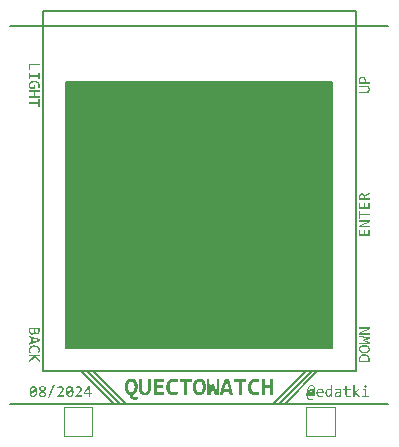
<source format=gbr>
%TF.GenerationSoftware,KiCad,Pcbnew,7.0.1*%
%TF.CreationDate,2024-08-17T13:05:23+01:00*%
%TF.ProjectId,Hardware,48617264-7761-4726-952e-6b696361645f,rev?*%
%TF.SameCoordinates,Original*%
%TF.FileFunction,Legend,Top*%
%TF.FilePolarity,Positive*%
%FSLAX46Y46*%
G04 Gerber Fmt 4.6, Leading zero omitted, Abs format (unit mm)*
G04 Created by KiCad (PCBNEW 7.0.1) date 2024-08-17 13:05:23*
%MOMM*%
%LPD*%
G01*
G04 APERTURE LIST*
%ADD10C,0.150000*%
%ADD11C,0.187500*%
%ADD12C,0.300000*%
%ADD13C,0.120000*%
%ADD14R,2.000000X2.000000*%
G04 APERTURE END LIST*
D10*
X103750000Y-100250000D02*
X106500000Y-103000000D01*
X97250000Y-103000000D02*
X129250000Y-103000000D01*
X102000000Y-75750000D02*
X124500000Y-75750000D01*
X124500000Y-98250000D01*
X102000000Y-98250000D01*
X102000000Y-75750000D01*
G36*
X102000000Y-75750000D02*
G01*
X124500000Y-75750000D01*
X124500000Y-98250000D01*
X102000000Y-98250000D01*
X102000000Y-75750000D01*
G37*
X122250000Y-100250000D02*
X119500000Y-103000000D01*
X100000000Y-69750000D02*
X126500000Y-69750000D01*
X126500000Y-100250000D01*
X100000000Y-100250000D01*
X100000000Y-69750000D01*
X97250000Y-71000000D02*
X129250000Y-71000000D01*
X122750000Y-100250000D02*
X120000000Y-103000000D01*
X104250000Y-100250000D02*
X107000000Y-103000000D01*
X123250000Y-100250000D02*
X120500000Y-103000000D01*
X103250000Y-100250000D02*
X106000000Y-103000000D01*
D11*
G36*
X122764818Y-101430345D02*
G01*
X122774791Y-101430743D01*
X122784594Y-101431406D01*
X122798981Y-101432898D01*
X122812985Y-101434987D01*
X122826607Y-101437672D01*
X122839847Y-101440954D01*
X122852705Y-101444833D01*
X122865180Y-101449309D01*
X122877274Y-101454382D01*
X122888985Y-101460051D01*
X122896581Y-101464162D01*
X122907662Y-101470794D01*
X122918374Y-101477958D01*
X122928716Y-101485655D01*
X122938690Y-101493883D01*
X122948294Y-101502645D01*
X122957529Y-101511938D01*
X122966395Y-101521764D01*
X122974891Y-101532123D01*
X122983018Y-101543013D01*
X122990776Y-101554437D01*
X122995743Y-101562348D01*
X123002936Y-101574602D01*
X123009768Y-101587366D01*
X123014123Y-101596160D01*
X123018317Y-101605181D01*
X123022351Y-101614429D01*
X123026224Y-101623904D01*
X123029937Y-101633606D01*
X123033490Y-101643535D01*
X123036883Y-101653691D01*
X123040115Y-101664074D01*
X123043188Y-101674684D01*
X123046099Y-101685521D01*
X123048851Y-101696586D01*
X123051442Y-101707877D01*
X123053873Y-101719396D01*
X123056180Y-101731129D01*
X123058338Y-101743065D01*
X123060348Y-101755202D01*
X123062208Y-101767542D01*
X123063920Y-101780084D01*
X123065482Y-101792829D01*
X123066896Y-101805776D01*
X123068161Y-101818925D01*
X123069278Y-101832276D01*
X123070245Y-101845830D01*
X123071064Y-101859586D01*
X123071733Y-101873544D01*
X123072254Y-101887704D01*
X123072626Y-101902067D01*
X123072850Y-101916632D01*
X123072924Y-101931399D01*
X123072777Y-101946316D01*
X123072520Y-101960963D01*
X123072151Y-101975342D01*
X123071672Y-101989452D01*
X123071083Y-102003293D01*
X123070382Y-102016865D01*
X123069572Y-102030167D01*
X123068650Y-102043201D01*
X123067618Y-102055965D01*
X123066475Y-102068461D01*
X123065221Y-102080687D01*
X123063857Y-102092645D01*
X123062382Y-102104333D01*
X123060796Y-102115752D01*
X123059100Y-102126903D01*
X123057293Y-102137784D01*
X123055413Y-102148379D01*
X123053438Y-102158732D01*
X123051368Y-102168842D01*
X123049202Y-102178710D01*
X123046941Y-102188335D01*
X123043370Y-102202320D01*
X123039585Y-102215758D01*
X123035585Y-102228652D01*
X123031370Y-102241000D01*
X123026941Y-102252803D01*
X123022297Y-102264061D01*
X123017439Y-102274774D01*
X123015771Y-102278224D01*
X123010635Y-102288183D01*
X123005301Y-102297635D01*
X122999770Y-102306581D01*
X122994041Y-102315020D01*
X122988115Y-102322953D01*
X122979906Y-102332742D01*
X122971346Y-102341630D01*
X122962435Y-102349617D01*
X122953173Y-102356704D01*
X122950803Y-102358335D01*
X122941144Y-102364289D01*
X122931217Y-102369448D01*
X122921024Y-102373814D01*
X122910564Y-102377386D01*
X122899836Y-102380164D01*
X122888841Y-102382149D01*
X122877579Y-102383340D01*
X122866050Y-102383736D01*
X122856262Y-102383487D01*
X122843958Y-102382381D01*
X122832509Y-102380389D01*
X122821915Y-102377511D01*
X122812176Y-102373748D01*
X122803291Y-102369100D01*
X122793388Y-102362045D01*
X122786427Y-102355404D01*
X122778898Y-102346067D01*
X122772646Y-102335765D01*
X122768562Y-102326827D01*
X122765295Y-102317271D01*
X122762845Y-102307097D01*
X122761212Y-102296304D01*
X122760395Y-102284893D01*
X122760293Y-102278956D01*
X122755357Y-102288911D01*
X122750347Y-102298351D01*
X122745264Y-102307275D01*
X122740109Y-102315684D01*
X122733121Y-102326095D01*
X122726004Y-102335590D01*
X122718757Y-102344169D01*
X122711380Y-102351832D01*
X122703873Y-102358579D01*
X122694111Y-102365827D01*
X122683752Y-102371846D01*
X122672797Y-102376636D01*
X122661245Y-102380199D01*
X122651575Y-102382164D01*
X122641523Y-102383343D01*
X122631089Y-102383736D01*
X122619280Y-102383298D01*
X122608034Y-102381985D01*
X122597350Y-102379795D01*
X122587228Y-102376730D01*
X122577669Y-102372788D01*
X122568672Y-102367971D01*
X122560238Y-102362278D01*
X122552366Y-102355710D01*
X122545057Y-102348265D01*
X122538310Y-102339944D01*
X122534124Y-102333911D01*
X122528363Y-102324018D01*
X122523168Y-102313117D01*
X122518540Y-102301206D01*
X122514478Y-102288287D01*
X122510983Y-102274359D01*
X122508968Y-102264513D01*
X122507205Y-102254218D01*
X122505694Y-102243475D01*
X122504435Y-102232284D01*
X122503427Y-102220644D01*
X122502671Y-102208556D01*
X122502168Y-102196020D01*
X122501916Y-102183035D01*
X122501884Y-102176374D01*
X122501953Y-102166521D01*
X122501976Y-102165383D01*
X122611305Y-102165383D01*
X122611376Y-102177869D01*
X122611589Y-102189681D01*
X122611943Y-102200818D01*
X122612439Y-102211282D01*
X122613076Y-102221071D01*
X122614147Y-102233076D01*
X122615469Y-102243881D01*
X122617476Y-102255704D01*
X122619365Y-102263813D01*
X122623012Y-102274023D01*
X122628612Y-102283264D01*
X122636786Y-102290305D01*
X122646853Y-102293591D01*
X122651117Y-102293855D01*
X122661287Y-102292519D01*
X122667481Y-102290436D01*
X122676029Y-102285123D01*
X122683335Y-102278379D01*
X122685066Y-102276514D01*
X122691649Y-102268341D01*
X122697336Y-102260237D01*
X122702618Y-102251964D01*
X122705339Y-102247449D01*
X122710241Y-102238779D01*
X122715330Y-102229010D01*
X122719841Y-102219762D01*
X122724489Y-102209707D01*
X122728467Y-102200711D01*
X122729274Y-102198845D01*
X122774704Y-101886214D01*
X122767530Y-101878575D01*
X122758969Y-101872563D01*
X122755897Y-101870826D01*
X122746386Y-101866933D01*
X122736387Y-101864796D01*
X122726287Y-101864014D01*
X122723901Y-101863988D01*
X122713780Y-101864934D01*
X122704178Y-101867773D01*
X122695096Y-101872506D01*
X122686532Y-101879131D01*
X122679548Y-101886128D01*
X122672914Y-101894084D01*
X122666632Y-101902998D01*
X122661525Y-101911402D01*
X122657467Y-101918942D01*
X122652850Y-101928534D01*
X122648525Y-101938623D01*
X122644493Y-101949210D01*
X122640752Y-101960296D01*
X122637857Y-101969914D01*
X122636218Y-101975851D01*
X122633612Y-101985815D01*
X122631137Y-101995863D01*
X122628794Y-102005994D01*
X122626582Y-102016208D01*
X122624501Y-102026506D01*
X122622551Y-102036888D01*
X122621808Y-102041064D01*
X122620059Y-102051502D01*
X122618478Y-102061905D01*
X122617063Y-102072273D01*
X122615816Y-102082604D01*
X122614736Y-102092900D01*
X122613822Y-102103160D01*
X122613503Y-102107254D01*
X122612870Y-102117238D01*
X122612252Y-102128778D01*
X122611788Y-102139838D01*
X122611479Y-102150417D01*
X122611324Y-102160515D01*
X122611305Y-102165383D01*
X122501976Y-102165383D01*
X122502159Y-102156499D01*
X122502503Y-102146309D01*
X122502983Y-102135952D01*
X122503602Y-102125427D01*
X122504357Y-102114733D01*
X122505250Y-102103872D01*
X122506281Y-102092843D01*
X122507532Y-102081665D01*
X122508967Y-102070480D01*
X122510586Y-102059287D01*
X122512387Y-102048086D01*
X122514371Y-102036877D01*
X122516539Y-102025661D01*
X122518890Y-102014437D01*
X122521424Y-102003206D01*
X122524210Y-101992028D01*
X122527194Y-101980965D01*
X122530377Y-101970016D01*
X122533758Y-101959181D01*
X122537338Y-101948461D01*
X122541116Y-101937856D01*
X122545092Y-101927365D01*
X122549267Y-101916988D01*
X122553721Y-101906764D01*
X122558411Y-101896854D01*
X122563338Y-101887256D01*
X122568502Y-101877971D01*
X122573902Y-101868998D01*
X122579538Y-101860339D01*
X122585412Y-101851993D01*
X122591521Y-101843960D01*
X122597952Y-101836278D01*
X122604665Y-101828985D01*
X122611660Y-101822081D01*
X122620801Y-101813999D01*
X122630384Y-101806525D01*
X122640407Y-101799659D01*
X122650872Y-101793401D01*
X122659631Y-101788879D01*
X122668687Y-101784960D01*
X122678041Y-101781643D01*
X122687692Y-101778930D01*
X122697641Y-101776820D01*
X122707888Y-101775312D01*
X122718432Y-101774408D01*
X122729274Y-101774106D01*
X122740544Y-101774410D01*
X122751487Y-101775322D01*
X122762103Y-101776841D01*
X122772391Y-101778968D01*
X122778123Y-101780457D01*
X122788702Y-101783510D01*
X122798742Y-101786944D01*
X122808337Y-101791142D01*
X122811096Y-101792669D01*
X122899756Y-101771420D01*
X122844801Y-102140715D01*
X122843302Y-102151832D01*
X122841977Y-102162468D01*
X122840829Y-102172623D01*
X122839640Y-102184641D01*
X122838725Y-102195907D01*
X122838084Y-102206422D01*
X122837718Y-102216186D01*
X122837707Y-102226922D01*
X122838039Y-102236782D01*
X122838860Y-102247179D01*
X122840372Y-102257601D01*
X122841626Y-102263325D01*
X122844875Y-102273009D01*
X122850095Y-102281984D01*
X122855548Y-102287260D01*
X122864985Y-102291768D01*
X122875338Y-102293694D01*
X122879728Y-102293855D01*
X122890408Y-102292213D01*
X122899609Y-102287996D01*
X122908535Y-102281184D01*
X122916120Y-102273094D01*
X122922477Y-102264428D01*
X122927552Y-102255998D01*
X122932423Y-102246472D01*
X122937092Y-102235848D01*
X122940682Y-102226559D01*
X122944141Y-102216568D01*
X122946651Y-102208614D01*
X122949921Y-102197387D01*
X122953016Y-102185442D01*
X122955936Y-102172779D01*
X122958010Y-102162812D01*
X122959986Y-102152440D01*
X122961863Y-102141666D01*
X122963641Y-102130487D01*
X122965320Y-102118905D01*
X122966901Y-102106920D01*
X122967900Y-102098705D01*
X122969340Y-102085986D01*
X122970639Y-102072833D01*
X122971796Y-102059247D01*
X122972811Y-102045227D01*
X122973685Y-102030774D01*
X122974189Y-102020897D01*
X122974629Y-102010828D01*
X122975007Y-102000566D01*
X122975322Y-101990111D01*
X122975574Y-101979464D01*
X122975763Y-101968624D01*
X122975889Y-101957591D01*
X122975952Y-101946365D01*
X122975960Y-101940680D01*
X122975911Y-101928035D01*
X122975765Y-101915561D01*
X122975522Y-101903259D01*
X122975181Y-101891129D01*
X122974743Y-101879171D01*
X122974208Y-101867384D01*
X122973575Y-101855769D01*
X122972846Y-101844326D01*
X122972018Y-101833055D01*
X122971094Y-101821955D01*
X122970072Y-101811027D01*
X122968953Y-101800271D01*
X122967737Y-101789686D01*
X122966423Y-101779274D01*
X122965012Y-101769033D01*
X122963503Y-101758963D01*
X122961920Y-101749044D01*
X122960221Y-101739313D01*
X122957459Y-101725071D01*
X122954440Y-101711255D01*
X122951162Y-101697863D01*
X122947628Y-101684897D01*
X122943835Y-101672355D01*
X122939785Y-101660239D01*
X122935477Y-101648547D01*
X122930912Y-101637281D01*
X122926089Y-101626439D01*
X122924424Y-101622920D01*
X122919245Y-101612667D01*
X122913783Y-101602882D01*
X122908037Y-101593564D01*
X122902008Y-101584715D01*
X122895695Y-101576334D01*
X122889099Y-101568420D01*
X122882220Y-101560975D01*
X122875057Y-101553998D01*
X122867611Y-101547488D01*
X122859881Y-101541447D01*
X122854571Y-101537679D01*
X122843595Y-101530810D01*
X122832040Y-101524856D01*
X122822992Y-101520992D01*
X122813618Y-101517644D01*
X122803918Y-101514810D01*
X122793892Y-101512492D01*
X122783539Y-101510688D01*
X122772860Y-101509400D01*
X122761855Y-101508628D01*
X122750524Y-101508370D01*
X122738907Y-101508752D01*
X122727382Y-101509897D01*
X122715948Y-101511805D01*
X122704606Y-101514476D01*
X122693355Y-101517911D01*
X122682197Y-101522109D01*
X122671129Y-101527070D01*
X122660154Y-101532794D01*
X122649376Y-101539152D01*
X122638782Y-101546136D01*
X122628372Y-101553746D01*
X122620684Y-101559864D01*
X122613099Y-101566334D01*
X122605617Y-101573156D01*
X122598238Y-101580330D01*
X122590962Y-101587856D01*
X122583790Y-101595735D01*
X122579065Y-101601182D01*
X122572118Y-101609582D01*
X122565292Y-101618296D01*
X122558586Y-101627322D01*
X122552000Y-101636662D01*
X122545534Y-101646316D01*
X122539189Y-101656283D01*
X122532963Y-101666563D01*
X122526858Y-101677157D01*
X122520873Y-101688064D01*
X122515009Y-101699285D01*
X122511166Y-101706939D01*
X122505518Y-101718596D01*
X122500026Y-101730484D01*
X122494688Y-101742604D01*
X122489504Y-101754956D01*
X122484475Y-101767540D01*
X122479601Y-101780355D01*
X122474881Y-101793403D01*
X122470316Y-101806682D01*
X122465905Y-101820193D01*
X122461649Y-101833936D01*
X122458898Y-101843227D01*
X122454951Y-101857341D01*
X122452413Y-101866863D01*
X122449950Y-101876474D01*
X122447561Y-101886175D01*
X122445246Y-101895966D01*
X122443006Y-101905846D01*
X122440841Y-101915816D01*
X122438749Y-101925876D01*
X122436732Y-101936026D01*
X122434790Y-101946265D01*
X122432922Y-101956594D01*
X122431128Y-101967012D01*
X122429409Y-101977520D01*
X122427764Y-101988118D01*
X122426194Y-101998806D01*
X122425436Y-102004183D01*
X122423987Y-102014957D01*
X122422631Y-102025787D01*
X122421369Y-102036672D01*
X122420200Y-102047612D01*
X122419125Y-102058608D01*
X122418143Y-102069659D01*
X122417255Y-102080766D01*
X122416460Y-102091927D01*
X122415759Y-102103144D01*
X122415151Y-102114417D01*
X122414637Y-102125744D01*
X122414216Y-102137127D01*
X122413889Y-102148566D01*
X122413655Y-102160060D01*
X122413515Y-102171609D01*
X122413468Y-102183213D01*
X122413533Y-102197297D01*
X122413728Y-102211155D01*
X122414052Y-102224788D01*
X122414506Y-102238194D01*
X122415090Y-102251376D01*
X122415804Y-102264331D01*
X122416647Y-102277061D01*
X122417621Y-102289566D01*
X122418723Y-102301844D01*
X122419956Y-102313897D01*
X122421319Y-102325725D01*
X122422811Y-102337326D01*
X122424433Y-102348703D01*
X122426184Y-102359853D01*
X122428066Y-102370778D01*
X122430077Y-102381477D01*
X122432218Y-102391951D01*
X122434489Y-102402199D01*
X122436889Y-102412221D01*
X122439419Y-102422018D01*
X122442079Y-102431589D01*
X122447788Y-102450054D01*
X122454017Y-102467616D01*
X122460764Y-102484276D01*
X122468030Y-102500034D01*
X122475815Y-102514889D01*
X122479902Y-102521978D01*
X122488449Y-102535524D01*
X122497419Y-102548196D01*
X122506813Y-102559994D01*
X122516631Y-102570918D01*
X122526872Y-102580968D01*
X122537536Y-102590145D01*
X122548624Y-102598447D01*
X122560136Y-102605875D01*
X122572072Y-102612430D01*
X122584431Y-102618110D01*
X122597213Y-102622917D01*
X122610420Y-102626850D01*
X122624050Y-102629908D01*
X122638103Y-102632093D01*
X122652580Y-102633404D01*
X122667481Y-102633841D01*
X122678859Y-102633704D01*
X122690095Y-102633292D01*
X122701190Y-102632605D01*
X122712143Y-102631643D01*
X122722954Y-102630406D01*
X122733624Y-102628895D01*
X122744152Y-102627109D01*
X122754538Y-102625048D01*
X122764783Y-102622713D01*
X122774886Y-102620102D01*
X122781542Y-102618210D01*
X122791514Y-102615141D01*
X122801555Y-102611798D01*
X122811664Y-102608180D01*
X122821842Y-102604288D01*
X122832089Y-102600120D01*
X122842405Y-102595678D01*
X122852789Y-102590961D01*
X122863242Y-102585969D01*
X122873763Y-102580703D01*
X122884353Y-102575162D01*
X122891452Y-102571315D01*
X122891452Y-102659731D01*
X122880873Y-102664515D01*
X122870294Y-102669067D01*
X122859715Y-102673388D01*
X122849137Y-102677477D01*
X122838558Y-102681333D01*
X122827979Y-102684958D01*
X122817400Y-102688352D01*
X122806822Y-102691513D01*
X122796243Y-102694442D01*
X122785664Y-102697140D01*
X122778611Y-102698810D01*
X122768029Y-102701167D01*
X122757348Y-102703292D01*
X122746568Y-102705185D01*
X122735690Y-102706847D01*
X122724712Y-102708276D01*
X122713636Y-102709474D01*
X122702461Y-102710440D01*
X122691188Y-102711174D01*
X122679816Y-102711677D01*
X122668344Y-102711947D01*
X122660642Y-102711999D01*
X122649786Y-102711869D01*
X122639107Y-102711479D01*
X122628605Y-102710829D01*
X122618281Y-102709919D01*
X122608135Y-102708749D01*
X122598166Y-102707319D01*
X122588374Y-102705629D01*
X122578760Y-102703679D01*
X122560064Y-102699000D01*
X122542078Y-102693280D01*
X122524801Y-102686520D01*
X122508235Y-102678721D01*
X122492378Y-102669881D01*
X122477231Y-102660002D01*
X122462794Y-102649082D01*
X122449067Y-102637123D01*
X122436049Y-102624124D01*
X122423742Y-102610085D01*
X122412144Y-102595006D01*
X122401256Y-102578886D01*
X122396086Y-102570455D01*
X122391076Y-102561769D01*
X122386228Y-102552830D01*
X122381541Y-102543635D01*
X122377016Y-102534187D01*
X122372651Y-102524484D01*
X122368448Y-102514527D01*
X122364406Y-102504316D01*
X122360525Y-102493851D01*
X122356806Y-102483131D01*
X122353248Y-102472157D01*
X122349851Y-102460929D01*
X122346615Y-102449446D01*
X122343541Y-102437709D01*
X122340627Y-102425718D01*
X122337875Y-102413473D01*
X122335284Y-102400973D01*
X122332855Y-102388220D01*
X122330587Y-102375212D01*
X122328480Y-102361949D01*
X122326534Y-102348433D01*
X122324749Y-102334662D01*
X122323126Y-102320637D01*
X122321664Y-102306357D01*
X122320363Y-102291824D01*
X122319223Y-102277036D01*
X122318245Y-102261994D01*
X122317428Y-102246697D01*
X122316772Y-102231146D01*
X122316277Y-102215341D01*
X122315944Y-102199282D01*
X122315771Y-102182969D01*
X122315739Y-102169845D01*
X122315825Y-102156789D01*
X122316029Y-102143802D01*
X122316351Y-102130884D01*
X122316792Y-102118035D01*
X122317351Y-102105254D01*
X122318029Y-102092542D01*
X122318824Y-102079898D01*
X122319738Y-102067324D01*
X122320771Y-102054818D01*
X122321921Y-102042380D01*
X122323190Y-102030012D01*
X122324577Y-102017712D01*
X122326083Y-102005481D01*
X122327707Y-101993318D01*
X122329449Y-101981224D01*
X122331300Y-101969215D01*
X122333250Y-101957307D01*
X122335299Y-101945501D01*
X122337448Y-101933795D01*
X122339696Y-101922191D01*
X122342043Y-101910688D01*
X122344489Y-101899285D01*
X122347034Y-101887984D01*
X122349679Y-101876785D01*
X122352423Y-101865686D01*
X122355266Y-101854688D01*
X122358208Y-101843792D01*
X122361250Y-101832996D01*
X122364391Y-101822302D01*
X122367631Y-101811709D01*
X122370970Y-101801217D01*
X122374433Y-101790835D01*
X122377985Y-101780571D01*
X122381623Y-101770425D01*
X122385350Y-101760398D01*
X122389164Y-101750489D01*
X122393067Y-101740698D01*
X122397056Y-101731026D01*
X122401134Y-101721472D01*
X122405300Y-101712036D01*
X122409553Y-101702719D01*
X122413894Y-101693519D01*
X122418323Y-101684439D01*
X122422839Y-101675476D01*
X122427444Y-101666632D01*
X122432136Y-101657906D01*
X122436916Y-101649298D01*
X122441810Y-101640798D01*
X122449302Y-101628346D01*
X122456974Y-101616249D01*
X122464827Y-101604509D01*
X122472860Y-101593125D01*
X122481073Y-101582098D01*
X122489466Y-101571427D01*
X122498040Y-101561112D01*
X122506794Y-101551154D01*
X122515728Y-101541552D01*
X122524843Y-101532306D01*
X122534167Y-101523386D01*
X122543637Y-101514852D01*
X122553252Y-101506705D01*
X122563014Y-101498944D01*
X122572921Y-101491569D01*
X122582975Y-101484581D01*
X122593174Y-101477979D01*
X122603520Y-101471764D01*
X122614011Y-101465935D01*
X122624649Y-101460493D01*
X122631822Y-101457079D01*
X122642696Y-101452278D01*
X122653703Y-101447949D01*
X122664844Y-101444092D01*
X122676117Y-101440707D01*
X122687524Y-101437795D01*
X122699064Y-101435355D01*
X122710737Y-101433387D01*
X122722542Y-101431892D01*
X122734482Y-101430868D01*
X122746554Y-101430317D01*
X122754676Y-101430212D01*
X122764818Y-101430345D01*
G37*
G36*
X123484894Y-101711778D02*
G01*
X123497973Y-101712370D01*
X123510763Y-101713358D01*
X123523266Y-101714740D01*
X123535481Y-101716517D01*
X123547409Y-101718690D01*
X123559049Y-101721257D01*
X123570401Y-101724220D01*
X123581466Y-101727577D01*
X123592243Y-101731329D01*
X123599267Y-101734050D01*
X123609554Y-101738383D01*
X123619532Y-101743046D01*
X123629201Y-101748040D01*
X123638560Y-101753365D01*
X123647610Y-101759020D01*
X123656352Y-101765005D01*
X123664784Y-101771322D01*
X123672907Y-101777968D01*
X123680721Y-101784946D01*
X123688225Y-101792254D01*
X123693057Y-101797309D01*
X123700038Y-101805160D01*
X123706692Y-101813323D01*
X123713021Y-101821801D01*
X123719023Y-101830591D01*
X123724699Y-101839695D01*
X123730048Y-101849113D01*
X123735071Y-101858844D01*
X123739768Y-101868888D01*
X123744139Y-101879245D01*
X123748183Y-101889916D01*
X123750698Y-101897205D01*
X123754190Y-101908318D01*
X123757338Y-101919676D01*
X123760143Y-101931279D01*
X123762605Y-101943126D01*
X123764723Y-101955218D01*
X123766497Y-101967555D01*
X123767929Y-101980137D01*
X123769016Y-101992963D01*
X123769760Y-102006034D01*
X123770161Y-102019350D01*
X123770237Y-102028363D01*
X123770202Y-102038984D01*
X123770097Y-102048833D01*
X123769891Y-102059144D01*
X123769550Y-102069541D01*
X123769505Y-102070617D01*
X123768999Y-102080959D01*
X123768398Y-102090920D01*
X123767627Y-102101436D01*
X123767551Y-102102369D01*
X123283217Y-102102369D01*
X123283448Y-102115848D01*
X123284141Y-102128930D01*
X123285295Y-102141615D01*
X123286911Y-102153904D01*
X123288989Y-102165795D01*
X123291529Y-102177290D01*
X123294531Y-102188388D01*
X123297994Y-102199089D01*
X123301919Y-102209393D01*
X123306306Y-102219300D01*
X123311154Y-102228810D01*
X123316465Y-102237923D01*
X123322237Y-102246640D01*
X123328471Y-102254959D01*
X123335167Y-102262882D01*
X123342324Y-102270408D01*
X123349916Y-102277506D01*
X123357914Y-102284146D01*
X123366318Y-102290329D01*
X123375129Y-102296053D01*
X123384346Y-102301320D01*
X123393970Y-102306128D01*
X123404000Y-102310479D01*
X123414437Y-102314371D01*
X123425280Y-102317806D01*
X123436529Y-102320783D01*
X123448185Y-102323302D01*
X123460247Y-102325362D01*
X123472716Y-102326965D01*
X123485591Y-102328110D01*
X123498873Y-102328797D01*
X123512561Y-102329026D01*
X123523919Y-102328940D01*
X123535276Y-102328683D01*
X123546633Y-102328253D01*
X123557990Y-102327652D01*
X123569348Y-102326879D01*
X123573133Y-102326584D01*
X123584413Y-102325516D01*
X123595539Y-102324328D01*
X123606510Y-102323020D01*
X123617326Y-102321592D01*
X123627988Y-102320043D01*
X123631508Y-102319501D01*
X123641955Y-102317818D01*
X123652230Y-102316066D01*
X123662334Y-102314246D01*
X123672266Y-102312356D01*
X123682026Y-102310399D01*
X123685241Y-102309731D01*
X123694812Y-102307673D01*
X123705631Y-102305163D01*
X123716077Y-102302537D01*
X123726148Y-102299794D01*
X123733113Y-102297763D01*
X123733113Y-102395460D01*
X123720702Y-102399276D01*
X123711134Y-102402018D01*
X123701342Y-102404657D01*
X123691327Y-102407193D01*
X123681089Y-102409626D01*
X123670627Y-102411956D01*
X123659943Y-102414183D01*
X123649035Y-102416307D01*
X123637904Y-102418327D01*
X123626549Y-102420245D01*
X123622715Y-102420861D01*
X123611179Y-102422607D01*
X123599562Y-102424182D01*
X123587864Y-102425584D01*
X123576083Y-102426815D01*
X123564222Y-102427874D01*
X123552278Y-102428761D01*
X123540253Y-102429477D01*
X123528147Y-102430020D01*
X123515959Y-102430393D01*
X123503689Y-102430593D01*
X123495464Y-102430631D01*
X123484478Y-102430537D01*
X123473685Y-102430253D01*
X123463084Y-102429781D01*
X123452676Y-102429120D01*
X123442461Y-102428270D01*
X123432438Y-102427231D01*
X123422608Y-102426003D01*
X123408225Y-102423807D01*
X123394275Y-102421186D01*
X123380759Y-102418140D01*
X123367677Y-102414668D01*
X123355028Y-102410772D01*
X123342812Y-102406451D01*
X123331059Y-102401726D01*
X123319706Y-102396619D01*
X123308751Y-102391130D01*
X123298196Y-102385259D01*
X123288040Y-102379006D01*
X123278284Y-102372371D01*
X123268926Y-102365353D01*
X123259968Y-102357954D01*
X123251410Y-102350172D01*
X123243250Y-102342008D01*
X123238032Y-102336353D01*
X123230571Y-102327518D01*
X123223484Y-102318321D01*
X123216770Y-102308764D01*
X123210429Y-102298847D01*
X123204462Y-102288569D01*
X123198869Y-102277930D01*
X123193649Y-102266930D01*
X123188802Y-102255570D01*
X123184329Y-102243849D01*
X123180230Y-102231768D01*
X123177704Y-102223513D01*
X123174212Y-102210856D01*
X123171064Y-102197891D01*
X123168259Y-102184616D01*
X123165797Y-102171031D01*
X123163679Y-102157138D01*
X123161905Y-102142936D01*
X123160474Y-102128424D01*
X123159710Y-102118578D01*
X123159100Y-102108595D01*
X123158642Y-102098474D01*
X123158337Y-102088216D01*
X123158184Y-102077820D01*
X123158165Y-102072571D01*
X123158349Y-102058903D01*
X123158903Y-102045377D01*
X123159826Y-102031993D01*
X123161119Y-102018750D01*
X123162409Y-102008579D01*
X123283217Y-102008579D01*
X123645918Y-102008579D01*
X123646204Y-101997466D01*
X123646086Y-101986598D01*
X123645563Y-101975973D01*
X123644636Y-101965593D01*
X123643304Y-101955457D01*
X123641567Y-101945565D01*
X123639426Y-101935917D01*
X123636881Y-101926514D01*
X123633154Y-101915098D01*
X123628843Y-101904208D01*
X123623947Y-101893842D01*
X123618467Y-101884000D01*
X123612403Y-101874684D01*
X123605754Y-101865892D01*
X123602931Y-101862522D01*
X123595476Y-101854413D01*
X123587461Y-101846875D01*
X123578885Y-101839911D01*
X123569748Y-101833518D01*
X123560051Y-101827698D01*
X123549794Y-101822451D01*
X123545534Y-101820512D01*
X123534574Y-101816150D01*
X123523066Y-101812527D01*
X123513464Y-101810161D01*
X123503511Y-101808268D01*
X123493207Y-101806848D01*
X123482552Y-101805902D01*
X123471546Y-101805429D01*
X123465911Y-101805369D01*
X123453860Y-101805733D01*
X123442131Y-101806824D01*
X123430723Y-101808643D01*
X123419638Y-101811189D01*
X123408875Y-101814463D01*
X123398434Y-101818464D01*
X123394348Y-101820268D01*
X123384487Y-101825146D01*
X123375056Y-101830620D01*
X123366055Y-101836690D01*
X123357482Y-101843357D01*
X123349339Y-101850620D01*
X123341626Y-101858479D01*
X123338660Y-101861789D01*
X123331624Y-101870377D01*
X123325017Y-101879502D01*
X123318839Y-101889163D01*
X123313091Y-101899361D01*
X123307772Y-101910095D01*
X123303826Y-101919069D01*
X123301047Y-101926025D01*
X123297616Y-101935543D01*
X123294529Y-101945290D01*
X123291785Y-101955266D01*
X123289384Y-101965471D01*
X123287327Y-101975904D01*
X123285614Y-101986567D01*
X123284244Y-101997459D01*
X123283217Y-102008579D01*
X123162409Y-102008579D01*
X123162780Y-102005649D01*
X123164811Y-101992689D01*
X123167211Y-101979872D01*
X123169980Y-101967196D01*
X123173119Y-101954661D01*
X123176626Y-101942268D01*
X123179170Y-101934085D01*
X123183276Y-101921954D01*
X123187716Y-101910106D01*
X123192492Y-101898541D01*
X123197602Y-101887259D01*
X123203048Y-101876261D01*
X123208828Y-101865547D01*
X123214943Y-101855115D01*
X123221393Y-101844967D01*
X123228178Y-101835103D01*
X123235298Y-101825521D01*
X123240230Y-101819291D01*
X123247946Y-101810175D01*
X123255978Y-101801419D01*
X123264329Y-101793025D01*
X123272997Y-101784990D01*
X123281983Y-101777317D01*
X123291287Y-101770004D01*
X123300908Y-101763051D01*
X123310847Y-101756460D01*
X123321104Y-101750229D01*
X123331678Y-101744358D01*
X123338905Y-101740645D01*
X123349989Y-101735451D01*
X123361353Y-101730767D01*
X123372996Y-101726595D01*
X123384918Y-101722934D01*
X123397119Y-101719783D01*
X123409599Y-101717143D01*
X123422358Y-101715015D01*
X123435396Y-101713397D01*
X123448713Y-101712290D01*
X123462309Y-101711694D01*
X123471528Y-101711580D01*
X123484894Y-101711778D01*
G37*
G36*
X124506874Y-102415000D02*
G01*
X124399651Y-102415000D01*
X124395499Y-102286039D01*
X124389208Y-102295110D01*
X124382852Y-102303880D01*
X124376431Y-102312352D01*
X124369945Y-102320523D01*
X124363395Y-102328395D01*
X124356779Y-102335968D01*
X124350099Y-102343241D01*
X124339956Y-102353588D01*
X124329668Y-102363262D01*
X124319234Y-102372262D01*
X124308654Y-102380587D01*
X124297927Y-102388238D01*
X124287055Y-102395216D01*
X124276024Y-102401545D01*
X124264822Y-102407251D01*
X124253447Y-102412335D01*
X124241901Y-102416797D01*
X124230183Y-102420636D01*
X124218293Y-102423852D01*
X124206232Y-102426446D01*
X124193999Y-102428418D01*
X124181594Y-102429766D01*
X124169017Y-102430493D01*
X124160538Y-102430631D01*
X124149580Y-102430412D01*
X124138871Y-102429755D01*
X124128411Y-102428660D01*
X124118200Y-102427128D01*
X124108238Y-102425157D01*
X124098525Y-102422748D01*
X124089061Y-102419902D01*
X124079846Y-102416618D01*
X124067947Y-102411557D01*
X124056490Y-102405718D01*
X124045488Y-102399112D01*
X124034951Y-102391873D01*
X124024880Y-102384000D01*
X124015274Y-102375493D01*
X124006134Y-102366353D01*
X123999585Y-102359082D01*
X123993297Y-102351455D01*
X123987271Y-102343472D01*
X123981508Y-102335132D01*
X123976049Y-102326407D01*
X123970849Y-102317361D01*
X123965906Y-102307992D01*
X123961220Y-102298301D01*
X123956792Y-102288288D01*
X123952622Y-102277954D01*
X123948709Y-102267297D01*
X123945054Y-102256318D01*
X123941657Y-102245017D01*
X123938517Y-102233394D01*
X123936567Y-102225467D01*
X123933904Y-102213346D01*
X123931504Y-102200981D01*
X123929365Y-102188371D01*
X123927488Y-102175516D01*
X123925873Y-102162416D01*
X123924520Y-102149072D01*
X123923429Y-102135482D01*
X123922599Y-102121649D01*
X123922032Y-102107570D01*
X123921726Y-102093247D01*
X123921668Y-102083562D01*
X123921735Y-102075746D01*
X124043789Y-102075746D01*
X124043933Y-102091460D01*
X124044362Y-102106666D01*
X124045077Y-102121364D01*
X124046079Y-102135555D01*
X124047367Y-102149238D01*
X124048941Y-102162414D01*
X124050802Y-102175082D01*
X124052949Y-102187243D01*
X124055381Y-102198896D01*
X124058101Y-102210042D01*
X124061106Y-102220680D01*
X124064397Y-102230810D01*
X124067975Y-102240433D01*
X124071839Y-102249548D01*
X124078172Y-102262269D01*
X124080426Y-102266256D01*
X124087609Y-102277473D01*
X124095329Y-102287588D01*
X124103586Y-102296599D01*
X124112380Y-102304506D01*
X124121710Y-102311311D01*
X124131577Y-102317011D01*
X124141980Y-102321609D01*
X124152920Y-102325103D01*
X124164397Y-102327494D01*
X124176410Y-102328781D01*
X124184718Y-102329026D01*
X124196098Y-102328381D01*
X124207646Y-102326446D01*
X124219362Y-102323221D01*
X124231246Y-102318707D01*
X124240269Y-102314474D01*
X124249387Y-102309516D01*
X124258599Y-102303833D01*
X124267905Y-102297423D01*
X124277306Y-102290288D01*
X124280461Y-102287749D01*
X124289986Y-102279614D01*
X124299600Y-102270779D01*
X124309306Y-102261244D01*
X124319101Y-102251010D01*
X124328986Y-102240075D01*
X124335626Y-102232397D01*
X124342307Y-102224407D01*
X124349027Y-102216107D01*
X124355788Y-102207495D01*
X124362589Y-102198573D01*
X124369429Y-102189339D01*
X124376310Y-102179795D01*
X124383231Y-102169939D01*
X124386706Y-102164895D01*
X124386706Y-101838098D01*
X124377316Y-101833838D01*
X124367615Y-101829912D01*
X124357605Y-101826320D01*
X124347284Y-101823062D01*
X124336653Y-101820137D01*
X124325712Y-101817547D01*
X124321249Y-101816605D01*
X124310124Y-101814494D01*
X124299034Y-101812741D01*
X124287980Y-101811345D01*
X124276961Y-101810308D01*
X124265979Y-101809628D01*
X124255032Y-101809306D01*
X124250663Y-101809277D01*
X124238619Y-101809529D01*
X124226911Y-101810285D01*
X124215538Y-101811544D01*
X124204501Y-101813307D01*
X124193800Y-101815574D01*
X124183435Y-101818345D01*
X124173406Y-101821619D01*
X124163713Y-101825397D01*
X124154355Y-101829679D01*
X124145333Y-101834465D01*
X124136648Y-101839754D01*
X124128297Y-101845547D01*
X124120283Y-101851844D01*
X124112605Y-101858645D01*
X124105262Y-101865949D01*
X124098256Y-101873757D01*
X124091660Y-101882103D01*
X124085490Y-101891018D01*
X124079746Y-101900505D01*
X124074427Y-101910562D01*
X124069533Y-101921189D01*
X124065065Y-101932387D01*
X124061023Y-101944156D01*
X124057406Y-101956495D01*
X124054215Y-101969404D01*
X124051449Y-101982884D01*
X124049108Y-101996935D01*
X124047194Y-102011556D01*
X124045704Y-102026748D01*
X124044640Y-102042510D01*
X124044002Y-102058843D01*
X124043789Y-102075746D01*
X123921735Y-102075746D01*
X123921762Y-102072526D01*
X123922042Y-102061645D01*
X123922510Y-102050918D01*
X123923164Y-102040346D01*
X123924006Y-102029929D01*
X123925034Y-102019666D01*
X123926249Y-102009557D01*
X123927652Y-101999603D01*
X123929241Y-101989804D01*
X123931018Y-101980159D01*
X123934033Y-101965982D01*
X123937469Y-101952153D01*
X123941326Y-101938671D01*
X123945604Y-101925537D01*
X123950270Y-101912722D01*
X123955292Y-101900289D01*
X123960671Y-101888239D01*
X123966406Y-101876570D01*
X123972498Y-101865284D01*
X123978946Y-101854379D01*
X123985750Y-101843857D01*
X123992911Y-101833717D01*
X124000428Y-101823959D01*
X124008301Y-101814583D01*
X124013748Y-101808545D01*
X124022237Y-101799816D01*
X124031035Y-101791491D01*
X124040143Y-101783570D01*
X124049560Y-101776053D01*
X124059286Y-101768939D01*
X124069320Y-101762228D01*
X124079665Y-101755921D01*
X124090318Y-101750018D01*
X124101280Y-101744518D01*
X124112551Y-101739422D01*
X124120237Y-101736249D01*
X124132040Y-101731840D01*
X124144091Y-101727865D01*
X124156392Y-101724324D01*
X124168941Y-101721216D01*
X124181739Y-101718542D01*
X124194787Y-101716302D01*
X124208083Y-101714495D01*
X124221629Y-101713122D01*
X124235423Y-101712182D01*
X124249467Y-101711676D01*
X124258967Y-101711580D01*
X124269242Y-101711681D01*
X124279456Y-101711986D01*
X124289611Y-101712492D01*
X124299706Y-101713202D01*
X124309742Y-101714114D01*
X124319718Y-101715229D01*
X124323692Y-101715732D01*
X124333667Y-101717149D01*
X124343594Y-101718804D01*
X124353473Y-101720698D01*
X124363305Y-101722831D01*
X124373089Y-101725201D01*
X124382825Y-101727811D01*
X124386706Y-101728921D01*
X124386706Y-101445844D01*
X124506874Y-101445844D01*
X124506874Y-102415000D01*
G37*
G36*
X125017965Y-101711702D02*
G01*
X125029360Y-101712070D01*
X125040536Y-101712681D01*
X125051493Y-101713538D01*
X125062232Y-101714639D01*
X125072751Y-101715985D01*
X125083052Y-101717576D01*
X125093133Y-101719411D01*
X125102996Y-101721491D01*
X125112639Y-101723816D01*
X125118946Y-101725502D01*
X125131281Y-101729150D01*
X125143126Y-101733257D01*
X125154484Y-101737821D01*
X125165353Y-101742843D01*
X125175733Y-101748323D01*
X125185625Y-101754262D01*
X125195028Y-101760658D01*
X125203943Y-101767512D01*
X125212362Y-101774763D01*
X125220277Y-101782472D01*
X125227688Y-101790638D01*
X125234595Y-101799263D01*
X125240999Y-101808346D01*
X125246899Y-101817887D01*
X125252295Y-101827885D01*
X125257188Y-101838342D01*
X125261538Y-101849207D01*
X125265309Y-101860553D01*
X125268499Y-101872380D01*
X125271110Y-101884687D01*
X125273140Y-101897476D01*
X125274282Y-101907382D01*
X125275098Y-101917560D01*
X125275587Y-101928008D01*
X125275750Y-101938726D01*
X125275750Y-102415000D01*
X125168528Y-102415000D01*
X125165841Y-102322676D01*
X125158782Y-102329696D01*
X125151709Y-102336468D01*
X125141075Y-102346161D01*
X125130412Y-102355295D01*
X125119718Y-102363872D01*
X125108994Y-102371891D01*
X125098239Y-102379351D01*
X125087455Y-102386253D01*
X125076641Y-102392597D01*
X125065797Y-102398383D01*
X125054923Y-102403611D01*
X125051291Y-102405230D01*
X125040384Y-102409769D01*
X125029369Y-102413862D01*
X125018248Y-102417509D01*
X125007018Y-102420709D01*
X124995682Y-102423462D01*
X124984238Y-102425769D01*
X124972687Y-102427630D01*
X124961028Y-102429043D01*
X124949262Y-102430011D01*
X124937389Y-102430532D01*
X124929414Y-102430631D01*
X124918482Y-102430498D01*
X124907850Y-102430099D01*
X124897519Y-102429433D01*
X124887488Y-102428502D01*
X124877758Y-102427304D01*
X124865252Y-102425293D01*
X124853280Y-102422808D01*
X124841843Y-102419850D01*
X124830940Y-102416420D01*
X124828297Y-102415488D01*
X124818085Y-102411527D01*
X124808331Y-102407214D01*
X124799034Y-102402551D01*
X124790196Y-102397536D01*
X124781815Y-102392170D01*
X124773892Y-102386454D01*
X124764633Y-102378814D01*
X124759421Y-102373967D01*
X124751301Y-102365427D01*
X124743884Y-102356445D01*
X124737171Y-102347022D01*
X124731161Y-102337159D01*
X124725855Y-102326853D01*
X124721253Y-102316107D01*
X124719609Y-102311685D01*
X124715951Y-102300322D01*
X124712912Y-102288673D01*
X124710493Y-102276737D01*
X124709005Y-102266983D01*
X124707913Y-102257045D01*
X124707219Y-102246924D01*
X124706921Y-102236620D01*
X124706909Y-102234016D01*
X124707047Y-102228154D01*
X124833427Y-102228154D01*
X124833808Y-102237954D01*
X124835150Y-102248760D01*
X124837458Y-102259335D01*
X124839533Y-102266256D01*
X124843566Y-102276113D01*
X124848798Y-102285352D01*
X124855227Y-102293973D01*
X124859316Y-102298496D01*
X124866781Y-102305212D01*
X124875253Y-102311196D01*
X124884733Y-102316448D01*
X124893854Y-102320441D01*
X124895220Y-102320966D01*
X124905293Y-102324107D01*
X124916277Y-102326476D01*
X124926418Y-102327893D01*
X124937229Y-102328743D01*
X124948709Y-102329026D01*
X124959215Y-102328637D01*
X124970096Y-102327469D01*
X124981350Y-102325523D01*
X124992978Y-102322798D01*
X125004980Y-102319294D01*
X125017357Y-102315013D01*
X125026884Y-102311290D01*
X125036622Y-102307130D01*
X125043231Y-102304113D01*
X125053266Y-102299141D01*
X125063404Y-102293658D01*
X125073645Y-102287663D01*
X125083989Y-102281158D01*
X125094436Y-102274142D01*
X125104986Y-102266615D01*
X125115640Y-102258577D01*
X125126396Y-102250029D01*
X125137255Y-102240969D01*
X125148217Y-102231399D01*
X125155583Y-102224734D01*
X125155583Y-102102369D01*
X125003664Y-102102369D01*
X124992684Y-102102510D01*
X124982094Y-102102933D01*
X124971893Y-102103639D01*
X124962081Y-102104628D01*
X124950364Y-102106261D01*
X124939255Y-102108334D01*
X124928755Y-102110850D01*
X124926727Y-102111406D01*
X124916933Y-102114344D01*
X124907698Y-102117664D01*
X124897357Y-102122152D01*
X124887823Y-102127190D01*
X124879096Y-102132777D01*
X124873727Y-102136807D01*
X124865253Y-102144294D01*
X124857785Y-102152435D01*
X124851322Y-102161230D01*
X124845864Y-102170680D01*
X124843196Y-102176374D01*
X124839390Y-102186699D01*
X124836518Y-102197585D01*
X124834800Y-102207363D01*
X124833770Y-102217552D01*
X124833427Y-102228154D01*
X124707047Y-102228154D01*
X124707210Y-102221187D01*
X124708115Y-102208714D01*
X124709622Y-102196595D01*
X124711733Y-102184831D01*
X124714446Y-102173422D01*
X124717762Y-102162368D01*
X124721682Y-102151669D01*
X124726204Y-102141325D01*
X124731329Y-102131336D01*
X124737058Y-102121702D01*
X124743389Y-102112423D01*
X124750323Y-102103498D01*
X124757860Y-102094929D01*
X124766000Y-102086714D01*
X124774743Y-102078855D01*
X124784090Y-102071350D01*
X124794056Y-102064222D01*
X124804598Y-102057554D01*
X124815717Y-102051346D01*
X124827412Y-102045597D01*
X124839683Y-102040309D01*
X124852531Y-102035480D01*
X124865955Y-102031112D01*
X124879955Y-102027203D01*
X124894531Y-102023754D01*
X124909684Y-102020765D01*
X124925413Y-102018236D01*
X124941718Y-102016166D01*
X124958599Y-102014557D01*
X124976057Y-102013407D01*
X124994091Y-102012717D01*
X125012701Y-102012487D01*
X125155583Y-102012487D01*
X125155583Y-101950694D01*
X125155237Y-101939191D01*
X125154200Y-101928131D01*
X125152472Y-101917513D01*
X125150053Y-101907337D01*
X125146943Y-101897603D01*
X125143141Y-101888312D01*
X125138648Y-101879462D01*
X125133464Y-101871055D01*
X125127588Y-101863091D01*
X125121022Y-101855568D01*
X125116260Y-101850799D01*
X125108570Y-101844077D01*
X125100154Y-101838016D01*
X125091013Y-101832616D01*
X125081146Y-101827878D01*
X125070554Y-101823801D01*
X125059236Y-101820385D01*
X125047192Y-101817630D01*
X125034423Y-101815536D01*
X125020929Y-101814103D01*
X125006708Y-101813332D01*
X124996825Y-101813185D01*
X124985895Y-101813292D01*
X124974995Y-101813614D01*
X124964125Y-101814151D01*
X124953285Y-101814902D01*
X124942475Y-101815868D01*
X124931695Y-101817049D01*
X124920945Y-101818444D01*
X124910226Y-101820054D01*
X124899536Y-101821879D01*
X124888876Y-101823918D01*
X124881787Y-101825397D01*
X124871128Y-101827777D01*
X124860400Y-101830337D01*
X124849604Y-101833078D01*
X124838739Y-101835999D01*
X124827805Y-101839100D01*
X124816803Y-101842382D01*
X124805732Y-101845844D01*
X124794592Y-101849486D01*
X124783383Y-101853308D01*
X124772106Y-101857311D01*
X124764550Y-101860080D01*
X124764550Y-101750659D01*
X124774733Y-101747465D01*
X124785407Y-101744294D01*
X124794947Y-101741595D01*
X124804847Y-101738913D01*
X124815108Y-101736249D01*
X124825653Y-101733653D01*
X124836403Y-101731177D01*
X124847360Y-101728821D01*
X124858523Y-101726586D01*
X124869891Y-101724471D01*
X124873727Y-101723792D01*
X124883486Y-101722096D01*
X124893376Y-101720520D01*
X124903397Y-101719062D01*
X124913550Y-101717724D01*
X124923833Y-101716506D01*
X124934248Y-101715406D01*
X124938451Y-101715000D01*
X124948996Y-101714014D01*
X124959565Y-101713196D01*
X124970157Y-101712545D01*
X124980774Y-101712061D01*
X124991414Y-101711744D01*
X125002078Y-101711593D01*
X125006351Y-101711580D01*
X125017965Y-101711702D01*
G37*
G36*
X126050000Y-102415000D02*
G01*
X126039822Y-102417003D01*
X126029560Y-102418862D01*
X126019214Y-102420575D01*
X126008784Y-102422144D01*
X125998270Y-102423567D01*
X125987672Y-102424846D01*
X125976991Y-102425979D01*
X125966225Y-102426967D01*
X125955394Y-102427826D01*
X125944518Y-102428570D01*
X125933596Y-102429200D01*
X125922628Y-102429715D01*
X125911614Y-102430116D01*
X125900554Y-102430402D01*
X125889449Y-102430574D01*
X125878297Y-102430631D01*
X125862342Y-102430401D01*
X125846901Y-102429711D01*
X125831972Y-102428562D01*
X125817557Y-102426952D01*
X125803656Y-102424883D01*
X125790267Y-102422353D01*
X125777392Y-102419364D01*
X125765030Y-102415915D01*
X125753181Y-102412007D01*
X125741846Y-102407638D01*
X125731024Y-102402809D01*
X125720715Y-102397521D01*
X125710920Y-102391773D01*
X125701637Y-102385564D01*
X125692868Y-102378896D01*
X125684613Y-102371769D01*
X125676893Y-102364134D01*
X125669672Y-102356007D01*
X125662949Y-102347388D01*
X125656723Y-102338277D01*
X125650996Y-102328673D01*
X125645767Y-102318577D01*
X125641036Y-102307989D01*
X125636802Y-102296908D01*
X125633067Y-102285335D01*
X125629830Y-102273270D01*
X125627091Y-102260712D01*
X125624850Y-102247663D01*
X125623107Y-102234120D01*
X125621862Y-102220086D01*
X125621115Y-102205559D01*
X125620866Y-102190540D01*
X125620866Y-101828817D01*
X125427669Y-101828817D01*
X125427669Y-101727212D01*
X125620866Y-101727212D01*
X125620866Y-101539145D01*
X125740300Y-101508370D01*
X125740300Y-101727212D01*
X126050000Y-101727212D01*
X126050000Y-101828817D01*
X125740300Y-101828817D01*
X125740300Y-102180771D01*
X125740646Y-102194408D01*
X125741683Y-102207384D01*
X125743411Y-102219698D01*
X125745830Y-102231352D01*
X125748941Y-102242344D01*
X125752742Y-102252675D01*
X125757235Y-102262345D01*
X125762420Y-102271354D01*
X125768295Y-102279702D01*
X125774862Y-102287388D01*
X125779623Y-102292145D01*
X125787371Y-102298736D01*
X125795775Y-102304679D01*
X125804836Y-102309973D01*
X125814554Y-102314620D01*
X125824929Y-102318617D01*
X125835960Y-102321967D01*
X125847649Y-102324668D01*
X125859995Y-102326721D01*
X125872997Y-102328126D01*
X125886656Y-102328882D01*
X125896127Y-102329026D01*
X125906580Y-102328937D01*
X125917331Y-102328668D01*
X125928381Y-102328221D01*
X125939728Y-102327595D01*
X125951374Y-102326790D01*
X125963318Y-102325806D01*
X125968179Y-102325362D01*
X125978059Y-102324321D01*
X125988039Y-102323149D01*
X125998118Y-102321848D01*
X126008296Y-102320416D01*
X126018573Y-102318856D01*
X126028950Y-102317165D01*
X126039425Y-102315345D01*
X126050000Y-102313394D01*
X126050000Y-102415000D01*
G37*
G36*
X126883601Y-102415000D02*
G01*
X126719470Y-102415000D01*
X126397802Y-102045949D01*
X126397802Y-102415000D01*
X126278367Y-102415000D01*
X126278367Y-101445844D01*
X126397802Y-101445844D01*
X126397802Y-102041308D01*
X126707746Y-101727212D01*
X126865771Y-101727212D01*
X126542150Y-102043995D01*
X126883601Y-102415000D01*
G37*
G36*
X127267062Y-101824909D02*
G01*
X127063120Y-101824909D01*
X127063120Y-101727212D01*
X127387963Y-101727212D01*
X127387963Y-102313394D01*
X127593371Y-102313394D01*
X127593371Y-102415000D01*
X127040405Y-102415000D01*
X127040405Y-102313394D01*
X127267062Y-102313394D01*
X127267062Y-101824909D01*
G37*
G36*
X127308828Y-101445844D02*
G01*
X127318659Y-101446302D01*
X127329280Y-101447912D01*
X127339438Y-101450681D01*
X127345953Y-101453171D01*
X127355340Y-101457619D01*
X127363993Y-101462994D01*
X127371912Y-101469297D01*
X127375995Y-101473199D01*
X127382694Y-101480790D01*
X127388505Y-101488999D01*
X127393428Y-101497826D01*
X127395778Y-101502997D01*
X127399320Y-101512708D01*
X127401703Y-101522883D01*
X127402927Y-101533522D01*
X127403106Y-101539633D01*
X127402526Y-101550214D01*
X127400787Y-101560524D01*
X127397889Y-101570564D01*
X127395778Y-101576025D01*
X127391350Y-101585314D01*
X127386032Y-101593946D01*
X127379826Y-101601921D01*
X127375995Y-101606067D01*
X127368483Y-101612904D01*
X127360238Y-101618853D01*
X127351259Y-101623912D01*
X127345953Y-101626339D01*
X127336104Y-101629763D01*
X127325791Y-101632067D01*
X127315015Y-101633249D01*
X127308828Y-101633422D01*
X127297893Y-101632862D01*
X127287344Y-101631181D01*
X127277182Y-101628380D01*
X127271703Y-101626339D01*
X127262434Y-101621773D01*
X127253860Y-101616319D01*
X127245982Y-101609975D01*
X127241905Y-101606067D01*
X127235186Y-101598457D01*
X127229317Y-101590190D01*
X127224298Y-101581267D01*
X127221877Y-101576025D01*
X127218453Y-101566136D01*
X127216150Y-101555975D01*
X127214967Y-101545545D01*
X127214794Y-101539633D01*
X127215355Y-101528737D01*
X127217035Y-101518304D01*
X127219837Y-101508335D01*
X127221877Y-101502997D01*
X127226424Y-101493826D01*
X127231821Y-101485274D01*
X127238068Y-101477340D01*
X127241905Y-101473199D01*
X127249397Y-101466381D01*
X127257585Y-101460491D01*
X127266467Y-101455528D01*
X127271703Y-101453171D01*
X127281651Y-101449629D01*
X127291985Y-101447246D01*
X127302705Y-101446023D01*
X127308828Y-101445844D01*
G37*
G36*
X99725997Y-96827635D02*
G01*
X99725785Y-96846103D01*
X99725146Y-96863984D01*
X99724083Y-96881279D01*
X99722593Y-96897988D01*
X99720678Y-96914111D01*
X99718338Y-96929647D01*
X99715572Y-96944597D01*
X99712381Y-96958961D01*
X99708764Y-96972739D01*
X99704722Y-96985930D01*
X99700254Y-96998535D01*
X99695360Y-97010554D01*
X99690041Y-97021986D01*
X99684297Y-97032832D01*
X99678127Y-97043092D01*
X99671531Y-97052766D01*
X99664510Y-97061853D01*
X99657064Y-97070354D01*
X99649192Y-97078269D01*
X99640894Y-97085597D01*
X99632171Y-97092339D01*
X99623022Y-97098495D01*
X99613448Y-97104065D01*
X99603449Y-97109048D01*
X99593023Y-97113445D01*
X99582173Y-97117256D01*
X99570897Y-97120481D01*
X99559195Y-97123119D01*
X99547068Y-97125171D01*
X99534515Y-97126637D01*
X99521537Y-97127516D01*
X99508133Y-97127809D01*
X99494668Y-97127504D01*
X99481569Y-97126590D01*
X99468834Y-97125066D01*
X99456464Y-97122932D01*
X99444459Y-97120189D01*
X99432819Y-97116836D01*
X99421544Y-97112873D01*
X99410634Y-97108300D01*
X99400089Y-97103118D01*
X99389909Y-97097327D01*
X99383325Y-97093127D01*
X99373804Y-97086242D01*
X99364752Y-97078592D01*
X99356167Y-97070179D01*
X99348051Y-97061001D01*
X99340402Y-97051059D01*
X99333222Y-97040353D01*
X99326509Y-97028883D01*
X99320264Y-97016648D01*
X99314488Y-97003649D01*
X99310896Y-96994559D01*
X99307513Y-96985129D01*
X99305900Y-96980287D01*
X99303530Y-96991564D01*
X99300695Y-97002650D01*
X99297395Y-97013546D01*
X99293630Y-97024250D01*
X99289400Y-97034764D01*
X99284705Y-97045087D01*
X99282697Y-97049163D01*
X99277421Y-97059194D01*
X99271668Y-97068831D01*
X99265437Y-97078075D01*
X99258730Y-97086925D01*
X99251546Y-97095382D01*
X99243885Y-97103445D01*
X99240687Y-97106560D01*
X99232434Y-97114019D01*
X99223704Y-97120976D01*
X99214498Y-97127433D01*
X99204814Y-97133389D01*
X99194653Y-97138844D01*
X99184015Y-97143798D01*
X99179626Y-97145639D01*
X99168415Y-97149861D01*
X99156762Y-97153367D01*
X99147122Y-97155657D01*
X99137199Y-97157489D01*
X99126995Y-97158862D01*
X99116508Y-97159778D01*
X99105738Y-97160236D01*
X99100247Y-97160294D01*
X99088421Y-97160072D01*
X99076849Y-97159409D01*
X99065529Y-97158304D01*
X99054463Y-97156756D01*
X99043650Y-97154766D01*
X99033091Y-97152334D01*
X99022785Y-97149459D01*
X99012732Y-97146143D01*
X99002932Y-97142384D01*
X98993386Y-97138183D01*
X98987163Y-97135137D01*
X98978091Y-97130233D01*
X98969285Y-97124956D01*
X98960746Y-97119305D01*
X98952473Y-97113281D01*
X98944466Y-97106883D01*
X98936725Y-97100112D01*
X98929250Y-97092967D01*
X98922042Y-97085448D01*
X98915099Y-97077557D01*
X98908423Y-97069291D01*
X98904120Y-97063573D01*
X98897898Y-97054746D01*
X98891964Y-97045576D01*
X98886318Y-97036062D01*
X98880959Y-97026204D01*
X98875888Y-97016003D01*
X98871105Y-97005459D01*
X98866609Y-96994571D01*
X98862400Y-96983340D01*
X98858480Y-96971765D01*
X98854847Y-96959847D01*
X98852585Y-96951710D01*
X98849442Y-96939262D01*
X98846609Y-96926557D01*
X98844084Y-96913594D01*
X98841869Y-96900373D01*
X98839963Y-96886895D01*
X98838365Y-96873159D01*
X98837077Y-96859166D01*
X98836099Y-96844915D01*
X98835429Y-96830406D01*
X98835154Y-96820591D01*
X98835017Y-96810661D01*
X98835000Y-96805653D01*
X98835000Y-96693057D01*
X98936605Y-96693057D01*
X98936605Y-96822261D01*
X98936755Y-96835181D01*
X98937207Y-96847682D01*
X98937961Y-96859765D01*
X98939016Y-96871431D01*
X98940373Y-96882678D01*
X98942031Y-96893508D01*
X98943991Y-96903920D01*
X98946252Y-96913914D01*
X98948815Y-96923490D01*
X98953224Y-96937070D01*
X98958312Y-96949710D01*
X98964078Y-96961410D01*
X98970522Y-96972170D01*
X98975195Y-96978821D01*
X98982813Y-96988031D01*
X98991195Y-96996335D01*
X99000341Y-97003733D01*
X99010251Y-97010225D01*
X99020926Y-97015812D01*
X99032365Y-97020492D01*
X99044568Y-97024267D01*
X99057535Y-97027135D01*
X99071267Y-97029098D01*
X99085762Y-97030155D01*
X99095851Y-97030356D01*
X99106223Y-97030005D01*
X99116273Y-97028949D01*
X99126001Y-97027190D01*
X99137249Y-97024150D01*
X99148034Y-97020097D01*
X99156667Y-97015946D01*
X99166533Y-97010078D01*
X99175798Y-97003284D01*
X99184462Y-96995561D01*
X99191223Y-96988418D01*
X99197567Y-96980630D01*
X99202341Y-96973936D01*
X99208003Y-96965090D01*
X99213236Y-96955647D01*
X99218040Y-96945607D01*
X99222414Y-96934972D01*
X99226360Y-96923740D01*
X99229207Y-96914325D01*
X99231161Y-96907014D01*
X99233566Y-96896969D01*
X99235649Y-96886619D01*
X99237412Y-96875964D01*
X99238855Y-96865004D01*
X99239977Y-96853738D01*
X99240778Y-96842167D01*
X99241259Y-96830291D01*
X99241420Y-96818109D01*
X99241420Y-96693057D01*
X99343025Y-96693057D01*
X99343025Y-96815423D01*
X99343162Y-96825742D01*
X99343574Y-96835817D01*
X99344261Y-96845648D01*
X99345506Y-96857593D01*
X99347181Y-96869156D01*
X99349284Y-96880338D01*
X99351817Y-96891138D01*
X99354874Y-96901579D01*
X99358396Y-96911531D01*
X99362383Y-96920994D01*
X99366834Y-96929969D01*
X99371752Y-96938454D01*
X99378266Y-96947991D01*
X99379417Y-96949512D01*
X99386704Y-96958285D01*
X99394644Y-96966285D01*
X99403236Y-96973512D01*
X99412481Y-96979966D01*
X99422379Y-96985648D01*
X99425823Y-96987370D01*
X99436642Y-96991935D01*
X99446235Y-96995018D01*
X99456353Y-96997445D01*
X99466996Y-96999216D01*
X99478163Y-97000331D01*
X99489856Y-97000790D01*
X99492257Y-97000803D01*
X99502495Y-97000511D01*
X99512510Y-96999635D01*
X99522302Y-96998175D01*
X99531870Y-96996132D01*
X99542751Y-96993010D01*
X99544281Y-96992499D01*
X99554627Y-96988365D01*
X99564296Y-96983015D01*
X99573287Y-96976450D01*
X99581600Y-96968670D01*
X99586046Y-96963678D01*
X99592383Y-96955469D01*
X99598205Y-96946230D01*
X99603512Y-96935960D01*
X99607540Y-96926615D01*
X99611211Y-96916554D01*
X99613890Y-96907991D01*
X99616916Y-96896623D01*
X99618967Y-96886876D01*
X99620690Y-96876549D01*
X99622085Y-96865642D01*
X99623151Y-96854155D01*
X99623890Y-96842088D01*
X99624300Y-96829441D01*
X99624392Y-96819575D01*
X99624392Y-96693057D01*
X99343025Y-96693057D01*
X99241420Y-96693057D01*
X98936605Y-96693057D01*
X98835000Y-96693057D01*
X98835000Y-96570691D01*
X99725997Y-96570691D01*
X99725997Y-96827635D01*
G37*
G36*
X99725997Y-97536183D02*
G01*
X99725997Y-97703734D01*
X98835000Y-97997802D01*
X98835000Y-97864446D01*
X99022578Y-97801920D01*
X99022578Y-97463399D01*
X99131999Y-97463399D01*
X99131999Y-97766993D01*
X99613157Y-97615074D01*
X99131999Y-97463399D01*
X99022578Y-97463399D01*
X99022578Y-97428228D01*
X98835000Y-97364969D01*
X98835000Y-97237963D01*
X99725997Y-97536183D01*
G37*
G36*
X98858447Y-98683392D02*
G01*
X98853715Y-98669887D01*
X98849288Y-98656300D01*
X98845166Y-98642631D01*
X98841350Y-98628880D01*
X98837839Y-98615047D01*
X98834633Y-98601132D01*
X98831733Y-98587135D01*
X98829138Y-98573055D01*
X98826848Y-98558894D01*
X98824863Y-98544651D01*
X98823184Y-98530325D01*
X98821810Y-98515918D01*
X98820742Y-98501428D01*
X98819979Y-98486857D01*
X98819521Y-98472203D01*
X98819368Y-98457467D01*
X98819479Y-98445662D01*
X98819813Y-98434029D01*
X98820368Y-98422568D01*
X98821146Y-98411279D01*
X98822147Y-98400162D01*
X98823369Y-98389218D01*
X98824814Y-98378445D01*
X98826482Y-98367845D01*
X98828371Y-98357418D01*
X98830483Y-98347162D01*
X98832817Y-98337079D01*
X98835373Y-98327168D01*
X98838152Y-98317429D01*
X98841153Y-98307862D01*
X98844377Y-98298467D01*
X98847822Y-98289245D01*
X98855380Y-98271317D01*
X98863828Y-98254078D01*
X98873164Y-98237528D01*
X98883390Y-98221666D01*
X98894505Y-98206493D01*
X98906509Y-98192010D01*
X98919403Y-98178215D01*
X98933185Y-98165109D01*
X98947869Y-98152775D01*
X98963406Y-98141238D01*
X98979796Y-98130496D01*
X98988311Y-98125423D01*
X98997039Y-98120550D01*
X99005981Y-98115875D01*
X99015135Y-98111399D01*
X99024503Y-98107122D01*
X99034084Y-98103044D01*
X99043878Y-98099165D01*
X99053886Y-98095485D01*
X99064107Y-98092004D01*
X99074541Y-98088722D01*
X99085188Y-98085638D01*
X99096048Y-98082754D01*
X99107122Y-98080068D01*
X99118409Y-98077582D01*
X99129909Y-98075294D01*
X99141623Y-98073206D01*
X99153549Y-98071316D01*
X99165689Y-98069625D01*
X99178042Y-98068133D01*
X99190608Y-98066840D01*
X99203388Y-98065746D01*
X99216381Y-98064851D01*
X99229587Y-98064155D01*
X99243006Y-98063657D01*
X99256639Y-98063359D01*
X99270484Y-98063259D01*
X99283928Y-98063369D01*
X99297210Y-98063698D01*
X99310329Y-98064247D01*
X99323287Y-98065015D01*
X99336082Y-98066002D01*
X99348715Y-98067209D01*
X99361185Y-98068636D01*
X99373494Y-98070281D01*
X99385640Y-98072147D01*
X99397624Y-98074231D01*
X99409446Y-98076535D01*
X99421106Y-98079059D01*
X99432604Y-98081802D01*
X99443939Y-98084764D01*
X99455112Y-98087946D01*
X99466123Y-98091347D01*
X99476949Y-98094953D01*
X99487567Y-98098747D01*
X99497977Y-98102730D01*
X99508179Y-98106903D01*
X99518173Y-98111264D01*
X99527958Y-98115814D01*
X99537536Y-98120552D01*
X99546906Y-98125480D01*
X99556068Y-98130597D01*
X99565022Y-98135903D01*
X99573768Y-98141397D01*
X99582306Y-98147080D01*
X99590636Y-98152953D01*
X99598758Y-98159014D01*
X99606672Y-98165264D01*
X99614378Y-98171703D01*
X99621901Y-98178322D01*
X99629205Y-98185110D01*
X99636289Y-98192068D01*
X99643153Y-98199196D01*
X99649798Y-98206493D01*
X99656224Y-98213961D01*
X99662430Y-98221598D01*
X99668417Y-98229406D01*
X99674185Y-98237383D01*
X99679732Y-98245529D01*
X99685061Y-98253846D01*
X99690170Y-98262333D01*
X99695060Y-98270989D01*
X99699730Y-98279815D01*
X99704181Y-98288811D01*
X99708412Y-98297977D01*
X99712434Y-98307328D01*
X99716197Y-98316818D01*
X99719701Y-98326447D01*
X99722944Y-98336216D01*
X99725929Y-98346124D01*
X99728654Y-98356171D01*
X99731119Y-98366358D01*
X99733325Y-98376684D01*
X99735271Y-98387149D01*
X99736958Y-98397754D01*
X99738385Y-98408498D01*
X99739553Y-98419381D01*
X99740461Y-98430403D01*
X99741110Y-98441565D01*
X99741499Y-98452866D01*
X99741629Y-98464306D01*
X99741519Y-98475950D01*
X99741191Y-98487436D01*
X99740644Y-98498762D01*
X99739877Y-98509930D01*
X99738892Y-98520939D01*
X99737688Y-98531789D01*
X99736264Y-98542480D01*
X99734622Y-98553012D01*
X99732761Y-98563385D01*
X99730681Y-98573600D01*
X99729173Y-98580321D01*
X99726719Y-98590358D01*
X99724029Y-98600317D01*
X99721103Y-98610199D01*
X99717941Y-98620003D01*
X99714543Y-98629731D01*
X99710909Y-98639381D01*
X99707038Y-98648953D01*
X99702932Y-98658449D01*
X99698589Y-98667867D01*
X99694010Y-98677208D01*
X99690826Y-98683392D01*
X99569682Y-98683392D01*
X99575278Y-98674246D01*
X99580616Y-98665037D01*
X99585696Y-98655762D01*
X99590519Y-98646424D01*
X99595084Y-98637020D01*
X99599392Y-98627553D01*
X99603442Y-98618021D01*
X99607234Y-98608425D01*
X99610769Y-98598764D01*
X99614046Y-98589039D01*
X99616088Y-98582520D01*
X99618969Y-98572636D01*
X99621566Y-98562584D01*
X99623881Y-98552365D01*
X99625911Y-98541979D01*
X99627659Y-98531425D01*
X99629123Y-98520704D01*
X99630303Y-98509816D01*
X99631201Y-98498760D01*
X99631815Y-98487536D01*
X99632145Y-98476145D01*
X99632208Y-98468458D01*
X99632000Y-98456702D01*
X99631375Y-98445157D01*
X99630334Y-98433822D01*
X99628877Y-98422697D01*
X99627002Y-98411783D01*
X99624712Y-98401079D01*
X99622005Y-98390585D01*
X99618882Y-98380302D01*
X99615342Y-98370229D01*
X99611385Y-98360366D01*
X99608517Y-98353908D01*
X99603886Y-98344472D01*
X99598877Y-98335307D01*
X99593490Y-98326412D01*
X99587725Y-98317787D01*
X99581583Y-98309433D01*
X99575063Y-98301349D01*
X99568165Y-98293536D01*
X99560889Y-98285994D01*
X99553236Y-98278721D01*
X99545204Y-98271720D01*
X99539640Y-98267202D01*
X99530994Y-98260660D01*
X99522000Y-98254405D01*
X99512659Y-98248438D01*
X99502969Y-98242759D01*
X99492932Y-98237367D01*
X99482547Y-98232263D01*
X99471815Y-98227447D01*
X99460734Y-98222918D01*
X99449306Y-98218677D01*
X99437530Y-98214723D01*
X99429487Y-98212248D01*
X99417144Y-98208799D01*
X99404479Y-98205690D01*
X99391493Y-98202920D01*
X99378184Y-98200489D01*
X99364554Y-98198398D01*
X99350601Y-98196646D01*
X99336326Y-98195232D01*
X99321730Y-98194158D01*
X99311820Y-98193631D01*
X99301767Y-98193254D01*
X99291570Y-98193028D01*
X99281231Y-98192952D01*
X99270385Y-98193021D01*
X99259707Y-98193229D01*
X99249197Y-98193575D01*
X99238855Y-98194059D01*
X99228681Y-98194682D01*
X99218674Y-98195442D01*
X99208836Y-98196342D01*
X99189663Y-98198555D01*
X99171162Y-98201322D01*
X99153332Y-98204642D01*
X99136174Y-98208516D01*
X99119687Y-98212943D01*
X99103873Y-98217923D01*
X99088730Y-98223456D01*
X99074258Y-98229543D01*
X99060459Y-98236184D01*
X99047330Y-98243377D01*
X99034874Y-98251125D01*
X99023089Y-98259425D01*
X99017449Y-98263783D01*
X99006713Y-98272893D01*
X98996669Y-98282517D01*
X98987318Y-98292654D01*
X98978660Y-98303304D01*
X98970695Y-98314468D01*
X98963422Y-98326145D01*
X98956841Y-98338335D01*
X98950954Y-98351038D01*
X98945759Y-98364255D01*
X98941257Y-98377985D01*
X98937447Y-98392229D01*
X98934330Y-98406985D01*
X98931906Y-98422255D01*
X98930174Y-98438039D01*
X98929135Y-98454335D01*
X98928789Y-98471145D01*
X98928896Y-98481953D01*
X98929218Y-98492672D01*
X98929755Y-98503300D01*
X98930506Y-98513838D01*
X98931472Y-98524286D01*
X98932653Y-98534643D01*
X98934048Y-98544911D01*
X98935658Y-98555088D01*
X98937483Y-98565175D01*
X98939522Y-98575172D01*
X98941001Y-98581787D01*
X98943422Y-98591686D01*
X98946016Y-98601508D01*
X98948780Y-98611252D01*
X98951717Y-98620919D01*
X98954825Y-98630509D01*
X98958106Y-98640022D01*
X98961557Y-98649457D01*
X98965181Y-98658815D01*
X98968976Y-98668096D01*
X98972943Y-98677299D01*
X98975683Y-98683392D01*
X98858447Y-98683392D01*
G37*
G36*
X98835000Y-99488172D02*
G01*
X98835000Y-99334299D01*
X99271950Y-98998221D01*
X98835000Y-98998221D01*
X98835000Y-98876100D01*
X99725997Y-98876100D01*
X99725997Y-98998221D01*
X99312250Y-98998221D01*
X99725997Y-99327460D01*
X99725997Y-99472296D01*
X99302725Y-99117900D01*
X98835000Y-99488172D01*
G37*
G36*
X99216048Y-101508608D02*
G01*
X99229216Y-101509323D01*
X99242157Y-101510515D01*
X99254870Y-101512183D01*
X99267356Y-101514327D01*
X99279614Y-101516948D01*
X99291645Y-101520046D01*
X99303448Y-101523620D01*
X99315023Y-101527671D01*
X99326371Y-101532198D01*
X99333810Y-101535481D01*
X99344740Y-101540824D01*
X99355366Y-101546687D01*
X99365686Y-101553069D01*
X99375702Y-101559970D01*
X99385413Y-101567391D01*
X99394819Y-101575332D01*
X99403920Y-101583792D01*
X99412716Y-101592771D01*
X99421208Y-101602270D01*
X99429394Y-101612289D01*
X99434683Y-101619256D01*
X99442388Y-101630149D01*
X99449749Y-101641579D01*
X99456768Y-101653545D01*
X99463442Y-101666048D01*
X99469774Y-101679087D01*
X99473804Y-101688079D01*
X99477681Y-101697308D01*
X99481406Y-101706777D01*
X99484978Y-101716483D01*
X99488397Y-101726429D01*
X99491664Y-101736612D01*
X99494778Y-101747035D01*
X99497739Y-101757695D01*
X99499163Y-101763115D01*
X99501913Y-101774141D01*
X99504487Y-101785418D01*
X99506882Y-101796947D01*
X99509100Y-101808728D01*
X99511141Y-101820760D01*
X99513004Y-101833045D01*
X99514690Y-101845582D01*
X99516199Y-101858370D01*
X99517530Y-101871410D01*
X99518683Y-101884702D01*
X99519659Y-101898247D01*
X99520458Y-101912042D01*
X99521079Y-101926090D01*
X99521522Y-101940390D01*
X99521789Y-101954941D01*
X99521877Y-101969745D01*
X99521797Y-101982558D01*
X99521557Y-101995230D01*
X99521156Y-102007761D01*
X99520595Y-102020150D01*
X99519874Y-102032399D01*
X99518992Y-102044506D01*
X99517950Y-102056472D01*
X99516748Y-102068297D01*
X99515386Y-102079980D01*
X99513863Y-102091523D01*
X99512180Y-102102924D01*
X99510337Y-102114184D01*
X99508333Y-102125303D01*
X99506170Y-102136280D01*
X99503845Y-102147117D01*
X99501361Y-102157812D01*
X99498712Y-102168312D01*
X99495896Y-102178626D01*
X99492912Y-102188752D01*
X99489759Y-102198692D01*
X99486439Y-102208444D01*
X99482951Y-102218010D01*
X99479295Y-102227389D01*
X99475471Y-102236580D01*
X99471479Y-102245585D01*
X99465177Y-102258741D01*
X99458496Y-102271476D01*
X99451438Y-102283791D01*
X99444002Y-102295685D01*
X99438835Y-102303381D01*
X99430823Y-102314500D01*
X99422451Y-102325142D01*
X99413719Y-102335308D01*
X99404626Y-102344997D01*
X99395172Y-102354210D01*
X99385357Y-102362946D01*
X99375182Y-102371206D01*
X99364646Y-102378989D01*
X99353750Y-102386295D01*
X99342492Y-102393125D01*
X99334787Y-102397414D01*
X99322921Y-102403350D01*
X99310676Y-102408703D01*
X99298054Y-102413471D01*
X99285053Y-102417656D01*
X99271675Y-102421256D01*
X99257920Y-102424273D01*
X99243786Y-102426706D01*
X99229274Y-102428555D01*
X99219390Y-102429463D01*
X99209338Y-102430112D01*
X99199118Y-102430501D01*
X99188730Y-102430631D01*
X99175334Y-102430393D01*
X99162166Y-102429678D01*
X99149225Y-102428487D01*
X99136512Y-102426819D01*
X99124026Y-102424674D01*
X99111768Y-102422053D01*
X99099737Y-102418955D01*
X99087934Y-102415381D01*
X99076359Y-102411330D01*
X99065011Y-102406803D01*
X99057572Y-102403520D01*
X99046639Y-102398181D01*
X99036008Y-102392332D01*
X99025677Y-102385971D01*
X99015646Y-102379100D01*
X99005916Y-102371717D01*
X98996486Y-102363824D01*
X98987357Y-102355420D01*
X98978529Y-102346505D01*
X98970001Y-102337079D01*
X98961773Y-102327142D01*
X98956455Y-102320233D01*
X98948792Y-102309384D01*
X98941463Y-102297994D01*
X98934469Y-102286063D01*
X98927810Y-102273591D01*
X98921486Y-102260577D01*
X98917456Y-102251602D01*
X98913575Y-102242385D01*
X98909842Y-102232928D01*
X98906259Y-102223231D01*
X98902824Y-102213294D01*
X98899538Y-102203115D01*
X98896401Y-102192697D01*
X98893413Y-102182038D01*
X98891975Y-102176618D01*
X98889254Y-102165592D01*
X98889097Y-102164895D01*
X99015806Y-102164895D01*
X99019143Y-102175978D01*
X99022742Y-102186786D01*
X99026604Y-102197320D01*
X99030728Y-102207580D01*
X99035114Y-102217566D01*
X99039763Y-102227277D01*
X99041696Y-102231085D01*
X99046812Y-102240340D01*
X99052238Y-102249179D01*
X99057975Y-102257600D01*
X99064021Y-102265603D01*
X99070378Y-102273189D01*
X99077044Y-102280358D01*
X99079798Y-102283108D01*
X99088430Y-102290925D01*
X99097475Y-102298072D01*
X99106932Y-102304549D01*
X99116801Y-102310357D01*
X99127082Y-102315494D01*
X99130600Y-102317058D01*
X99141591Y-102321125D01*
X99151170Y-102323872D01*
X99161131Y-102326034D01*
X99171473Y-102327612D01*
X99182197Y-102328605D01*
X99193302Y-102329014D01*
X99195569Y-102329026D01*
X99207155Y-102328675D01*
X99218467Y-102327622D01*
X99229503Y-102325866D01*
X99240265Y-102323408D01*
X99250753Y-102320249D01*
X99260965Y-102316386D01*
X99270903Y-102311822D01*
X99280565Y-102306556D01*
X99289912Y-102300541D01*
X99298899Y-102293855D01*
X99307528Y-102286497D01*
X99315797Y-102278468D01*
X99323709Y-102269767D01*
X99331261Y-102260394D01*
X99338455Y-102250349D01*
X99345290Y-102239633D01*
X99350218Y-102231109D01*
X99354927Y-102222208D01*
X99359417Y-102212929D01*
X99363688Y-102203271D01*
X99367740Y-102193237D01*
X99371574Y-102182824D01*
X99375188Y-102172033D01*
X99378583Y-102160865D01*
X99381759Y-102149319D01*
X99384717Y-102137395D01*
X99386567Y-102129235D01*
X99389142Y-102116688D01*
X99391464Y-102103776D01*
X99393533Y-102090499D01*
X99395348Y-102076857D01*
X99396910Y-102062850D01*
X99398219Y-102048478D01*
X99398951Y-102038694D01*
X99399570Y-102028748D01*
X99400077Y-102018639D01*
X99400471Y-102008369D01*
X99400752Y-101997936D01*
X99400921Y-101987341D01*
X99400977Y-101976584D01*
X99400895Y-101966658D01*
X99400650Y-101956755D01*
X99400241Y-101946876D01*
X99399668Y-101937020D01*
X99399267Y-101931399D01*
X99398508Y-101921615D01*
X99397611Y-101910547D01*
X99396684Y-101899602D01*
X99395726Y-101888779D01*
X99395604Y-101887435D01*
X99015806Y-102164895D01*
X98889097Y-102164895D01*
X98886709Y-102154312D01*
X98884339Y-102142778D01*
X98882144Y-102130991D01*
X98880125Y-102118950D01*
X98878282Y-102106654D01*
X98876614Y-102094105D01*
X98875122Y-102081303D01*
X98873806Y-102068246D01*
X98872665Y-102054936D01*
X98871699Y-102041372D01*
X98870909Y-102027554D01*
X98870295Y-102013482D01*
X98869856Y-101999157D01*
X98869593Y-101984578D01*
X98869505Y-101969745D01*
X98869513Y-101968524D01*
X98990405Y-101968524D01*
X98990420Y-101978553D01*
X98990466Y-101988613D01*
X98990542Y-101998703D01*
X98990649Y-102008824D01*
X98990893Y-102018761D01*
X98991382Y-102028546D01*
X98992223Y-102039372D01*
X98993092Y-102047658D01*
X99372889Y-101774106D01*
X99369546Y-101762895D01*
X99365929Y-101752005D01*
X99362038Y-101741438D01*
X99357872Y-101731192D01*
X99353432Y-101721268D01*
X99348718Y-101711667D01*
X99346755Y-101707916D01*
X99341715Y-101698731D01*
X99336365Y-101689951D01*
X99330705Y-101681577D01*
X99324735Y-101673608D01*
X99318455Y-101666045D01*
X99310510Y-101657504D01*
X99309142Y-101656137D01*
X99300675Y-101648246D01*
X99291762Y-101641059D01*
X99282403Y-101634576D01*
X99272597Y-101628797D01*
X99262345Y-101623722D01*
X99258828Y-101622187D01*
X99248046Y-101618037D01*
X99238680Y-101615234D01*
X99228969Y-101613028D01*
X99218912Y-101611418D01*
X99208509Y-101610404D01*
X99197760Y-101609987D01*
X99195569Y-101609975D01*
X99184040Y-101610334D01*
X99172778Y-101611410D01*
X99161783Y-101613204D01*
X99151056Y-101615715D01*
X99140595Y-101618943D01*
X99130402Y-101622889D01*
X99120476Y-101627553D01*
X99110817Y-101632934D01*
X99101467Y-101638967D01*
X99092468Y-101645711D01*
X99083820Y-101653164D01*
X99075524Y-101661327D01*
X99067578Y-101670200D01*
X99059984Y-101679783D01*
X99052740Y-101690075D01*
X99045848Y-101701078D01*
X99040964Y-101709785D01*
X99036294Y-101718869D01*
X99031839Y-101728332D01*
X99027599Y-101738172D01*
X99023573Y-101748390D01*
X99019762Y-101758986D01*
X99016165Y-101769960D01*
X99012784Y-101781311D01*
X99009617Y-101793041D01*
X99006664Y-101805148D01*
X99004815Y-101813429D01*
X99002240Y-101826164D01*
X98999918Y-101839272D01*
X98997849Y-101852754D01*
X98996034Y-101866609D01*
X98994472Y-101880838D01*
X98993163Y-101895441D01*
X98992431Y-101905383D01*
X98991812Y-101915491D01*
X98991306Y-101925766D01*
X98990912Y-101936206D01*
X98990630Y-101946813D01*
X98990461Y-101957585D01*
X98990405Y-101968524D01*
X98869513Y-101968524D01*
X98869586Y-101956960D01*
X98869829Y-101944313D01*
X98870235Y-101931803D01*
X98870802Y-101919431D01*
X98871532Y-101907196D01*
X98872424Y-101895098D01*
X98873478Y-101883138D01*
X98874695Y-101871315D01*
X98876074Y-101859629D01*
X98877614Y-101848081D01*
X98879317Y-101836671D01*
X98881183Y-101825397D01*
X98883210Y-101814261D01*
X98885400Y-101803263D01*
X98887751Y-101792402D01*
X98890265Y-101781678D01*
X98892971Y-101771119D01*
X98895837Y-101760753D01*
X98898863Y-101750580D01*
X98902050Y-101740599D01*
X98905397Y-101730811D01*
X98908904Y-101721216D01*
X98912572Y-101711814D01*
X98916399Y-101702604D01*
X98920387Y-101693587D01*
X98926670Y-101680423D01*
X98933313Y-101667693D01*
X98940317Y-101655396D01*
X98947682Y-101643533D01*
X98952792Y-101635865D01*
X98960761Y-101624704D01*
X98969100Y-101614029D01*
X98977809Y-101603839D01*
X98986886Y-101594134D01*
X98996333Y-101584914D01*
X99006149Y-101576179D01*
X99016334Y-101567929D01*
X99026889Y-101560165D01*
X99037812Y-101552885D01*
X99049105Y-101546091D01*
X99056839Y-101541831D01*
X99068745Y-101535851D01*
X99081016Y-101530460D01*
X99093652Y-101525656D01*
X99106653Y-101521441D01*
X99120019Y-101517814D01*
X99133750Y-101514775D01*
X99147845Y-101512324D01*
X99162306Y-101510461D01*
X99172149Y-101509546D01*
X99182155Y-101508893D01*
X99192322Y-101508501D01*
X99202652Y-101508370D01*
X99216048Y-101508608D01*
G37*
G36*
X99981455Y-101508501D02*
G01*
X99994017Y-101508894D01*
X100006282Y-101509549D01*
X100018251Y-101510465D01*
X100029924Y-101511644D01*
X100041301Y-101513084D01*
X100052381Y-101514786D01*
X100063165Y-101516751D01*
X100073653Y-101518977D01*
X100083845Y-101521465D01*
X100090475Y-101523269D01*
X100100216Y-101526176D01*
X100109657Y-101529311D01*
X100121778Y-101533845D01*
X100133364Y-101538783D01*
X100144416Y-101544126D01*
X100154934Y-101549873D01*
X100164917Y-101556025D01*
X100174366Y-101562581D01*
X100178891Y-101566011D01*
X100187527Y-101573155D01*
X100195606Y-101580666D01*
X100203128Y-101588543D01*
X100210093Y-101596786D01*
X100216500Y-101605396D01*
X100222351Y-101614371D01*
X100227644Y-101623714D01*
X100232380Y-101633422D01*
X100236559Y-101643455D01*
X100240180Y-101653771D01*
X100243245Y-101664369D01*
X100245752Y-101675249D01*
X100247702Y-101686412D01*
X100249095Y-101697857D01*
X100249931Y-101709584D01*
X100250210Y-101721594D01*
X100250039Y-101731393D01*
X100249142Y-101745745D01*
X100247477Y-101759681D01*
X100245043Y-101773200D01*
X100241841Y-101786302D01*
X100237871Y-101798988D01*
X100233132Y-101811258D01*
X100227624Y-101823111D01*
X100221348Y-101834548D01*
X100214303Y-101845568D01*
X100206490Y-101856172D01*
X100198014Y-101866447D01*
X100188890Y-101876482D01*
X100179118Y-101886277D01*
X100168697Y-101895831D01*
X100157628Y-101905144D01*
X100149889Y-101911220D01*
X100141861Y-101917189D01*
X100133546Y-101923051D01*
X100124942Y-101928805D01*
X100116050Y-101934454D01*
X100106870Y-101939995D01*
X100097402Y-101945429D01*
X100087645Y-101950757D01*
X100082659Y-101953381D01*
X100092528Y-101958391D01*
X100102229Y-101963532D01*
X100111762Y-101968802D01*
X100121127Y-101974202D01*
X100130324Y-101979732D01*
X100139354Y-101985392D01*
X100148215Y-101991181D01*
X100156909Y-101997100D01*
X100165377Y-102003111D01*
X100173563Y-102009297D01*
X100181467Y-102015659D01*
X100189088Y-102022196D01*
X100196427Y-102028909D01*
X100203483Y-102035797D01*
X100210257Y-102042861D01*
X100216748Y-102050101D01*
X100224406Y-102059356D01*
X100231503Y-102068958D01*
X100238040Y-102078905D01*
X100244016Y-102089199D01*
X100249431Y-102099838D01*
X100254286Y-102110823D01*
X100256071Y-102115314D01*
X100260152Y-102126736D01*
X100262919Y-102136166D01*
X100265243Y-102145856D01*
X100267125Y-102155805D01*
X100268564Y-102166013D01*
X100269560Y-102176482D01*
X100270113Y-102187209D01*
X100270237Y-102195425D01*
X100270031Y-102205894D01*
X100269413Y-102216145D01*
X100268383Y-102226176D01*
X100266940Y-102235989D01*
X100265085Y-102245582D01*
X100261971Y-102258033D01*
X100258125Y-102270094D01*
X100253545Y-102281766D01*
X100248233Y-102293049D01*
X100246790Y-102295809D01*
X100240696Y-102306525D01*
X100234013Y-102316814D01*
X100226743Y-102326675D01*
X100218885Y-102336109D01*
X100210440Y-102345116D01*
X100201407Y-102353695D01*
X100191786Y-102361846D01*
X100181577Y-102369570D01*
X100170895Y-102376798D01*
X100162569Y-102381929D01*
X100153971Y-102386810D01*
X100145103Y-102391443D01*
X100135965Y-102395826D01*
X100126556Y-102399961D01*
X100116877Y-102403846D01*
X100106927Y-102407483D01*
X100096707Y-102410870D01*
X100086216Y-102414009D01*
X100082659Y-102415000D01*
X100071903Y-102417793D01*
X100060975Y-102420312D01*
X100049875Y-102422556D01*
X100038604Y-102424525D01*
X100027160Y-102426219D01*
X100015546Y-102427639D01*
X100003759Y-102428784D01*
X99991801Y-102429654D01*
X99979671Y-102430249D01*
X99967369Y-102430570D01*
X99959072Y-102430631D01*
X99945442Y-102430487D01*
X99932121Y-102430056D01*
X99919110Y-102429337D01*
X99906407Y-102428330D01*
X99894014Y-102427035D01*
X99881929Y-102425453D01*
X99870154Y-102423584D01*
X99858688Y-102421426D01*
X99847531Y-102418981D01*
X99836684Y-102416248D01*
X99829623Y-102414267D01*
X99819295Y-102411085D01*
X99809284Y-102407675D01*
X99799592Y-102404038D01*
X99790216Y-102400173D01*
X99781159Y-102396081D01*
X99769576Y-102390271D01*
X99758559Y-102384056D01*
X99748106Y-102377436D01*
X99738218Y-102370413D01*
X99735834Y-102368593D01*
X99726660Y-102361098D01*
X99718065Y-102353267D01*
X99710051Y-102345100D01*
X99702617Y-102336598D01*
X99695763Y-102327759D01*
X99689489Y-102318585D01*
X99683795Y-102309074D01*
X99678681Y-102299228D01*
X99674216Y-102289031D01*
X99670346Y-102278590D01*
X99667072Y-102267904D01*
X99664393Y-102256974D01*
X99662309Y-102245800D01*
X99660821Y-102234382D01*
X99659928Y-102222719D01*
X99659630Y-102210812D01*
X99659810Y-102200674D01*
X99659922Y-102198600D01*
X99788591Y-102198600D01*
X99789063Y-102210158D01*
X99790480Y-102221200D01*
X99792841Y-102231728D01*
X99796147Y-102241740D01*
X99800397Y-102251237D01*
X99802024Y-102254288D01*
X99807405Y-102263098D01*
X99813473Y-102271392D01*
X99820228Y-102279172D01*
X99827669Y-102286436D01*
X99835798Y-102293185D01*
X99838660Y-102295321D01*
X99847762Y-102301348D01*
X99857482Y-102306792D01*
X99867821Y-102311652D01*
X99876908Y-102315256D01*
X99886425Y-102318455D01*
X99894348Y-102320722D01*
X99904624Y-102323114D01*
X99915151Y-102325101D01*
X99925929Y-102326682D01*
X99936957Y-102327858D01*
X99948235Y-102328629D01*
X99959764Y-102328994D01*
X99964445Y-102329026D01*
X99975787Y-102328841D01*
X99986914Y-102328287D01*
X99997826Y-102327362D01*
X100008524Y-102326068D01*
X100019006Y-102324405D01*
X100029275Y-102322371D01*
X100033322Y-102321454D01*
X100043188Y-102318821D01*
X100052637Y-102315806D01*
X100063425Y-102311685D01*
X100073611Y-102307014D01*
X100083197Y-102301793D01*
X100089254Y-102298007D01*
X100097786Y-102291762D01*
X100105614Y-102284933D01*
X100112738Y-102277519D01*
X100119158Y-102269522D01*
X100124874Y-102260941D01*
X100126623Y-102257951D01*
X100131271Y-102248549D01*
X100134957Y-102238477D01*
X100137682Y-102227735D01*
X100139445Y-102216323D01*
X100140180Y-102206302D01*
X100140300Y-102200066D01*
X100139903Y-102189023D01*
X100138711Y-102178120D01*
X100136724Y-102167358D01*
X100133942Y-102156736D01*
X100131996Y-102150729D01*
X100127839Y-102140197D01*
X100123271Y-102131244D01*
X100117775Y-102122359D01*
X100111352Y-102113544D01*
X100104002Y-102104797D01*
X100102687Y-102103346D01*
X100095689Y-102096024D01*
X100087975Y-102088715D01*
X100079546Y-102081417D01*
X100070401Y-102074132D01*
X100060541Y-102066858D01*
X100052137Y-102061048D01*
X100045534Y-102056695D01*
X100036318Y-102050814D01*
X100026498Y-102044895D01*
X100016076Y-102038938D01*
X100005051Y-102032943D01*
X99996386Y-102028421D01*
X99987382Y-102023878D01*
X99978039Y-102019313D01*
X99968357Y-102014727D01*
X99958336Y-102010120D01*
X99954920Y-102008579D01*
X99943486Y-102014250D01*
X99932511Y-102019906D01*
X99921993Y-102025547D01*
X99911933Y-102031172D01*
X99902331Y-102036782D01*
X99893188Y-102042377D01*
X99884502Y-102047956D01*
X99876274Y-102053520D01*
X99866579Y-102060484D01*
X99857493Y-102067483D01*
X99849015Y-102074518D01*
X99841145Y-102081589D01*
X99833883Y-102088696D01*
X99825972Y-102097271D01*
X99824739Y-102098705D01*
X99817806Y-102107383D01*
X99811664Y-102116199D01*
X99806312Y-102125152D01*
X99801749Y-102134242D01*
X99797977Y-102143470D01*
X99796895Y-102146577D01*
X99793659Y-102157498D01*
X99791518Y-102167063D01*
X99789961Y-102176818D01*
X99788988Y-102186761D01*
X99788599Y-102196893D01*
X99788591Y-102198600D01*
X99659922Y-102198600D01*
X99660348Y-102190712D01*
X99661245Y-102180928D01*
X99663262Y-102166585D01*
X99666088Y-102152641D01*
X99669720Y-102139096D01*
X99674159Y-102125950D01*
X99679405Y-102113204D01*
X99685459Y-102100857D01*
X99692320Y-102088910D01*
X99699988Y-102077361D01*
X99705548Y-102069884D01*
X99714641Y-102058853D01*
X99724610Y-102048014D01*
X99731743Y-102040896D01*
X99739265Y-102033863D01*
X99747176Y-102026917D01*
X99755477Y-102020056D01*
X99764166Y-102013281D01*
X99773245Y-102006592D01*
X99782713Y-101999989D01*
X99792571Y-101993472D01*
X99802818Y-101987040D01*
X99813454Y-101980695D01*
X99824479Y-101974435D01*
X99835894Y-101968261D01*
X99847697Y-101962173D01*
X99836891Y-101956517D01*
X99826456Y-101950782D01*
X99816390Y-101944968D01*
X99806695Y-101939077D01*
X99797370Y-101933107D01*
X99788415Y-101927060D01*
X99779830Y-101920933D01*
X99771616Y-101914729D01*
X99763771Y-101908447D01*
X99756297Y-101902086D01*
X99745780Y-101892398D01*
X99736096Y-101882534D01*
X99727244Y-101872494D01*
X99719226Y-101862278D01*
X99711980Y-101851784D01*
X99705447Y-101841003D01*
X99699627Y-101829934D01*
X99694519Y-101818578D01*
X99690124Y-101806933D01*
X99686442Y-101795001D01*
X99683472Y-101782782D01*
X99681215Y-101770275D01*
X99679671Y-101757480D01*
X99678840Y-101744397D01*
X99678681Y-101735516D01*
X99678960Y-101724689D01*
X99679011Y-101724036D01*
X99801780Y-101724036D01*
X99802140Y-101734690D01*
X99803222Y-101745034D01*
X99805025Y-101755069D01*
X99807550Y-101764795D01*
X99810796Y-101774211D01*
X99812038Y-101777281D01*
X99816280Y-101786254D01*
X99821311Y-101795039D01*
X99827133Y-101803634D01*
X99833745Y-101812040D01*
X99841147Y-101820258D01*
X99843789Y-101822955D01*
X99852310Y-101830906D01*
X99859975Y-101837506D01*
X99868153Y-101844082D01*
X99876843Y-101850634D01*
X99886046Y-101857162D01*
X99895762Y-101863667D01*
X99897767Y-101864965D01*
X99906079Y-101870109D01*
X99914773Y-101875284D01*
X99923848Y-101880489D01*
X99933304Y-101885725D01*
X99943143Y-101890992D01*
X99953363Y-101896289D01*
X99963965Y-101901616D01*
X99974948Y-101906974D01*
X99984471Y-101902076D01*
X99993686Y-101897151D01*
X100002591Y-101892200D01*
X100011187Y-101887221D01*
X100023502Y-101879704D01*
X100035121Y-101872126D01*
X100046045Y-101864488D01*
X100056273Y-101856790D01*
X100065806Y-101849032D01*
X100074643Y-101841214D01*
X100082784Y-101833336D01*
X100090230Y-101825397D01*
X100096996Y-101817309D01*
X100103096Y-101808980D01*
X100108531Y-101800410D01*
X100113300Y-101791600D01*
X100117404Y-101782550D01*
X100120842Y-101773259D01*
X100123615Y-101763728D01*
X100125722Y-101753956D01*
X100127164Y-101743944D01*
X100127940Y-101733692D01*
X100128088Y-101726723D01*
X100127710Y-101715907D01*
X100126577Y-101705623D01*
X100124688Y-101695871D01*
X100120994Y-101683697D01*
X100115956Y-101672470D01*
X100109575Y-101662189D01*
X100101851Y-101652854D01*
X100092784Y-101644466D01*
X100085101Y-101638796D01*
X100076737Y-101633645D01*
X100067762Y-101629001D01*
X100058178Y-101624864D01*
X100047984Y-101621233D01*
X100037181Y-101618109D01*
X100025768Y-101615492D01*
X100013745Y-101613381D01*
X100001112Y-101611776D01*
X99987870Y-101610679D01*
X99974019Y-101610088D01*
X99964445Y-101609975D01*
X99950318Y-101610226D01*
X99936788Y-101610980D01*
X99923854Y-101612236D01*
X99911517Y-101613994D01*
X99899777Y-101616254D01*
X99888634Y-101619017D01*
X99878087Y-101622282D01*
X99868137Y-101626049D01*
X99858784Y-101630319D01*
X99850028Y-101635091D01*
X99844522Y-101638551D01*
X99834504Y-101646085D01*
X99825822Y-101654519D01*
X99818476Y-101663854D01*
X99812465Y-101674089D01*
X99807790Y-101685225D01*
X99804451Y-101697261D01*
X99802448Y-101710199D01*
X99801821Y-101720493D01*
X99801780Y-101724036D01*
X99679011Y-101724036D01*
X99679796Y-101713946D01*
X99681189Y-101703287D01*
X99683139Y-101692712D01*
X99685646Y-101682221D01*
X99688711Y-101671814D01*
X99692332Y-101661491D01*
X99696511Y-101651252D01*
X99701308Y-101641139D01*
X99706662Y-101631316D01*
X99712574Y-101621783D01*
X99719042Y-101612540D01*
X99726068Y-101603587D01*
X99733651Y-101594924D01*
X99741791Y-101586551D01*
X99750489Y-101578468D01*
X99759808Y-101570671D01*
X99769692Y-101563279D01*
X99780141Y-101556291D01*
X99791155Y-101549708D01*
X99799786Y-101545036D01*
X99808735Y-101540592D01*
X99818001Y-101536375D01*
X99827585Y-101532386D01*
X99837487Y-101528624D01*
X99840859Y-101527421D01*
X99851195Y-101524016D01*
X99861870Y-101520947D01*
X99872885Y-101518212D01*
X99884238Y-101515812D01*
X99895931Y-101513747D01*
X99907963Y-101512017D01*
X99920335Y-101510621D01*
X99933045Y-101509561D01*
X99946095Y-101508835D01*
X99959483Y-101508444D01*
X99968598Y-101508370D01*
X99981455Y-101508501D01*
G37*
G36*
X101011026Y-101445844D02*
G01*
X100539637Y-102555683D01*
X100425576Y-102555683D01*
X100896965Y-101445844D01*
X101011026Y-101445844D01*
G37*
G36*
X101807990Y-102415000D02*
G01*
X101216434Y-102415000D01*
X101216434Y-102308510D01*
X101448709Y-102078433D01*
X101455769Y-102071470D01*
X101466045Y-102061248D01*
X101475942Y-102051291D01*
X101485462Y-102041601D01*
X101494604Y-102032177D01*
X101503368Y-102023020D01*
X101511754Y-102014128D01*
X101519763Y-102005503D01*
X101527394Y-101997144D01*
X101534646Y-101989051D01*
X101541521Y-101981224D01*
X101548068Y-101973593D01*
X101554336Y-101966086D01*
X101562258Y-101956270D01*
X101569685Y-101946676D01*
X101576615Y-101937303D01*
X101583049Y-101928152D01*
X101588988Y-101919222D01*
X101594430Y-101910513D01*
X101596965Y-101906242D01*
X101602901Y-101895728D01*
X101608194Y-101885405D01*
X101612843Y-101875272D01*
X101616847Y-101865331D01*
X101620208Y-101855580D01*
X101622925Y-101846021D01*
X101623831Y-101842250D01*
X101626155Y-101830813D01*
X101627725Y-101821019D01*
X101628960Y-101810987D01*
X101629862Y-101800716D01*
X101630430Y-101790207D01*
X101630663Y-101779460D01*
X101630670Y-101777281D01*
X101630449Y-101767125D01*
X101629788Y-101757112D01*
X101628684Y-101747242D01*
X101627140Y-101737516D01*
X101625154Y-101727932D01*
X101622189Y-101716620D01*
X101621633Y-101714755D01*
X101617992Y-101703839D01*
X101613665Y-101693437D01*
X101608650Y-101683551D01*
X101602949Y-101674180D01*
X101596560Y-101665325D01*
X101594278Y-101662487D01*
X101586931Y-101654313D01*
X101578810Y-101646825D01*
X101569918Y-101640025D01*
X101560252Y-101633911D01*
X101551607Y-101629341D01*
X101546162Y-101626828D01*
X101536711Y-101623099D01*
X101526675Y-101620001D01*
X101516055Y-101617536D01*
X101504851Y-101615703D01*
X101493062Y-101614502D01*
X101483210Y-101613997D01*
X101475576Y-101613883D01*
X101464952Y-101614113D01*
X101454513Y-101614802D01*
X101444258Y-101615950D01*
X101434188Y-101617558D01*
X101424303Y-101619625D01*
X101414602Y-101622152D01*
X101405086Y-101625138D01*
X101395754Y-101628583D01*
X101386607Y-101632488D01*
X101377645Y-101636852D01*
X101371773Y-101640017D01*
X101363092Y-101645052D01*
X101354545Y-101650358D01*
X101346131Y-101655934D01*
X101337850Y-101661781D01*
X101329702Y-101667899D01*
X101321687Y-101674286D01*
X101313805Y-101680945D01*
X101306056Y-101687873D01*
X101298440Y-101695072D01*
X101290958Y-101702542D01*
X101286043Y-101707672D01*
X101220098Y-101627805D01*
X101229759Y-101617829D01*
X101239690Y-101608236D01*
X101249891Y-101599024D01*
X101260364Y-101590195D01*
X101271106Y-101581748D01*
X101282119Y-101573683D01*
X101293403Y-101566000D01*
X101304957Y-101558699D01*
X101316782Y-101551781D01*
X101328877Y-101545244D01*
X101337090Y-101541099D01*
X101349692Y-101535250D01*
X101362676Y-101529976D01*
X101376041Y-101525278D01*
X101389789Y-101521155D01*
X101403919Y-101517607D01*
X101413552Y-101515561D01*
X101423354Y-101513772D01*
X101433326Y-101512237D01*
X101443468Y-101510959D01*
X101453779Y-101509936D01*
X101464261Y-101509169D01*
X101474912Y-101508658D01*
X101485733Y-101508402D01*
X101491207Y-101508370D01*
X101502333Y-101508527D01*
X101513269Y-101508997D01*
X101524017Y-101509780D01*
X101534576Y-101510877D01*
X101544946Y-101512288D01*
X101555127Y-101514011D01*
X101565119Y-101516049D01*
X101574922Y-101518399D01*
X101584536Y-101521063D01*
X101593961Y-101524041D01*
X101600140Y-101526200D01*
X101612203Y-101530901D01*
X101623847Y-101536092D01*
X101635070Y-101541770D01*
X101645874Y-101547937D01*
X101656258Y-101554593D01*
X101666223Y-101561737D01*
X101675767Y-101569370D01*
X101684892Y-101577491D01*
X101693612Y-101586093D01*
X101701821Y-101595168D01*
X101709519Y-101604716D01*
X101716705Y-101614738D01*
X101723379Y-101625233D01*
X101729543Y-101636201D01*
X101735195Y-101647642D01*
X101740335Y-101659556D01*
X101743827Y-101668779D01*
X101746976Y-101678221D01*
X101749780Y-101687882D01*
X101752242Y-101697761D01*
X101754360Y-101707860D01*
X101756135Y-101718178D01*
X101757566Y-101728714D01*
X101758653Y-101739470D01*
X101759398Y-101750444D01*
X101759798Y-101761637D01*
X101759875Y-101769221D01*
X101759661Y-101781930D01*
X101759020Y-101794409D01*
X101757951Y-101806659D01*
X101756455Y-101818681D01*
X101754532Y-101830473D01*
X101752181Y-101842036D01*
X101749403Y-101853371D01*
X101746197Y-101864476D01*
X101742556Y-101875402D01*
X101738473Y-101886321D01*
X101733947Y-101897231D01*
X101728978Y-101908135D01*
X101723566Y-101919030D01*
X101717712Y-101929918D01*
X101711415Y-101940798D01*
X101704676Y-101951671D01*
X101699328Y-101959850D01*
X101693728Y-101968086D01*
X101687874Y-101976377D01*
X101681766Y-101984724D01*
X101675406Y-101993127D01*
X101668792Y-102001585D01*
X101661925Y-102010099D01*
X101654804Y-102018670D01*
X101647431Y-102027296D01*
X101639803Y-102035978D01*
X101634578Y-102041796D01*
X101626520Y-102050577D01*
X101618192Y-102059516D01*
X101609593Y-102068615D01*
X101600724Y-102077872D01*
X101591584Y-102087288D01*
X101582174Y-102096863D01*
X101572493Y-102106596D01*
X101562542Y-102116489D01*
X101552320Y-102126540D01*
X101541828Y-102136751D01*
X101534683Y-102143646D01*
X101371773Y-102301671D01*
X101807990Y-102301671D01*
X101807990Y-102415000D01*
G37*
G36*
X102291554Y-101508608D02*
G01*
X102304722Y-101509323D01*
X102317663Y-101510515D01*
X102330376Y-101512183D01*
X102342862Y-101514327D01*
X102355120Y-101516948D01*
X102367151Y-101520046D01*
X102378954Y-101523620D01*
X102390529Y-101527671D01*
X102401877Y-101532198D01*
X102409316Y-101535481D01*
X102420246Y-101540824D01*
X102430872Y-101546687D01*
X102441192Y-101553069D01*
X102451208Y-101559970D01*
X102460919Y-101567391D01*
X102470325Y-101575332D01*
X102479426Y-101583792D01*
X102488222Y-101592771D01*
X102496714Y-101602270D01*
X102504900Y-101612289D01*
X102510189Y-101619256D01*
X102517894Y-101630149D01*
X102525255Y-101641579D01*
X102532274Y-101653545D01*
X102538948Y-101666048D01*
X102545279Y-101679087D01*
X102549309Y-101688079D01*
X102553187Y-101697308D01*
X102556911Y-101706777D01*
X102560484Y-101716483D01*
X102563903Y-101726429D01*
X102567170Y-101736612D01*
X102570284Y-101747035D01*
X102573245Y-101757695D01*
X102574669Y-101763115D01*
X102577419Y-101774141D01*
X102579992Y-101785418D01*
X102582388Y-101796947D01*
X102584606Y-101808728D01*
X102586647Y-101820760D01*
X102588510Y-101833045D01*
X102590196Y-101845582D01*
X102591705Y-101858370D01*
X102593036Y-101871410D01*
X102594189Y-101884702D01*
X102595165Y-101898247D01*
X102595964Y-101912042D01*
X102596585Y-101926090D01*
X102597028Y-101940390D01*
X102597295Y-101954941D01*
X102597383Y-101969745D01*
X102597303Y-101982558D01*
X102597063Y-101995230D01*
X102596662Y-102007761D01*
X102596101Y-102020150D01*
X102595380Y-102032399D01*
X102594498Y-102044506D01*
X102593456Y-102056472D01*
X102592254Y-102068297D01*
X102590892Y-102079980D01*
X102589369Y-102091523D01*
X102587686Y-102102924D01*
X102585843Y-102114184D01*
X102583839Y-102125303D01*
X102581675Y-102136280D01*
X102579351Y-102147117D01*
X102576867Y-102157812D01*
X102574218Y-102168312D01*
X102571402Y-102178626D01*
X102568418Y-102188752D01*
X102565265Y-102198692D01*
X102561945Y-102208444D01*
X102558457Y-102218010D01*
X102554801Y-102227389D01*
X102550977Y-102236580D01*
X102546985Y-102245585D01*
X102540683Y-102258741D01*
X102534002Y-102271476D01*
X102526944Y-102283791D01*
X102519508Y-102295685D01*
X102514341Y-102303381D01*
X102506329Y-102314500D01*
X102497957Y-102325142D01*
X102489225Y-102335308D01*
X102480131Y-102344997D01*
X102470678Y-102354210D01*
X102460863Y-102362946D01*
X102450688Y-102371206D01*
X102440152Y-102378989D01*
X102429255Y-102386295D01*
X102417998Y-102393125D01*
X102410293Y-102397414D01*
X102398427Y-102403350D01*
X102386182Y-102408703D01*
X102373560Y-102413471D01*
X102360559Y-102417656D01*
X102347181Y-102421256D01*
X102333425Y-102424273D01*
X102319292Y-102426706D01*
X102304780Y-102428555D01*
X102294896Y-102429463D01*
X102284844Y-102430112D01*
X102274624Y-102430501D01*
X102264236Y-102430631D01*
X102250840Y-102430393D01*
X102237672Y-102429678D01*
X102224731Y-102428487D01*
X102212018Y-102426819D01*
X102199532Y-102424674D01*
X102187274Y-102422053D01*
X102175243Y-102418955D01*
X102163440Y-102415381D01*
X102151865Y-102411330D01*
X102140517Y-102406803D01*
X102133078Y-102403520D01*
X102122145Y-102398181D01*
X102111514Y-102392332D01*
X102101182Y-102385971D01*
X102091152Y-102379100D01*
X102081422Y-102371717D01*
X102071992Y-102363824D01*
X102062863Y-102355420D01*
X102054035Y-102346505D01*
X102045507Y-102337079D01*
X102037279Y-102327142D01*
X102031961Y-102320233D01*
X102024298Y-102309384D01*
X102016969Y-102297994D01*
X102009975Y-102286063D01*
X102003316Y-102273591D01*
X101996992Y-102260577D01*
X101992962Y-102251602D01*
X101989081Y-102242385D01*
X101985348Y-102232928D01*
X101981765Y-102223231D01*
X101978330Y-102213294D01*
X101975044Y-102203115D01*
X101971907Y-102192697D01*
X101968919Y-102182038D01*
X101967481Y-102176618D01*
X101964760Y-102165592D01*
X101964603Y-102164895D01*
X102091312Y-102164895D01*
X102094649Y-102175978D01*
X102098248Y-102186786D01*
X102102110Y-102197320D01*
X102106234Y-102207580D01*
X102110620Y-102217566D01*
X102115269Y-102227277D01*
X102117202Y-102231085D01*
X102122318Y-102240340D01*
X102127744Y-102249179D01*
X102133481Y-102257600D01*
X102139527Y-102265603D01*
X102145884Y-102273189D01*
X102152550Y-102280358D01*
X102155304Y-102283108D01*
X102163936Y-102290925D01*
X102172981Y-102298072D01*
X102182438Y-102304549D01*
X102192307Y-102310357D01*
X102202588Y-102315494D01*
X102206106Y-102317058D01*
X102217097Y-102321125D01*
X102226676Y-102323872D01*
X102236637Y-102326034D01*
X102246979Y-102327612D01*
X102257703Y-102328605D01*
X102268808Y-102329014D01*
X102271075Y-102329026D01*
X102282661Y-102328675D01*
X102293973Y-102327622D01*
X102305009Y-102325866D01*
X102315771Y-102323408D01*
X102326258Y-102320249D01*
X102336471Y-102316386D01*
X102346409Y-102311822D01*
X102356071Y-102306556D01*
X102365417Y-102300541D01*
X102374405Y-102293855D01*
X102383033Y-102286497D01*
X102391303Y-102278468D01*
X102399215Y-102269767D01*
X102406767Y-102260394D01*
X102413961Y-102250349D01*
X102420796Y-102239633D01*
X102425724Y-102231109D01*
X102430433Y-102222208D01*
X102434923Y-102212929D01*
X102439194Y-102203271D01*
X102443246Y-102193237D01*
X102447079Y-102182824D01*
X102450694Y-102172033D01*
X102454089Y-102160865D01*
X102457265Y-102149319D01*
X102460223Y-102137395D01*
X102462073Y-102129235D01*
X102464648Y-102116688D01*
X102466970Y-102103776D01*
X102469039Y-102090499D01*
X102470854Y-102076857D01*
X102472416Y-102062850D01*
X102473725Y-102048478D01*
X102474457Y-102038694D01*
X102475076Y-102028748D01*
X102475582Y-102018639D01*
X102475976Y-102008369D01*
X102476258Y-101997936D01*
X102476427Y-101987341D01*
X102476483Y-101976584D01*
X102476401Y-101966658D01*
X102476156Y-101956755D01*
X102475747Y-101946876D01*
X102475174Y-101937020D01*
X102474773Y-101931399D01*
X102474014Y-101921615D01*
X102473117Y-101910547D01*
X102472190Y-101899602D01*
X102471232Y-101888779D01*
X102471110Y-101887435D01*
X102091312Y-102164895D01*
X101964603Y-102164895D01*
X101962215Y-102154312D01*
X101959845Y-102142778D01*
X101957650Y-102130991D01*
X101955631Y-102118950D01*
X101953788Y-102106654D01*
X101952120Y-102094105D01*
X101950628Y-102081303D01*
X101949312Y-102068246D01*
X101948171Y-102054936D01*
X101947205Y-102041372D01*
X101946415Y-102027554D01*
X101945801Y-102013482D01*
X101945362Y-101999157D01*
X101945098Y-101984578D01*
X101945011Y-101969745D01*
X101945019Y-101968524D01*
X102065911Y-101968524D01*
X102065926Y-101978553D01*
X102065972Y-101988613D01*
X102066048Y-101998703D01*
X102066155Y-102008824D01*
X102066399Y-102018761D01*
X102066888Y-102028546D01*
X102067729Y-102039372D01*
X102068598Y-102047658D01*
X102448395Y-101774106D01*
X102445052Y-101762895D01*
X102441435Y-101752005D01*
X102437544Y-101741438D01*
X102433378Y-101731192D01*
X102428938Y-101721268D01*
X102424224Y-101711667D01*
X102422261Y-101707916D01*
X102417221Y-101698731D01*
X102411871Y-101689951D01*
X102406211Y-101681577D01*
X102400241Y-101673608D01*
X102393961Y-101666045D01*
X102386015Y-101657504D01*
X102384648Y-101656137D01*
X102376181Y-101648246D01*
X102367268Y-101641059D01*
X102357909Y-101634576D01*
X102348103Y-101628797D01*
X102337850Y-101623722D01*
X102334334Y-101622187D01*
X102323552Y-101618037D01*
X102314186Y-101615234D01*
X102304475Y-101613028D01*
X102294418Y-101611418D01*
X102284015Y-101610404D01*
X102273266Y-101609987D01*
X102271075Y-101609975D01*
X102259546Y-101610334D01*
X102248284Y-101611410D01*
X102237289Y-101613204D01*
X102226562Y-101615715D01*
X102216101Y-101618943D01*
X102205908Y-101622889D01*
X102195982Y-101627553D01*
X102186323Y-101632934D01*
X102176973Y-101638967D01*
X102167974Y-101645711D01*
X102159326Y-101653164D01*
X102151029Y-101661327D01*
X102143084Y-101670200D01*
X102135490Y-101679783D01*
X102128246Y-101690075D01*
X102121354Y-101701078D01*
X102116470Y-101709785D01*
X102111800Y-101718869D01*
X102107345Y-101728332D01*
X102103104Y-101738172D01*
X102099079Y-101748390D01*
X102095268Y-101758986D01*
X102091671Y-101769960D01*
X102088290Y-101781311D01*
X102085123Y-101793041D01*
X102082170Y-101805148D01*
X102080321Y-101813429D01*
X102077746Y-101826164D01*
X102075424Y-101839272D01*
X102073355Y-101852754D01*
X102071540Y-101866609D01*
X102069978Y-101880838D01*
X102068669Y-101895441D01*
X102067937Y-101905383D01*
X102067318Y-101915491D01*
X102066812Y-101925766D01*
X102066417Y-101936206D01*
X102066136Y-101946813D01*
X102065967Y-101957585D01*
X102065911Y-101968524D01*
X101945019Y-101968524D01*
X101945092Y-101956960D01*
X101945335Y-101944313D01*
X101945741Y-101931803D01*
X101946308Y-101919431D01*
X101947038Y-101907196D01*
X101947930Y-101895098D01*
X101948984Y-101883138D01*
X101950201Y-101871315D01*
X101951579Y-101859629D01*
X101953120Y-101848081D01*
X101954823Y-101836671D01*
X101956689Y-101825397D01*
X101958716Y-101814261D01*
X101960906Y-101803263D01*
X101963257Y-101792402D01*
X101965771Y-101781678D01*
X101968477Y-101771119D01*
X101971343Y-101760753D01*
X101974369Y-101750580D01*
X101977556Y-101740599D01*
X101980903Y-101730811D01*
X101984410Y-101721216D01*
X101988078Y-101711814D01*
X101991905Y-101702604D01*
X101995893Y-101693587D01*
X102002176Y-101680423D01*
X102008819Y-101667693D01*
X102015823Y-101655396D01*
X102023187Y-101643533D01*
X102028297Y-101635865D01*
X102036267Y-101624704D01*
X102044606Y-101614029D01*
X102053315Y-101603839D01*
X102062392Y-101594134D01*
X102071839Y-101584914D01*
X102081655Y-101576179D01*
X102091840Y-101567929D01*
X102102395Y-101560165D01*
X102113318Y-101552885D01*
X102124611Y-101546091D01*
X102132345Y-101541831D01*
X102144251Y-101535851D01*
X102156522Y-101530460D01*
X102169158Y-101525656D01*
X102182159Y-101521441D01*
X102195525Y-101517814D01*
X102209256Y-101514775D01*
X102223351Y-101512324D01*
X102237812Y-101510461D01*
X102247655Y-101509546D01*
X102257661Y-101508893D01*
X102267828Y-101508501D01*
X102278158Y-101508370D01*
X102291554Y-101508608D01*
G37*
G36*
X103345743Y-102415000D02*
G01*
X102754187Y-102415000D01*
X102754187Y-102308510D01*
X102986462Y-102078433D01*
X102993522Y-102071470D01*
X103003798Y-102061248D01*
X103013695Y-102051291D01*
X103023215Y-102041601D01*
X103032357Y-102032177D01*
X103041121Y-102023020D01*
X103049507Y-102014128D01*
X103057516Y-102005503D01*
X103065147Y-101997144D01*
X103072399Y-101989051D01*
X103079274Y-101981224D01*
X103085821Y-101973593D01*
X103092089Y-101966086D01*
X103100011Y-101956270D01*
X103107438Y-101946676D01*
X103114368Y-101937303D01*
X103120802Y-101928152D01*
X103126741Y-101919222D01*
X103132183Y-101910513D01*
X103134718Y-101906242D01*
X103140654Y-101895728D01*
X103145947Y-101885405D01*
X103150596Y-101875272D01*
X103154600Y-101865331D01*
X103157961Y-101855580D01*
X103160678Y-101846021D01*
X103161584Y-101842250D01*
X103163908Y-101830813D01*
X103165478Y-101821019D01*
X103166713Y-101810987D01*
X103167615Y-101800716D01*
X103168183Y-101790207D01*
X103168416Y-101779460D01*
X103168423Y-101777281D01*
X103168202Y-101767125D01*
X103167541Y-101757112D01*
X103166437Y-101747242D01*
X103164893Y-101737516D01*
X103162907Y-101727932D01*
X103159942Y-101716620D01*
X103159386Y-101714755D01*
X103155745Y-101703839D01*
X103151418Y-101693437D01*
X103146403Y-101683551D01*
X103140702Y-101674180D01*
X103134313Y-101665325D01*
X103132031Y-101662487D01*
X103124684Y-101654313D01*
X103116563Y-101646825D01*
X103107671Y-101640025D01*
X103098005Y-101633911D01*
X103089360Y-101629341D01*
X103083915Y-101626828D01*
X103074464Y-101623099D01*
X103064428Y-101620001D01*
X103053808Y-101617536D01*
X103042604Y-101615703D01*
X103030815Y-101614502D01*
X103020963Y-101613997D01*
X103013329Y-101613883D01*
X103002705Y-101614113D01*
X102992266Y-101614802D01*
X102982011Y-101615950D01*
X102971941Y-101617558D01*
X102962056Y-101619625D01*
X102952355Y-101622152D01*
X102942839Y-101625138D01*
X102933507Y-101628583D01*
X102924360Y-101632488D01*
X102915398Y-101636852D01*
X102909526Y-101640017D01*
X102900845Y-101645052D01*
X102892298Y-101650358D01*
X102883884Y-101655934D01*
X102875603Y-101661781D01*
X102867455Y-101667899D01*
X102859440Y-101674286D01*
X102851558Y-101680945D01*
X102843809Y-101687873D01*
X102836193Y-101695072D01*
X102828711Y-101702542D01*
X102823796Y-101707672D01*
X102757851Y-101627805D01*
X102767512Y-101617829D01*
X102777443Y-101608236D01*
X102787644Y-101599024D01*
X102798117Y-101590195D01*
X102808859Y-101581748D01*
X102819872Y-101573683D01*
X102831156Y-101566000D01*
X102842710Y-101558699D01*
X102854535Y-101551781D01*
X102866630Y-101545244D01*
X102874843Y-101541099D01*
X102887445Y-101535250D01*
X102900429Y-101529976D01*
X102913794Y-101525278D01*
X102927542Y-101521155D01*
X102941672Y-101517607D01*
X102951305Y-101515561D01*
X102961107Y-101513772D01*
X102971079Y-101512237D01*
X102981221Y-101510959D01*
X102991532Y-101509936D01*
X103002014Y-101509169D01*
X103012665Y-101508658D01*
X103023486Y-101508402D01*
X103028960Y-101508370D01*
X103040086Y-101508527D01*
X103051022Y-101508997D01*
X103061770Y-101509780D01*
X103072329Y-101510877D01*
X103082699Y-101512288D01*
X103092880Y-101514011D01*
X103102872Y-101516049D01*
X103112675Y-101518399D01*
X103122289Y-101521063D01*
X103131714Y-101524041D01*
X103137893Y-101526200D01*
X103149956Y-101530901D01*
X103161600Y-101536092D01*
X103172823Y-101541770D01*
X103183627Y-101547937D01*
X103194011Y-101554593D01*
X103203976Y-101561737D01*
X103213520Y-101569370D01*
X103222645Y-101577491D01*
X103231365Y-101586093D01*
X103239574Y-101595168D01*
X103247272Y-101604716D01*
X103254458Y-101614738D01*
X103261132Y-101625233D01*
X103267296Y-101636201D01*
X103272948Y-101647642D01*
X103278088Y-101659556D01*
X103281580Y-101668779D01*
X103284728Y-101678221D01*
X103287533Y-101687882D01*
X103289995Y-101697761D01*
X103292113Y-101707860D01*
X103293888Y-101718178D01*
X103295319Y-101728714D01*
X103296406Y-101739470D01*
X103297151Y-101750444D01*
X103297551Y-101761637D01*
X103297628Y-101769221D01*
X103297414Y-101781930D01*
X103296773Y-101794409D01*
X103295704Y-101806659D01*
X103294208Y-101818681D01*
X103292285Y-101830473D01*
X103289934Y-101842036D01*
X103287156Y-101853371D01*
X103283950Y-101864476D01*
X103280309Y-101875402D01*
X103276226Y-101886321D01*
X103271700Y-101897231D01*
X103266731Y-101908135D01*
X103261319Y-101919030D01*
X103255465Y-101929918D01*
X103249168Y-101940798D01*
X103242429Y-101951671D01*
X103237081Y-101959850D01*
X103231481Y-101968086D01*
X103225627Y-101976377D01*
X103219519Y-101984724D01*
X103213159Y-101993127D01*
X103206545Y-102001585D01*
X103199678Y-102010099D01*
X103192557Y-102018670D01*
X103185184Y-102027296D01*
X103177556Y-102035978D01*
X103172331Y-102041796D01*
X103164273Y-102050577D01*
X103155945Y-102059516D01*
X103147346Y-102068615D01*
X103138477Y-102077872D01*
X103129337Y-102087288D01*
X103119927Y-102096863D01*
X103110246Y-102106596D01*
X103100295Y-102116489D01*
X103090073Y-102126540D01*
X103079581Y-102136751D01*
X103072436Y-102143646D01*
X102909526Y-102301671D01*
X103345743Y-102301671D01*
X103345743Y-102415000D01*
G37*
G36*
X104006176Y-102106277D02*
G01*
X104159316Y-102106277D01*
X104159316Y-102211789D01*
X104006176Y-102211789D01*
X104006176Y-102415000D01*
X103883810Y-102415000D01*
X103883810Y-102211789D01*
X103451745Y-102211789D01*
X103451745Y-102106277D01*
X103571180Y-102106277D01*
X103883810Y-102106277D01*
X103883810Y-101637575D01*
X103571180Y-102106277D01*
X103451745Y-102106277D01*
X103834473Y-101524002D01*
X104006176Y-101524002D01*
X104006176Y-102106277D01*
G37*
G36*
X127357009Y-76069608D02*
G01*
X127370719Y-76069793D01*
X127384189Y-76070347D01*
X127397418Y-76071270D01*
X127410407Y-76072562D01*
X127423155Y-76074224D01*
X127435663Y-76076254D01*
X127447931Y-76078654D01*
X127459958Y-76081423D01*
X127471744Y-76084562D01*
X127483290Y-76088070D01*
X127490854Y-76090613D01*
X127501918Y-76094680D01*
X127512667Y-76099094D01*
X127523104Y-76103856D01*
X127533227Y-76108966D01*
X127543036Y-76114423D01*
X127552532Y-76120229D01*
X127561715Y-76126382D01*
X127570584Y-76132882D01*
X127579140Y-76139731D01*
X127587383Y-76146927D01*
X127592704Y-76151918D01*
X127600413Y-76159681D01*
X127607788Y-76167766D01*
X127614827Y-76176173D01*
X127621532Y-76184902D01*
X127627902Y-76193953D01*
X127633937Y-76203326D01*
X127639637Y-76213021D01*
X127645002Y-76223039D01*
X127650032Y-76233378D01*
X127654728Y-76244039D01*
X127657672Y-76251325D01*
X127661775Y-76262470D01*
X127665475Y-76273925D01*
X127668770Y-76285689D01*
X127671663Y-76297762D01*
X127674151Y-76310144D01*
X127676237Y-76322835D01*
X127677918Y-76335835D01*
X127679196Y-76349144D01*
X127680071Y-76362763D01*
X127680541Y-76376690D01*
X127680631Y-76386147D01*
X127680546Y-76396549D01*
X127680291Y-76406751D01*
X127679867Y-76416753D01*
X127679272Y-76426554D01*
X127678062Y-76440880D01*
X127676470Y-76454755D01*
X127674496Y-76468180D01*
X127672140Y-76481154D01*
X127669401Y-76493677D01*
X127666281Y-76505749D01*
X127662778Y-76517370D01*
X127658893Y-76528541D01*
X127654613Y-76539297D01*
X127650015Y-76549675D01*
X127645099Y-76559676D01*
X127639865Y-76569299D01*
X127634314Y-76578544D01*
X127628445Y-76587411D01*
X127622258Y-76595900D01*
X127615754Y-76604012D01*
X127608932Y-76611745D01*
X127601792Y-76619101D01*
X127596856Y-76623795D01*
X127589204Y-76630491D01*
X127581268Y-76636838D01*
X127573049Y-76642838D01*
X127564547Y-76648490D01*
X127555761Y-76653795D01*
X127546692Y-76658752D01*
X127537340Y-76663360D01*
X127527704Y-76667622D01*
X127517785Y-76671535D01*
X127507583Y-76675101D01*
X127500624Y-76677284D01*
X127489979Y-76680253D01*
X127479112Y-76682929D01*
X127468021Y-76685313D01*
X127456706Y-76687405D01*
X127445169Y-76689206D01*
X127433408Y-76690714D01*
X127421424Y-76691930D01*
X127409216Y-76692855D01*
X127396786Y-76693487D01*
X127384132Y-76693828D01*
X127375572Y-76693893D01*
X126774002Y-76693893D01*
X126774002Y-76571772D01*
X127366046Y-76571772D01*
X127375824Y-76571684D01*
X127388508Y-76571292D01*
X127400787Y-76570588D01*
X127412661Y-76569571D01*
X127424131Y-76568241D01*
X127435196Y-76566598D01*
X127445857Y-76564642D01*
X127456113Y-76562374D01*
X127458614Y-76561758D01*
X127468308Y-76559059D01*
X127477604Y-76555972D01*
X127488667Y-76551565D01*
X127499109Y-76546551D01*
X127508931Y-76540928D01*
X127518133Y-76534696D01*
X127525048Y-76529273D01*
X127533052Y-76521847D01*
X127540423Y-76513765D01*
X127547163Y-76505027D01*
X127553270Y-76495633D01*
X127558745Y-76485583D01*
X127563588Y-76474877D01*
X127565348Y-76470411D01*
X127568554Y-76461126D01*
X127571332Y-76451345D01*
X127573683Y-76441067D01*
X127575607Y-76430294D01*
X127577103Y-76419024D01*
X127578171Y-76407259D01*
X127578812Y-76394997D01*
X127579026Y-76382239D01*
X127578807Y-76370227D01*
X127578148Y-76358616D01*
X127577051Y-76347406D01*
X127575515Y-76336596D01*
X127573540Y-76326187D01*
X127571126Y-76316179D01*
X127568274Y-76306571D01*
X127564982Y-76297365D01*
X127559222Y-76284306D01*
X127552474Y-76272149D01*
X127544739Y-76260893D01*
X127536016Y-76250539D01*
X127526306Y-76241086D01*
X127522850Y-76238136D01*
X127511916Y-76229843D01*
X127500179Y-76222365D01*
X127487638Y-76215703D01*
X127474295Y-76209857D01*
X127464954Y-76206413D01*
X127455256Y-76203331D01*
X127445201Y-76200612D01*
X127434789Y-76198256D01*
X127424021Y-76196262D01*
X127412895Y-76194630D01*
X127401413Y-76193361D01*
X127389574Y-76192455D01*
X127377378Y-76191911D01*
X127364825Y-76191730D01*
X126774002Y-76191730D01*
X126774002Y-76069608D01*
X127357009Y-76069608D01*
G37*
G36*
X127060337Y-75302135D02*
G01*
X127070661Y-75302683D01*
X127080968Y-75303595D01*
X127091258Y-75304872D01*
X127101530Y-75306515D01*
X127111786Y-75308522D01*
X127122024Y-75310894D01*
X127132245Y-75313631D01*
X127142449Y-75316733D01*
X127152635Y-75320200D01*
X127159417Y-75322714D01*
X127169483Y-75326762D01*
X127179346Y-75331214D01*
X127189009Y-75336070D01*
X127198469Y-75341329D01*
X127207728Y-75346992D01*
X127216784Y-75353059D01*
X127225639Y-75359529D01*
X127234293Y-75366403D01*
X127242744Y-75373680D01*
X127250994Y-75381361D01*
X127256381Y-75386705D01*
X127264254Y-75395024D01*
X127271843Y-75403767D01*
X127279149Y-75412935D01*
X127286171Y-75422529D01*
X127292910Y-75432547D01*
X127299366Y-75442991D01*
X127305538Y-75453859D01*
X127311427Y-75465153D01*
X127317033Y-75476872D01*
X127322355Y-75489015D01*
X127325746Y-75497347D01*
X127330504Y-75510171D01*
X127334794Y-75523454D01*
X127338615Y-75537196D01*
X127341969Y-75551397D01*
X127343945Y-75561120D01*
X127345713Y-75571048D01*
X127347273Y-75581179D01*
X127348625Y-75591514D01*
X127349769Y-75602054D01*
X127350705Y-75612798D01*
X127351433Y-75623746D01*
X127351953Y-75634898D01*
X127352265Y-75646254D01*
X127352369Y-75657815D01*
X127352369Y-75769190D01*
X127665000Y-75769190D01*
X127665000Y-75891555D01*
X126774002Y-75891555D01*
X126774002Y-75769190D01*
X126875607Y-75769190D01*
X127246856Y-75769190D01*
X127246856Y-75655128D01*
X127246670Y-75641767D01*
X127246112Y-75628796D01*
X127245181Y-75616213D01*
X127243879Y-75604020D01*
X127242205Y-75592217D01*
X127240158Y-75580802D01*
X127237740Y-75569777D01*
X127234949Y-75559141D01*
X127231786Y-75548894D01*
X127228251Y-75539036D01*
X127224344Y-75529568D01*
X127220065Y-75520489D01*
X127215414Y-75511800D01*
X127207740Y-75499495D01*
X127199228Y-75488066D01*
X127189869Y-75477547D01*
X127179651Y-75468062D01*
X127168574Y-75459612D01*
X127156639Y-75452197D01*
X127143844Y-75445816D01*
X127130192Y-75440470D01*
X127120613Y-75437481D01*
X127110652Y-75434952D01*
X127100310Y-75432882D01*
X127089586Y-75431273D01*
X127078481Y-75430123D01*
X127066994Y-75429433D01*
X127055125Y-75429203D01*
X127044416Y-75429425D01*
X127034025Y-75430089D01*
X127023953Y-75431196D01*
X127014199Y-75432745D01*
X127000166Y-75435899D01*
X126986851Y-75440049D01*
X126974252Y-75445196D01*
X126962370Y-75451338D01*
X126951205Y-75458476D01*
X126940757Y-75466611D01*
X126931027Y-75475741D01*
X126922013Y-75485868D01*
X126913719Y-75496887D01*
X126906242Y-75508697D01*
X126899580Y-75521296D01*
X126893734Y-75534686D01*
X126890290Y-75544051D01*
X126887208Y-75553767D01*
X126884489Y-75563835D01*
X126882132Y-75574253D01*
X126880138Y-75585023D01*
X126878507Y-75596143D01*
X126877238Y-75607615D01*
X126876332Y-75619438D01*
X126875788Y-75631612D01*
X126875607Y-75644137D01*
X126875607Y-75769190D01*
X126774002Y-75769190D01*
X126774002Y-75638764D01*
X126774133Y-75626311D01*
X126774525Y-75613957D01*
X126775180Y-75601702D01*
X126776097Y-75589545D01*
X126777275Y-75577487D01*
X126778716Y-75565528D01*
X126780418Y-75553668D01*
X126782382Y-75541906D01*
X126784608Y-75530243D01*
X126787096Y-75518679D01*
X126788900Y-75511025D01*
X126791855Y-75499661D01*
X126795131Y-75488559D01*
X126798730Y-75477719D01*
X126802651Y-75467141D01*
X126806893Y-75456825D01*
X126811458Y-75446771D01*
X126816344Y-75436978D01*
X126821553Y-75427448D01*
X126827083Y-75418179D01*
X126832936Y-75409173D01*
X126837016Y-75403314D01*
X126843370Y-75394780D01*
X126850068Y-75386581D01*
X126857109Y-75378717D01*
X126864494Y-75371188D01*
X126872222Y-75363994D01*
X126880293Y-75357135D01*
X126888708Y-75350610D01*
X126897466Y-75344421D01*
X126906568Y-75338566D01*
X126916014Y-75333046D01*
X126922501Y-75329552D01*
X126932503Y-75324620D01*
X126942909Y-75320173D01*
X126953718Y-75316211D01*
X126964931Y-75312734D01*
X126976547Y-75309742D01*
X126988567Y-75307236D01*
X127000990Y-75305214D01*
X127013818Y-75303678D01*
X127027048Y-75302627D01*
X127040682Y-75302061D01*
X127049996Y-75301953D01*
X127060337Y-75302135D01*
G37*
G36*
X127221682Y-98814392D02*
G01*
X127233539Y-98814656D01*
X127245301Y-98815096D01*
X127256969Y-98815712D01*
X127268542Y-98816505D01*
X127280021Y-98817473D01*
X127291406Y-98818617D01*
X127302696Y-98819937D01*
X127313891Y-98821433D01*
X127324992Y-98823106D01*
X127332341Y-98824318D01*
X127343261Y-98826301D01*
X127354039Y-98828494D01*
X127364676Y-98830898D01*
X127375171Y-98833512D01*
X127385524Y-98836336D01*
X127395736Y-98839371D01*
X127405806Y-98842616D01*
X127415734Y-98846071D01*
X127425521Y-98849737D01*
X127435166Y-98853613D01*
X127441517Y-98856314D01*
X127450872Y-98860551D01*
X127460067Y-98865021D01*
X127469104Y-98869722D01*
X127477982Y-98874655D01*
X127486701Y-98879820D01*
X127495261Y-98885217D01*
X127503663Y-98890845D01*
X127511905Y-98896706D01*
X127519989Y-98902798D01*
X127527913Y-98909122D01*
X127533108Y-98913467D01*
X127540743Y-98920155D01*
X127548167Y-98927122D01*
X127555380Y-98934369D01*
X127562383Y-98941894D01*
X127569176Y-98949699D01*
X127575758Y-98957783D01*
X127582130Y-98966145D01*
X127588292Y-98974787D01*
X127594243Y-98983708D01*
X127599984Y-98992908D01*
X127603695Y-98999196D01*
X127609074Y-99008867D01*
X127614222Y-99018831D01*
X127619138Y-99029086D01*
X127623822Y-99039633D01*
X127628274Y-99050473D01*
X127632494Y-99061604D01*
X127636483Y-99073027D01*
X127640239Y-99084742D01*
X127643764Y-99096749D01*
X127647057Y-99109048D01*
X127649124Y-99117410D01*
X127651961Y-99130169D01*
X127654519Y-99143258D01*
X127656798Y-99156679D01*
X127658798Y-99170429D01*
X127660519Y-99184511D01*
X127661961Y-99198923D01*
X127662767Y-99208714D01*
X127663449Y-99218653D01*
X127664007Y-99228739D01*
X127664441Y-99238971D01*
X127664751Y-99249350D01*
X127664937Y-99259877D01*
X127665000Y-99270550D01*
X127665000Y-99462769D01*
X126774002Y-99462769D01*
X126774002Y-99340648D01*
X126875607Y-99340648D01*
X127559487Y-99340648D01*
X127559487Y-99249301D01*
X127559153Y-99230442D01*
X127558152Y-99212182D01*
X127556483Y-99194521D01*
X127554148Y-99177459D01*
X127551144Y-99160995D01*
X127547474Y-99145130D01*
X127543136Y-99129864D01*
X127538131Y-99115196D01*
X127532458Y-99101127D01*
X127526118Y-99087657D01*
X127519110Y-99074785D01*
X127511436Y-99062512D01*
X127503093Y-99050838D01*
X127494084Y-99039762D01*
X127484407Y-99029285D01*
X127474063Y-99019407D01*
X127463051Y-99010128D01*
X127451372Y-99001447D01*
X127439025Y-98993364D01*
X127426012Y-98985881D01*
X127412331Y-98978996D01*
X127397982Y-98972710D01*
X127382966Y-98967023D01*
X127367283Y-98961934D01*
X127350932Y-98957444D01*
X127333914Y-98953552D01*
X127316229Y-98950259D01*
X127297876Y-98947565D01*
X127278856Y-98945470D01*
X127259168Y-98943973D01*
X127238813Y-98943075D01*
X127217791Y-98942776D01*
X127206060Y-98942847D01*
X127194557Y-98943058D01*
X127183284Y-98943411D01*
X127172240Y-98943906D01*
X127161424Y-98944541D01*
X127150838Y-98945318D01*
X127140480Y-98946235D01*
X127130352Y-98947294D01*
X127120452Y-98948495D01*
X127106033Y-98950560D01*
X127092128Y-98952943D01*
X127078738Y-98955643D01*
X127065864Y-98958661D01*
X127057568Y-98960850D01*
X127045518Y-98964356D01*
X127033914Y-98968189D01*
X127022757Y-98972347D01*
X127012047Y-98976833D01*
X127001783Y-98981644D01*
X126991965Y-98986782D01*
X126982595Y-98992246D01*
X126973670Y-98998036D01*
X126965192Y-99004152D01*
X126957161Y-99010595D01*
X126952055Y-99015072D01*
X126944694Y-99022058D01*
X126937723Y-99029371D01*
X126931144Y-99037011D01*
X126924955Y-99044976D01*
X126919157Y-99053268D01*
X126913750Y-99061886D01*
X126908733Y-99070831D01*
X126904107Y-99080101D01*
X126899871Y-99089698D01*
X126896027Y-99099622D01*
X126893681Y-99106419D01*
X126890451Y-99116890D01*
X126887538Y-99127696D01*
X126884944Y-99138838D01*
X126882667Y-99150314D01*
X126880708Y-99162125D01*
X126879066Y-99174270D01*
X126877742Y-99186751D01*
X126876736Y-99199567D01*
X126876048Y-99212717D01*
X126875677Y-99226203D01*
X126875607Y-99235379D01*
X126875607Y-99340648D01*
X126774002Y-99340648D01*
X126774002Y-99231471D01*
X126774107Y-99218432D01*
X126774421Y-99205602D01*
X126774946Y-99192981D01*
X126775681Y-99180569D01*
X126776625Y-99168366D01*
X126777780Y-99156372D01*
X126779144Y-99144587D01*
X126780718Y-99133011D01*
X126782502Y-99121643D01*
X126784496Y-99110485D01*
X126786700Y-99099535D01*
X126789114Y-99088795D01*
X126791738Y-99078263D01*
X126794571Y-99067941D01*
X126797615Y-99057827D01*
X126800868Y-99047922D01*
X126804332Y-99038227D01*
X126808005Y-99028740D01*
X126811888Y-99019462D01*
X126815981Y-99010393D01*
X126820284Y-99001533D01*
X126829519Y-98984440D01*
X126839594Y-98968182D01*
X126850509Y-98952761D01*
X126862263Y-98938175D01*
X126874857Y-98924425D01*
X126881468Y-98917863D01*
X126895316Y-98905323D01*
X126910052Y-98893592D01*
X126925678Y-98882669D01*
X126942193Y-98872556D01*
X126950784Y-98867803D01*
X126959598Y-98863252D01*
X126968633Y-98858903D01*
X126977891Y-98854757D01*
X126987371Y-98850813D01*
X126997074Y-98847071D01*
X127006998Y-98843531D01*
X127017145Y-98840194D01*
X127027515Y-98837059D01*
X127038106Y-98834126D01*
X127048920Y-98831395D01*
X127059957Y-98828867D01*
X127071215Y-98826541D01*
X127082696Y-98824417D01*
X127094399Y-98822496D01*
X127106325Y-98820777D01*
X127118472Y-98819260D01*
X127130842Y-98817945D01*
X127143435Y-98816832D01*
X127156249Y-98815922D01*
X127169286Y-98815214D01*
X127182545Y-98814709D01*
X127196027Y-98814405D01*
X127209731Y-98814304D01*
X127221682Y-98814392D01*
G37*
G36*
X127228622Y-98033327D02*
G01*
X127243349Y-98033662D01*
X127257817Y-98034220D01*
X127272028Y-98035002D01*
X127285981Y-98036006D01*
X127299677Y-98037234D01*
X127313115Y-98038685D01*
X127326296Y-98040360D01*
X127339219Y-98042257D01*
X127351884Y-98044378D01*
X127364292Y-98046722D01*
X127376442Y-98049290D01*
X127388334Y-98052080D01*
X127399969Y-98055094D01*
X127411347Y-98058332D01*
X127422466Y-98061792D01*
X127433338Y-98065413D01*
X127443971Y-98069192D01*
X127454366Y-98073129D01*
X127464522Y-98077225D01*
X127474440Y-98081479D01*
X127484119Y-98085892D01*
X127493559Y-98090463D01*
X127502761Y-98095192D01*
X127511725Y-98100080D01*
X127520450Y-98105126D01*
X127528936Y-98110330D01*
X127537184Y-98115693D01*
X127549109Y-98124035D01*
X127560497Y-98132732D01*
X127567791Y-98138728D01*
X127578249Y-98147942D01*
X127588193Y-98157447D01*
X127597621Y-98167245D01*
X127606534Y-98177334D01*
X127614932Y-98187715D01*
X127622814Y-98198389D01*
X127630182Y-98209354D01*
X127637034Y-98220611D01*
X127643371Y-98232160D01*
X127649192Y-98244001D01*
X127652787Y-98252057D01*
X127657763Y-98264260D01*
X127662250Y-98276595D01*
X127666247Y-98289064D01*
X127669755Y-98301665D01*
X127672773Y-98314400D01*
X127675302Y-98327268D01*
X127677341Y-98340269D01*
X127678891Y-98353403D01*
X127679951Y-98366670D01*
X127680522Y-98380070D01*
X127680631Y-98389077D01*
X127680509Y-98399798D01*
X127680143Y-98410346D01*
X127679532Y-98420719D01*
X127678677Y-98430919D01*
X127677578Y-98440946D01*
X127676235Y-98450798D01*
X127674647Y-98460477D01*
X127671808Y-98474670D01*
X127668419Y-98488473D01*
X127664480Y-98501884D01*
X127659993Y-98514905D01*
X127654955Y-98527536D01*
X127649368Y-98539775D01*
X127643264Y-98551626D01*
X127636674Y-98563091D01*
X127629599Y-98574169D01*
X127622039Y-98584861D01*
X127613994Y-98595166D01*
X127605464Y-98605085D01*
X127596449Y-98614618D01*
X127586949Y-98623764D01*
X127576963Y-98632524D01*
X127566492Y-98640897D01*
X127559242Y-98646265D01*
X127547934Y-98653999D01*
X127536176Y-98661355D01*
X127523966Y-98668333D01*
X127511306Y-98674933D01*
X127498195Y-98681156D01*
X127489204Y-98685094D01*
X127480012Y-98688864D01*
X127470620Y-98692467D01*
X127461028Y-98695902D01*
X127451235Y-98699168D01*
X127441242Y-98702267D01*
X127431049Y-98705198D01*
X127420655Y-98707961D01*
X127415383Y-98709280D01*
X127404675Y-98711764D01*
X127393798Y-98714088D01*
X127382754Y-98716252D01*
X127371542Y-98718256D01*
X127360162Y-98720099D01*
X127348613Y-98721782D01*
X127336897Y-98723305D01*
X127325013Y-98724667D01*
X127312962Y-98725869D01*
X127300742Y-98726911D01*
X127288354Y-98727793D01*
X127275799Y-98728514D01*
X127263075Y-98729075D01*
X127250184Y-98729476D01*
X127237124Y-98729716D01*
X127223897Y-98729796D01*
X127209091Y-98729686D01*
X127194531Y-98729357D01*
X127180217Y-98728809D01*
X127166149Y-98728041D01*
X127152327Y-98727053D01*
X127138752Y-98725846D01*
X127125422Y-98724420D01*
X127112339Y-98722774D01*
X127099502Y-98720909D01*
X127086911Y-98718824D01*
X127074566Y-98716520D01*
X127062468Y-98713997D01*
X127050615Y-98711254D01*
X127039009Y-98708291D01*
X127027649Y-98705110D01*
X127016535Y-98701708D01*
X127005664Y-98698088D01*
X126995034Y-98694312D01*
X126984644Y-98690380D01*
X126974494Y-98686290D01*
X126964585Y-98682045D01*
X126954917Y-98677643D01*
X126945489Y-98673084D01*
X126936301Y-98668369D01*
X126927354Y-98663498D01*
X126918647Y-98658470D01*
X126910180Y-98653285D01*
X126901954Y-98647944D01*
X126890066Y-98639640D01*
X126878719Y-98630983D01*
X126871454Y-98625016D01*
X126860952Y-98615763D01*
X126850970Y-98606231D01*
X126841506Y-98596420D01*
X126832563Y-98586330D01*
X126824138Y-98575961D01*
X126816234Y-98565313D01*
X126808848Y-98554386D01*
X126801983Y-98543179D01*
X126795636Y-98531694D01*
X126789810Y-98519930D01*
X126786214Y-98511932D01*
X126781238Y-98499773D01*
X126776751Y-98487477D01*
X126772754Y-98475043D01*
X126769246Y-98462472D01*
X126766228Y-98449764D01*
X126763700Y-98436918D01*
X126761660Y-98423935D01*
X126760110Y-98410815D01*
X126759050Y-98397557D01*
X126758479Y-98384162D01*
X126758456Y-98382239D01*
X126863883Y-98382239D01*
X126864130Y-98392905D01*
X126864870Y-98403287D01*
X126866105Y-98413387D01*
X126867833Y-98423203D01*
X126870055Y-98432735D01*
X126873785Y-98445005D01*
X126878393Y-98456770D01*
X126883879Y-98468032D01*
X126890243Y-98478790D01*
X126891971Y-98481401D01*
X126899245Y-98491553D01*
X126907144Y-98501246D01*
X126915670Y-98510481D01*
X126924822Y-98519259D01*
X126934599Y-98527578D01*
X126945002Y-98535440D01*
X126953215Y-98541036D01*
X126961780Y-98546374D01*
X126967686Y-98549789D01*
X126976808Y-98554663D01*
X126986222Y-98559300D01*
X126995928Y-98563702D01*
X127005925Y-98567867D01*
X127016215Y-98571796D01*
X127026797Y-98575489D01*
X127037670Y-98578946D01*
X127048836Y-98582167D01*
X127060293Y-98585151D01*
X127072043Y-98587900D01*
X127080038Y-98589601D01*
X127092155Y-98591914D01*
X127104418Y-98594000D01*
X127116827Y-98595858D01*
X127129383Y-98597489D01*
X127142084Y-98598892D01*
X127154931Y-98600068D01*
X127167924Y-98601016D01*
X127181063Y-98601737D01*
X127194348Y-98602230D01*
X127207779Y-98602495D01*
X127216814Y-98602546D01*
X127226743Y-98602498D01*
X127236563Y-98602355D01*
X127251090Y-98601961D01*
X127265371Y-98601353D01*
X127279408Y-98600530D01*
X127293201Y-98599493D01*
X127306748Y-98598240D01*
X127320051Y-98596773D01*
X127333109Y-98595092D01*
X127345923Y-98593196D01*
X127358492Y-98591085D01*
X127362627Y-98590333D01*
X127374785Y-98587876D01*
X127386621Y-98585173D01*
X127398135Y-98582226D01*
X127409327Y-98579033D01*
X127420197Y-98575597D01*
X127430745Y-98571915D01*
X127440971Y-98567989D01*
X127450875Y-98563818D01*
X127460457Y-98559402D01*
X127469717Y-98554742D01*
X127475711Y-98551499D01*
X127484365Y-98546416D01*
X127492650Y-98541058D01*
X127503122Y-98533486D01*
X127512937Y-98525426D01*
X127522096Y-98516877D01*
X127530599Y-98507840D01*
X127538445Y-98498315D01*
X127545635Y-98488301D01*
X127548984Y-98483111D01*
X127555109Y-98472345D01*
X127560418Y-98461053D01*
X127564910Y-98449234D01*
X127568585Y-98436888D01*
X127570805Y-98427283D01*
X127572566Y-98417382D01*
X127573868Y-98407185D01*
X127574710Y-98396691D01*
X127575093Y-98385901D01*
X127575118Y-98382239D01*
X127574873Y-98371527D01*
X127574139Y-98361098D01*
X127572916Y-98350953D01*
X127571203Y-98341091D01*
X127569000Y-98331513D01*
X127565302Y-98319182D01*
X127560734Y-98307356D01*
X127555296Y-98296033D01*
X127548987Y-98285214D01*
X127547274Y-98282588D01*
X127539943Y-98272318D01*
X127531994Y-98262514D01*
X127523426Y-98253175D01*
X127514241Y-98244302D01*
X127504437Y-98235895D01*
X127496678Y-98229895D01*
X127488571Y-98224157D01*
X127480117Y-98218681D01*
X127471315Y-98213467D01*
X127462197Y-98208508D01*
X127452796Y-98203798D01*
X127443112Y-98199337D01*
X127433144Y-98195126D01*
X127422893Y-98191163D01*
X127412359Y-98187449D01*
X127401541Y-98183984D01*
X127390440Y-98180769D01*
X127379056Y-98177802D01*
X127367388Y-98175084D01*
X127359452Y-98173411D01*
X127347330Y-98171054D01*
X127335054Y-98168929D01*
X127322624Y-98167035D01*
X127310038Y-98165374D01*
X127297299Y-98163944D01*
X127284404Y-98162746D01*
X127271355Y-98161780D01*
X127258152Y-98161046D01*
X127244794Y-98160544D01*
X127231281Y-98160273D01*
X127222187Y-98160222D01*
X127212348Y-98160270D01*
X127197786Y-98160520D01*
X127183459Y-98160985D01*
X127169369Y-98161665D01*
X127155516Y-98162559D01*
X127141898Y-98163668D01*
X127128516Y-98164992D01*
X127115371Y-98166531D01*
X127102461Y-98168284D01*
X127089788Y-98170252D01*
X127077351Y-98172434D01*
X127065147Y-98174809D01*
X127053266Y-98177446D01*
X127041706Y-98180344D01*
X127030468Y-98183505D01*
X127019552Y-98186928D01*
X127008958Y-98190612D01*
X126998687Y-98194558D01*
X126988737Y-98198766D01*
X126979109Y-98203236D01*
X126969803Y-98207968D01*
X126963778Y-98211269D01*
X126955037Y-98216398D01*
X126946674Y-98221802D01*
X126938688Y-98227480D01*
X126928628Y-98235479D01*
X126919240Y-98243967D01*
X126910524Y-98252943D01*
X126902479Y-98262407D01*
X126895106Y-98272360D01*
X126890017Y-98280145D01*
X126883892Y-98290983D01*
X126878583Y-98302371D01*
X126874092Y-98314309D01*
X126870416Y-98326795D01*
X126868196Y-98336521D01*
X126866435Y-98346556D01*
X126865134Y-98356900D01*
X126864291Y-98367553D01*
X126863908Y-98378516D01*
X126863883Y-98382239D01*
X126758456Y-98382239D01*
X126758370Y-98375156D01*
X126758494Y-98364435D01*
X126758866Y-98353887D01*
X126759486Y-98343514D01*
X126760355Y-98333314D01*
X126761471Y-98323287D01*
X126762835Y-98313435D01*
X126764448Y-98303756D01*
X126767331Y-98289563D01*
X126770773Y-98275760D01*
X126774773Y-98262349D01*
X126779331Y-98249328D01*
X126784447Y-98236697D01*
X126790122Y-98224458D01*
X126796268Y-98212605D01*
X126802890Y-98201133D01*
X126809989Y-98190045D01*
X126817565Y-98179338D01*
X126825617Y-98169013D01*
X126834145Y-98159070D01*
X126843151Y-98149510D01*
X126852633Y-98140331D01*
X126862591Y-98131535D01*
X126873026Y-98123121D01*
X126880247Y-98117724D01*
X126891466Y-98109903D01*
X126903139Y-98102468D01*
X126915268Y-98095420D01*
X126927852Y-98088758D01*
X126940891Y-98082482D01*
X126949836Y-98078514D01*
X126958984Y-98074716D01*
X126968334Y-98071091D01*
X126977886Y-98067637D01*
X126987640Y-98064355D01*
X126997597Y-98061245D01*
X127007756Y-98058306D01*
X127018117Y-98055539D01*
X127023374Y-98054220D01*
X127034020Y-98051677D01*
X127044833Y-98049297D01*
X127055811Y-98047082D01*
X127066956Y-98045031D01*
X127078266Y-98043144D01*
X127089743Y-98041421D01*
X127101385Y-98039862D01*
X127113194Y-98038467D01*
X127125168Y-98037236D01*
X127137309Y-98036169D01*
X127149616Y-98035267D01*
X127162088Y-98034528D01*
X127174727Y-98033954D01*
X127187531Y-98033544D01*
X127200502Y-98033298D01*
X127213639Y-98033216D01*
X127228622Y-98033327D01*
G37*
G36*
X126774002Y-97257500D02*
G01*
X127665000Y-97317828D01*
X127665000Y-97476586D01*
X127346018Y-97587717D01*
X127243925Y-97618735D01*
X127354323Y-97650976D01*
X127665000Y-97754046D01*
X127665000Y-97907186D01*
X126774002Y-97968980D01*
X126774002Y-97853697D01*
X127378258Y-97818526D01*
X127545565Y-97808268D01*
X127403660Y-97765037D01*
X127071001Y-97656593D01*
X127071001Y-97572085D01*
X127427595Y-97447033D01*
X127545565Y-97405023D01*
X127422222Y-97402336D01*
X126774002Y-97366677D01*
X126774002Y-97257500D01*
G37*
G36*
X127665000Y-96538694D02*
G01*
X127665000Y-96697940D01*
X127109103Y-96959768D01*
X126930317Y-97035239D01*
X127379968Y-97035239D01*
X127665000Y-97035239D01*
X127665000Y-97149301D01*
X126774002Y-97149301D01*
X126774002Y-96992008D01*
X127303520Y-96742636D01*
X127508684Y-96652755D01*
X127028503Y-96652755D01*
X126774002Y-96652755D01*
X126774002Y-96538694D01*
X127665000Y-96538694D01*
G37*
D12*
G36*
X107511645Y-100885224D02*
G01*
X107527881Y-100885731D01*
X107543859Y-100886575D01*
X107559579Y-100887757D01*
X107575040Y-100889277D01*
X107590244Y-100891135D01*
X107605188Y-100893330D01*
X107619875Y-100895863D01*
X107634303Y-100898734D01*
X107662384Y-100905489D01*
X107689432Y-100913595D01*
X107715447Y-100923051D01*
X107740428Y-100933859D01*
X107764376Y-100946018D01*
X107787291Y-100959527D01*
X107809173Y-100974388D01*
X107830021Y-100990600D01*
X107849837Y-101008162D01*
X107868618Y-101027076D01*
X107886367Y-101047340D01*
X107894854Y-101057979D01*
X107911091Y-101080147D01*
X107926281Y-101103511D01*
X107940423Y-101128072D01*
X107953518Y-101153829D01*
X107959673Y-101167157D01*
X107965565Y-101180783D01*
X107971196Y-101194708D01*
X107976565Y-101208933D01*
X107981672Y-101223456D01*
X107986517Y-101238279D01*
X107991100Y-101253401D01*
X107995421Y-101268822D01*
X107999480Y-101284542D01*
X108003278Y-101300561D01*
X108006813Y-101316879D01*
X108010087Y-101333497D01*
X108013099Y-101350413D01*
X108015849Y-101367629D01*
X108018337Y-101385143D01*
X108020563Y-101402957D01*
X108022527Y-101421070D01*
X108024229Y-101439482D01*
X108025670Y-101458193D01*
X108026848Y-101477203D01*
X108027765Y-101496512D01*
X108028419Y-101516121D01*
X108028812Y-101536028D01*
X108028943Y-101556235D01*
X108028819Y-101575558D01*
X108028445Y-101594600D01*
X108027823Y-101613362D01*
X108026951Y-101631843D01*
X108025831Y-101650044D01*
X108024461Y-101667964D01*
X108022842Y-101685604D01*
X108020975Y-101702964D01*
X108018858Y-101720042D01*
X108016493Y-101736841D01*
X108013878Y-101753359D01*
X108011014Y-101769596D01*
X108007902Y-101785553D01*
X108004540Y-101801229D01*
X108000929Y-101816625D01*
X107997070Y-101831741D01*
X107992982Y-101846581D01*
X107988689Y-101861153D01*
X107984190Y-101875455D01*
X107979484Y-101889489D01*
X107972039Y-101910035D01*
X107964131Y-101929975D01*
X107955759Y-101949310D01*
X107946923Y-101968040D01*
X107937624Y-101986164D01*
X107927861Y-102003683D01*
X107917634Y-102020596D01*
X107906944Y-102036905D01*
X107895835Y-102052614D01*
X107884352Y-102067731D01*
X107872496Y-102082255D01*
X107860267Y-102096187D01*
X107847664Y-102109526D01*
X107834687Y-102122273D01*
X107821337Y-102134428D01*
X107807613Y-102145990D01*
X107793516Y-102156959D01*
X107779046Y-102167336D01*
X107769191Y-102173925D01*
X107754231Y-102183327D01*
X107739026Y-102192163D01*
X107723576Y-102200432D01*
X107707882Y-102208134D01*
X107691943Y-102215270D01*
X107675760Y-102221838D01*
X107659331Y-102227840D01*
X107642658Y-102233276D01*
X107625740Y-102238144D01*
X107608577Y-102242446D01*
X107597000Y-102245000D01*
X107599272Y-102260490D01*
X107601877Y-102275270D01*
X107605600Y-102292748D01*
X107609841Y-102309116D01*
X107614601Y-102324375D01*
X107619880Y-102338525D01*
X107624477Y-102349047D01*
X107631866Y-102363829D01*
X107639744Y-102377400D01*
X107648112Y-102389761D01*
X107658493Y-102402651D01*
X107669540Y-102413893D01*
X107681291Y-102423611D01*
X107693462Y-102431925D01*
X107707888Y-102439711D01*
X107722863Y-102445664D01*
X107726693Y-102446866D01*
X107742378Y-102450873D01*
X107758292Y-102453736D01*
X107774435Y-102455453D01*
X107790806Y-102456025D01*
X107807405Y-102455368D01*
X107823951Y-102453398D01*
X107840446Y-102450113D01*
X107856889Y-102445515D01*
X107873281Y-102439603D01*
X107878734Y-102437341D01*
X107892258Y-102431153D01*
X107905353Y-102424268D01*
X107918018Y-102416684D01*
X107930254Y-102408404D01*
X107942061Y-102399425D01*
X107953438Y-102389749D01*
X107957869Y-102385683D01*
X108074372Y-102556409D01*
X108062107Y-102566282D01*
X108049630Y-102575703D01*
X108036940Y-102584674D01*
X108024037Y-102593194D01*
X108010922Y-102601264D01*
X107997595Y-102608882D01*
X107984055Y-102616050D01*
X107970302Y-102622767D01*
X107956337Y-102629033D01*
X107942159Y-102634848D01*
X107932589Y-102638475D01*
X107918226Y-102643582D01*
X107903850Y-102648186D01*
X107889461Y-102652289D01*
X107875059Y-102655888D01*
X107860644Y-102658986D01*
X107846216Y-102661581D01*
X107826959Y-102664260D01*
X107807679Y-102666047D01*
X107788376Y-102666940D01*
X107778716Y-102667051D01*
X107760690Y-102666829D01*
X107743017Y-102666162D01*
X107725699Y-102665052D01*
X107708735Y-102663496D01*
X107692125Y-102661497D01*
X107675870Y-102659053D01*
X107659968Y-102656164D01*
X107644421Y-102652832D01*
X107629228Y-102649055D01*
X107614389Y-102644833D01*
X107604693Y-102641772D01*
X107590533Y-102636863D01*
X107576765Y-102631477D01*
X107559020Y-102623554D01*
X107541972Y-102614784D01*
X107525623Y-102605167D01*
X107509973Y-102594703D01*
X107495020Y-102583391D01*
X107480766Y-102571233D01*
X107473901Y-102564836D01*
X107460724Y-102551400D01*
X107448302Y-102537106D01*
X107436635Y-102521954D01*
X107425724Y-102505942D01*
X107418037Y-102493371D01*
X107410775Y-102480316D01*
X107403938Y-102466778D01*
X107397526Y-102452757D01*
X107391539Y-102438253D01*
X107389638Y-102433311D01*
X107384299Y-102418147D01*
X107379411Y-102402467D01*
X107374974Y-102386273D01*
X107370987Y-102369563D01*
X107367452Y-102352339D01*
X107364367Y-102334598D01*
X107361733Y-102316343D01*
X107359550Y-102297573D01*
X107357818Y-102278287D01*
X107356536Y-102258486D01*
X107355932Y-102245000D01*
X107330467Y-102239780D01*
X107305820Y-102233556D01*
X107281992Y-102226328D01*
X107258983Y-102218095D01*
X107236792Y-102208857D01*
X107215420Y-102198614D01*
X107194866Y-102187367D01*
X107175131Y-102175116D01*
X107156215Y-102161859D01*
X107138117Y-102147598D01*
X107120838Y-102132332D01*
X107104377Y-102116062D01*
X107088735Y-102098787D01*
X107073912Y-102080508D01*
X107059907Y-102061223D01*
X107046721Y-102040935D01*
X107034387Y-102019614D01*
X107022850Y-101997326D01*
X107012108Y-101974070D01*
X107002162Y-101949847D01*
X106993011Y-101924657D01*
X106984656Y-101898499D01*
X106977097Y-101871374D01*
X106970334Y-101843281D01*
X106967250Y-101828872D01*
X106964366Y-101814221D01*
X106961680Y-101799328D01*
X106959194Y-101784193D01*
X106956906Y-101768817D01*
X106954818Y-101753198D01*
X106952928Y-101737338D01*
X106951237Y-101721236D01*
X106949745Y-101704892D01*
X106948452Y-101688306D01*
X106947358Y-101671478D01*
X106946463Y-101654409D01*
X106945767Y-101637097D01*
X106945269Y-101619544D01*
X106944971Y-101601749D01*
X106944871Y-101583712D01*
X106944967Y-101570889D01*
X107212684Y-101570889D01*
X107212936Y-101599380D01*
X107213691Y-101626966D01*
X107214951Y-101653647D01*
X107216714Y-101679425D01*
X107218981Y-101704297D01*
X107221751Y-101728266D01*
X107225026Y-101751329D01*
X107228804Y-101773489D01*
X107233086Y-101794744D01*
X107237871Y-101815094D01*
X107243161Y-101834540D01*
X107248954Y-101853081D01*
X107255251Y-101870718D01*
X107262051Y-101887451D01*
X107269356Y-101903279D01*
X107277164Y-101918203D01*
X107285539Y-101932222D01*
X107294543Y-101945336D01*
X107304177Y-101957547D01*
X107314441Y-101968852D01*
X107325335Y-101979254D01*
X107336858Y-101988751D01*
X107349011Y-101997343D01*
X107361794Y-102005031D01*
X107375206Y-102011814D01*
X107389248Y-102017693D01*
X107403920Y-102022668D01*
X107419222Y-102026738D01*
X107435153Y-102029904D01*
X107451713Y-102032165D01*
X107468904Y-102033521D01*
X107486724Y-102033974D01*
X107504710Y-102033510D01*
X107522032Y-102032119D01*
X107538691Y-102029801D01*
X107554685Y-102026555D01*
X107570015Y-102022382D01*
X107584681Y-102017281D01*
X107598683Y-102011253D01*
X107612021Y-102004298D01*
X107624729Y-101996444D01*
X107636842Y-101987720D01*
X107648359Y-101978126D01*
X107659282Y-101967662D01*
X107669609Y-101956327D01*
X107679340Y-101944123D01*
X107688476Y-101931048D01*
X107697017Y-101917103D01*
X107705072Y-101902312D01*
X107712565Y-101886695D01*
X107719497Y-101870255D01*
X107725868Y-101852990D01*
X107731679Y-101834900D01*
X107735668Y-101820793D01*
X107739342Y-101806221D01*
X107742701Y-101791186D01*
X107745744Y-101775687D01*
X107748494Y-101759672D01*
X107750973Y-101743225D01*
X107753182Y-101726347D01*
X107755120Y-101709037D01*
X107756788Y-101691296D01*
X107758186Y-101673123D01*
X107759313Y-101654519D01*
X107760169Y-101635484D01*
X107760755Y-101616017D01*
X107761071Y-101596118D01*
X107761131Y-101582613D01*
X107760885Y-101553905D01*
X107760146Y-101526124D01*
X107758916Y-101499271D01*
X107757193Y-101473345D01*
X107754977Y-101448346D01*
X107752270Y-101424275D01*
X107749070Y-101401131D01*
X107745377Y-101378914D01*
X107741193Y-101357625D01*
X107736516Y-101337263D01*
X107731347Y-101317829D01*
X107725685Y-101299322D01*
X107719531Y-101281742D01*
X107712885Y-101265090D01*
X107705747Y-101249365D01*
X107698116Y-101234567D01*
X107689966Y-101220636D01*
X107681178Y-101207605D01*
X107671751Y-101195472D01*
X107661686Y-101184238D01*
X107650983Y-101173902D01*
X107639641Y-101164465D01*
X107627661Y-101155927D01*
X107615043Y-101148288D01*
X107601787Y-101141548D01*
X107587892Y-101135706D01*
X107573359Y-101130763D01*
X107558188Y-101126718D01*
X107542379Y-101123573D01*
X107525931Y-101121326D01*
X107508845Y-101119978D01*
X107491121Y-101119528D01*
X107473123Y-101119992D01*
X107455766Y-101121383D01*
X107439051Y-101123702D01*
X107422977Y-101126947D01*
X107407544Y-101131120D01*
X107392752Y-101136221D01*
X107378601Y-101142249D01*
X107365091Y-101149204D01*
X107352280Y-101157064D01*
X107340041Y-101165805D01*
X107328375Y-101175428D01*
X107317281Y-101185932D01*
X107306759Y-101197318D01*
X107296810Y-101209585D01*
X107287433Y-101222734D01*
X107278629Y-101236765D01*
X107270392Y-101251649D01*
X107262715Y-101267356D01*
X107255600Y-101283889D01*
X107249045Y-101301245D01*
X107243052Y-101319426D01*
X107238925Y-101333603D01*
X107235113Y-101348243D01*
X107231618Y-101363347D01*
X107228437Y-101378914D01*
X107225622Y-101394858D01*
X107223084Y-101411226D01*
X107220822Y-101428019D01*
X107218837Y-101445238D01*
X107217130Y-101462881D01*
X107215699Y-101480950D01*
X107214545Y-101499443D01*
X107213668Y-101518362D01*
X107213068Y-101537705D01*
X107212745Y-101557474D01*
X107212684Y-101570889D01*
X106944967Y-101570889D01*
X106945037Y-101561460D01*
X106945535Y-101539582D01*
X106946365Y-101518080D01*
X106947528Y-101496952D01*
X106949022Y-101476200D01*
X106950848Y-101455822D01*
X106953006Y-101435820D01*
X106955496Y-101416192D01*
X106958318Y-101396939D01*
X106961472Y-101378061D01*
X106964958Y-101359559D01*
X106968777Y-101341431D01*
X106972927Y-101323678D01*
X106977409Y-101306300D01*
X106982223Y-101289297D01*
X106987370Y-101272669D01*
X106992852Y-101256407D01*
X106998584Y-101240503D01*
X107004564Y-101224957D01*
X107010794Y-101209769D01*
X107017273Y-101194938D01*
X107024000Y-101180465D01*
X107030977Y-101166350D01*
X107038203Y-101152593D01*
X107045677Y-101139193D01*
X107053401Y-101126152D01*
X107061374Y-101113468D01*
X107069596Y-101101142D01*
X107078066Y-101089173D01*
X107091239Y-101071891D01*
X107104973Y-101055415D01*
X107119211Y-101039658D01*
X107133901Y-101024674D01*
X107149041Y-101010464D01*
X107164633Y-100997025D01*
X107180675Y-100984360D01*
X107197168Y-100972468D01*
X107214111Y-100961348D01*
X107231506Y-100951001D01*
X107249351Y-100941427D01*
X107267647Y-100932625D01*
X107280095Y-100927187D01*
X107299104Y-100919658D01*
X107318353Y-100912869D01*
X107337839Y-100906821D01*
X107357564Y-100901513D01*
X107377526Y-100896946D01*
X107397728Y-100893120D01*
X107418167Y-100890034D01*
X107438845Y-100887689D01*
X107459761Y-100886084D01*
X107480915Y-100885220D01*
X107495151Y-100885055D01*
X107511645Y-100885224D01*
G37*
G36*
X109130601Y-101752972D02*
G01*
X109130466Y-101768833D01*
X109130063Y-101784451D01*
X109129390Y-101799825D01*
X109128448Y-101814957D01*
X109127238Y-101829844D01*
X109125758Y-101844489D01*
X109123034Y-101866000D01*
X109119704Y-101886963D01*
X109115769Y-101907379D01*
X109111229Y-101927247D01*
X109106084Y-101946568D01*
X109100333Y-101965342D01*
X109096162Y-101977554D01*
X109089441Y-101995405D01*
X109082192Y-102012690D01*
X109074415Y-102029408D01*
X109066109Y-102045560D01*
X109057276Y-102061145D01*
X109047914Y-102076163D01*
X109038024Y-102090614D01*
X109027606Y-102104499D01*
X109016661Y-102117817D01*
X109005187Y-102130568D01*
X108997244Y-102138754D01*
X108984906Y-102150501D01*
X108972072Y-102161702D01*
X108958743Y-102172355D01*
X108944917Y-102182460D01*
X108930595Y-102192018D01*
X108915778Y-102201029D01*
X108900465Y-102209492D01*
X108884656Y-102217408D01*
X108868351Y-102224776D01*
X108851550Y-102231597D01*
X108840074Y-102235840D01*
X108822495Y-102241668D01*
X108804516Y-102246921D01*
X108786139Y-102251602D01*
X108767362Y-102255710D01*
X108748186Y-102259244D01*
X108728610Y-102262206D01*
X108708636Y-102264594D01*
X108688262Y-102266409D01*
X108667488Y-102267651D01*
X108646316Y-102268319D01*
X108631979Y-102268447D01*
X108615912Y-102268319D01*
X108600134Y-102267937D01*
X108584645Y-102267300D01*
X108569445Y-102266409D01*
X108554534Y-102265263D01*
X108539913Y-102263862D01*
X108518522Y-102261282D01*
X108497782Y-102258130D01*
X108477693Y-102254404D01*
X108458253Y-102250106D01*
X108439465Y-102245234D01*
X108421327Y-102239789D01*
X108409596Y-102235840D01*
X108392522Y-102229410D01*
X108376061Y-102222484D01*
X108360211Y-102215062D01*
X108344973Y-102207144D01*
X108330346Y-102198730D01*
X108316332Y-102189820D01*
X108302929Y-102180415D01*
X108290138Y-102170513D01*
X108277959Y-102160116D01*
X108266392Y-102149222D01*
X108259020Y-102141685D01*
X108248512Y-102129912D01*
X108238558Y-102117676D01*
X108229158Y-102104977D01*
X108220311Y-102091813D01*
X108212019Y-102078186D01*
X108204280Y-102064096D01*
X108197095Y-102049541D01*
X108190464Y-102034523D01*
X108184387Y-102019041D01*
X108178864Y-102003096D01*
X108175489Y-101992208D01*
X108170906Y-101975535D01*
X108166774Y-101958488D01*
X108163092Y-101941068D01*
X108159861Y-101923274D01*
X108157081Y-101905107D01*
X108154752Y-101886566D01*
X108152874Y-101867652D01*
X108151446Y-101848364D01*
X108150470Y-101828703D01*
X108149944Y-101808668D01*
X108149843Y-101795104D01*
X108149843Y-100908503D01*
X108403368Y-100908503D01*
X108403368Y-101777152D01*
X108403551Y-101793679D01*
X108404100Y-101809736D01*
X108405016Y-101825324D01*
X108406298Y-101840442D01*
X108407947Y-101855091D01*
X108410523Y-101872742D01*
X108413672Y-101889659D01*
X108415091Y-101896221D01*
X108419290Y-101912094D01*
X108424329Y-101927197D01*
X108430209Y-101941531D01*
X108436930Y-101955097D01*
X108444492Y-101967893D01*
X108452894Y-101979919D01*
X108456490Y-101984515D01*
X108468009Y-101997485D01*
X108480585Y-102009193D01*
X108494216Y-102019638D01*
X108508903Y-102028822D01*
X108521950Y-102035510D01*
X108530130Y-102039103D01*
X108544528Y-102044380D01*
X108560018Y-102048763D01*
X108576600Y-102052251D01*
X108594272Y-102054845D01*
X108609196Y-102056276D01*
X108624818Y-102057135D01*
X108641138Y-102057421D01*
X108656583Y-102057175D01*
X108671409Y-102056436D01*
X108689072Y-102054821D01*
X108705770Y-102052436D01*
X108721501Y-102049283D01*
X108736267Y-102045360D01*
X108747384Y-102041667D01*
X108763080Y-102035077D01*
X108777746Y-102027122D01*
X108791382Y-102017801D01*
X108803987Y-102007115D01*
X108815562Y-101995063D01*
X108819191Y-101990743D01*
X108829529Y-101976858D01*
X108837358Y-101964225D01*
X108844470Y-101950626D01*
X108850867Y-101936061D01*
X108856549Y-101920530D01*
X108861515Y-101904032D01*
X108862422Y-101900617D01*
X108866644Y-101882766D01*
X108869506Y-101867673D01*
X108871910Y-101851860D01*
X108873857Y-101835324D01*
X108875345Y-101818068D01*
X108876375Y-101800091D01*
X108876948Y-101781392D01*
X108877077Y-101766894D01*
X108877077Y-100908503D01*
X109130601Y-100908503D01*
X109130601Y-101752972D01*
G37*
G36*
X109403176Y-102245000D02*
G01*
X109403176Y-100908503D01*
X110213940Y-100908503D01*
X110213940Y-101119528D01*
X109660730Y-101119528D01*
X109660730Y-101447791D01*
X110188294Y-101447791D01*
X110188294Y-101658817D01*
X109660730Y-101658817D01*
X109660730Y-102033974D01*
X110213940Y-102033974D01*
X110213940Y-102245000D01*
X109403176Y-102245000D01*
G37*
G36*
X111401326Y-102198105D02*
G01*
X111384548Y-102204607D01*
X111367873Y-102210787D01*
X111351300Y-102216646D01*
X111334831Y-102222182D01*
X111318465Y-102227396D01*
X111302202Y-102232288D01*
X111286042Y-102236859D01*
X111269985Y-102241107D01*
X111254031Y-102245033D01*
X111238180Y-102248637D01*
X111227670Y-102250861D01*
X111211878Y-102254004D01*
X111195963Y-102256838D01*
X111179927Y-102259362D01*
X111163768Y-102261577D01*
X111147486Y-102263484D01*
X111131083Y-102265081D01*
X111114557Y-102266369D01*
X111097908Y-102267348D01*
X111081137Y-102268017D01*
X111064244Y-102268378D01*
X111052914Y-102268447D01*
X111034909Y-102268281D01*
X111017165Y-102267783D01*
X110999681Y-102266953D01*
X110982458Y-102265791D01*
X110965495Y-102264297D01*
X110948792Y-102262470D01*
X110932350Y-102260312D01*
X110916168Y-102257822D01*
X110900247Y-102255000D01*
X110884587Y-102251846D01*
X110869187Y-102248360D01*
X110854047Y-102244542D01*
X110839168Y-102240391D01*
X110824549Y-102235909D01*
X110810190Y-102231095D01*
X110796093Y-102225949D01*
X110782261Y-102220429D01*
X110768701Y-102214586D01*
X110748871Y-102205214D01*
X110729653Y-102195115D01*
X110711047Y-102184289D01*
X110693053Y-102172734D01*
X110675670Y-102160452D01*
X110658899Y-102147442D01*
X110642740Y-102133705D01*
X110627193Y-102119239D01*
X110612258Y-102104046D01*
X110607415Y-102098820D01*
X110593380Y-102082595D01*
X110579989Y-102065654D01*
X110567242Y-102047999D01*
X110555139Y-102029629D01*
X110547429Y-102016985D01*
X110540004Y-102004023D01*
X110532866Y-101990744D01*
X110526013Y-101977147D01*
X110519448Y-101963232D01*
X110513168Y-101949000D01*
X110507174Y-101934450D01*
X110501467Y-101919582D01*
X110496046Y-101904397D01*
X110490911Y-101888893D01*
X110486120Y-101873074D01*
X110481638Y-101856940D01*
X110477464Y-101840490D01*
X110473600Y-101823726D01*
X110470046Y-101806648D01*
X110466800Y-101789254D01*
X110463863Y-101771545D01*
X110461236Y-101753522D01*
X110458917Y-101735184D01*
X110456908Y-101716530D01*
X110455208Y-101697563D01*
X110453817Y-101678280D01*
X110452735Y-101658682D01*
X110451962Y-101638770D01*
X110451498Y-101618542D01*
X110451344Y-101598000D01*
X110451513Y-101576898D01*
X110452019Y-101556092D01*
X110452864Y-101535579D01*
X110454046Y-101515362D01*
X110455566Y-101495440D01*
X110457423Y-101475812D01*
X110459619Y-101456479D01*
X110462152Y-101437441D01*
X110465022Y-101418698D01*
X110468231Y-101400249D01*
X110471777Y-101382096D01*
X110475661Y-101364237D01*
X110479883Y-101346673D01*
X110484443Y-101329404D01*
X110489340Y-101312429D01*
X110494575Y-101295750D01*
X110500123Y-101279333D01*
X110505961Y-101263241D01*
X110512087Y-101247471D01*
X110518503Y-101232025D01*
X110525208Y-101216903D01*
X110532202Y-101202104D01*
X110539484Y-101187628D01*
X110547056Y-101173476D01*
X110554918Y-101159647D01*
X110563068Y-101146141D01*
X110571507Y-101132959D01*
X110580235Y-101120101D01*
X110589253Y-101107566D01*
X110598559Y-101095354D01*
X110608155Y-101083466D01*
X110618040Y-101071901D01*
X110628248Y-101060668D01*
X110638722Y-101049776D01*
X110649462Y-101039225D01*
X110660469Y-101029014D01*
X110671742Y-101019143D01*
X110683281Y-101009613D01*
X110695086Y-101000424D01*
X110707158Y-100991576D01*
X110719495Y-100983068D01*
X110732099Y-100974900D01*
X110744969Y-100967074D01*
X110758105Y-100959588D01*
X110771508Y-100952442D01*
X110785176Y-100945637D01*
X110799111Y-100939173D01*
X110813312Y-100933049D01*
X110827802Y-100927237D01*
X110842512Y-100921801D01*
X110857443Y-100916739D01*
X110872594Y-100912052D01*
X110887966Y-100907740D01*
X110903558Y-100903803D01*
X110919370Y-100900241D01*
X110935403Y-100897054D01*
X110951656Y-100894242D01*
X110968129Y-100891804D01*
X110984823Y-100889742D01*
X111001737Y-100888055D01*
X111018872Y-100886743D01*
X111036227Y-100885805D01*
X111053803Y-100885243D01*
X111071599Y-100885055D01*
X111088841Y-100885133D01*
X111105670Y-100885364D01*
X111122088Y-100885751D01*
X111138094Y-100886292D01*
X111153687Y-100886987D01*
X111158793Y-100887254D01*
X111173992Y-100888069D01*
X111189087Y-100889143D01*
X111204079Y-100890474D01*
X111218969Y-100892062D01*
X111233755Y-100893908D01*
X111238661Y-100894581D01*
X111253387Y-100896770D01*
X111268164Y-100899218D01*
X111282994Y-100901922D01*
X111297874Y-100904885D01*
X111312806Y-100908105D01*
X111317795Y-100909235D01*
X111333011Y-100912713D01*
X111348433Y-100916551D01*
X111364060Y-100920750D01*
X111379894Y-100925310D01*
X111395934Y-100930230D01*
X111401326Y-100931950D01*
X111401326Y-101189870D01*
X111384980Y-101182919D01*
X111368774Y-101176355D01*
X111352711Y-101170177D01*
X111336789Y-101164385D01*
X111321009Y-101158980D01*
X111305370Y-101153961D01*
X111289874Y-101149328D01*
X111274519Y-101145082D01*
X111259305Y-101141223D01*
X111244233Y-101137749D01*
X111234264Y-101135648D01*
X111219552Y-101132768D01*
X111205091Y-101130170D01*
X111186200Y-101127148D01*
X111167756Y-101124629D01*
X111149759Y-101122614D01*
X111132207Y-101121103D01*
X111115103Y-101120095D01*
X111098445Y-101119591D01*
X111090283Y-101119528D01*
X111072530Y-101119828D01*
X111055267Y-101120726D01*
X111038493Y-101122224D01*
X111022208Y-101124320D01*
X111006413Y-101127015D01*
X110991107Y-101130309D01*
X110976291Y-101134202D01*
X110961964Y-101138694D01*
X110948127Y-101143785D01*
X110930438Y-101151504D01*
X110926152Y-101153600D01*
X110909580Y-101162456D01*
X110893752Y-101172170D01*
X110878668Y-101182743D01*
X110864328Y-101194175D01*
X110850732Y-101206466D01*
X110837881Y-101219615D01*
X110825774Y-101233622D01*
X110814411Y-101248489D01*
X110803866Y-101264145D01*
X110794032Y-101280523D01*
X110784907Y-101297622D01*
X110778529Y-101310919D01*
X110772551Y-101324622D01*
X110766972Y-101338731D01*
X110761792Y-101353246D01*
X110757011Y-101368166D01*
X110752630Y-101383492D01*
X110749931Y-101393935D01*
X110746264Y-101409883D01*
X110742958Y-101426127D01*
X110740013Y-101442667D01*
X110737429Y-101459503D01*
X110735205Y-101476636D01*
X110733341Y-101494064D01*
X110731839Y-101511789D01*
X110730697Y-101529811D01*
X110729915Y-101548128D01*
X110729494Y-101566742D01*
X110729414Y-101579316D01*
X110729598Y-101599178D01*
X110730148Y-101618647D01*
X110731066Y-101637723D01*
X110732351Y-101656407D01*
X110734003Y-101674697D01*
X110736022Y-101692595D01*
X110738408Y-101710100D01*
X110741161Y-101727212D01*
X110744281Y-101743932D01*
X110747768Y-101760258D01*
X110750297Y-101770924D01*
X110754484Y-101786498D01*
X110759077Y-101801621D01*
X110764075Y-101816294D01*
X110769480Y-101830516D01*
X110775290Y-101844286D01*
X110781505Y-101857606D01*
X110790424Y-101874665D01*
X110800064Y-101890923D01*
X110810425Y-101906379D01*
X110815876Y-101913806D01*
X110827342Y-101928026D01*
X110839575Y-101941375D01*
X110852576Y-101953854D01*
X110866343Y-101965464D01*
X110880877Y-101976203D01*
X110896179Y-101986072D01*
X110912247Y-101995070D01*
X110929083Y-102003199D01*
X110946794Y-102010412D01*
X110965307Y-102016663D01*
X110979718Y-102020720D01*
X110994579Y-102024236D01*
X111009891Y-102027212D01*
X111025654Y-102029646D01*
X111041868Y-102031539D01*
X111058532Y-102032892D01*
X111075648Y-102033703D01*
X111093214Y-102033974D01*
X111108383Y-102033693D01*
X111124079Y-102032852D01*
X111140300Y-102031449D01*
X111157047Y-102029486D01*
X111166853Y-102028112D01*
X111181730Y-102025785D01*
X111196683Y-102023200D01*
X111211714Y-102020358D01*
X111226822Y-102017258D01*
X111242008Y-102013901D01*
X111247087Y-102012725D01*
X111262423Y-102009037D01*
X111277656Y-102005117D01*
X111292785Y-102000965D01*
X111307812Y-101996582D01*
X111322736Y-101991966D01*
X111327687Y-101990376D01*
X111342332Y-101985418D01*
X111356590Y-101980433D01*
X111370462Y-101975423D01*
X111386157Y-101969545D01*
X111401326Y-101963632D01*
X111401326Y-102198105D01*
G37*
G36*
X112230042Y-101119528D02*
G01*
X112230042Y-102245000D01*
X111970290Y-102245000D01*
X111970290Y-101119528D01*
X111601361Y-101119528D01*
X111601361Y-100908503D01*
X112598971Y-100908503D01*
X112598971Y-101119528D01*
X112230042Y-101119528D01*
G37*
G36*
X113278219Y-100885226D02*
G01*
X113294455Y-100885739D01*
X113310433Y-100886594D01*
X113326153Y-100887792D01*
X113341614Y-100889331D01*
X113356817Y-100891212D01*
X113371762Y-100893435D01*
X113386448Y-100896000D01*
X113400876Y-100898908D01*
X113428958Y-100905748D01*
X113456006Y-100913957D01*
X113482020Y-100923534D01*
X113507002Y-100934479D01*
X113530950Y-100946793D01*
X113553865Y-100960474D01*
X113575747Y-100975524D01*
X113596595Y-100991941D01*
X113616410Y-101009727D01*
X113635192Y-101028881D01*
X113652941Y-101049403D01*
X113661428Y-101060177D01*
X113677665Y-101082650D01*
X113692855Y-101106379D01*
X113706997Y-101131365D01*
X113720092Y-101157607D01*
X113726246Y-101171200D01*
X113732139Y-101185106D01*
X113737769Y-101199327D01*
X113743138Y-101213862D01*
X113748245Y-101228710D01*
X113753090Y-101243873D01*
X113757673Y-101259350D01*
X113761995Y-101275142D01*
X113766054Y-101291247D01*
X113769851Y-101307667D01*
X113773387Y-101324400D01*
X113776661Y-101341448D01*
X113779672Y-101358810D01*
X113782422Y-101376486D01*
X113784910Y-101394476D01*
X113787136Y-101412780D01*
X113789100Y-101431399D01*
X113790803Y-101450331D01*
X113792243Y-101469578D01*
X113793422Y-101489138D01*
X113794338Y-101509013D01*
X113794993Y-101529202D01*
X113795386Y-101549706D01*
X113795517Y-101570523D01*
X113795349Y-101593089D01*
X113794847Y-101615265D01*
X113794010Y-101637052D01*
X113792838Y-101658450D01*
X113791331Y-101679459D01*
X113789489Y-101700078D01*
X113787312Y-101720309D01*
X113784801Y-101740150D01*
X113781954Y-101759601D01*
X113778773Y-101778664D01*
X113775257Y-101797337D01*
X113771406Y-101815621D01*
X113767220Y-101833515D01*
X113762699Y-101851021D01*
X113757843Y-101868137D01*
X113752652Y-101884863D01*
X113747214Y-101901167D01*
X113741524Y-101917103D01*
X113735582Y-101932674D01*
X113729388Y-101947878D01*
X113722942Y-101962716D01*
X113716245Y-101977187D01*
X113709295Y-101991292D01*
X113702094Y-102005031D01*
X113694641Y-102018403D01*
X113686936Y-102031409D01*
X113678979Y-102044049D01*
X113670770Y-102056322D01*
X113657984Y-102074045D01*
X113644632Y-102090943D01*
X113635416Y-102101751D01*
X113621174Y-102117302D01*
X113606474Y-102132079D01*
X113591318Y-102146084D01*
X113575704Y-102159316D01*
X113559633Y-102171775D01*
X113543105Y-102183462D01*
X113526119Y-102194375D01*
X113508677Y-102204516D01*
X113490777Y-102213884D01*
X113472419Y-102222480D01*
X113459927Y-102227780D01*
X113440983Y-102235048D01*
X113421794Y-102241601D01*
X113402360Y-102247438D01*
X113382682Y-102252561D01*
X113362758Y-102256970D01*
X113342590Y-102260663D01*
X113322178Y-102263642D01*
X113301520Y-102265905D01*
X113280618Y-102267454D01*
X113259472Y-102268288D01*
X113245238Y-102268447D01*
X113228743Y-102268275D01*
X113212505Y-102267761D01*
X113196526Y-102266904D01*
X113180803Y-102265705D01*
X113165339Y-102264162D01*
X113150132Y-102262277D01*
X113135182Y-102260049D01*
X113120491Y-102257479D01*
X113106057Y-102254565D01*
X113077961Y-102247710D01*
X113050896Y-102239484D01*
X113024861Y-102229887D01*
X112999857Y-102218919D01*
X112975883Y-102206580D01*
X112952939Y-102192870D01*
X112931026Y-102177789D01*
X112910143Y-102161337D01*
X112890291Y-102143514D01*
X112871469Y-102124320D01*
X112853677Y-102103755D01*
X112845168Y-102092958D01*
X112828975Y-102070401D01*
X112813827Y-102046602D01*
X112799723Y-102021560D01*
X112786664Y-101995276D01*
X112780526Y-101981669D01*
X112774650Y-101967750D01*
X112769035Y-101953522D01*
X112763681Y-101938982D01*
X112758588Y-101924132D01*
X112753756Y-101908972D01*
X112749185Y-101893501D01*
X112744876Y-101877719D01*
X112740827Y-101861627D01*
X112737040Y-101845225D01*
X112733515Y-101828511D01*
X112730250Y-101811488D01*
X112727246Y-101794153D01*
X112724504Y-101776508D01*
X112722023Y-101758553D01*
X112719803Y-101740287D01*
X112717844Y-101721710D01*
X112716146Y-101702823D01*
X112714710Y-101683626D01*
X112713534Y-101664117D01*
X112712620Y-101644299D01*
X112711967Y-101624169D01*
X112711576Y-101603730D01*
X112711445Y-101582979D01*
X112711534Y-101570889D01*
X112979257Y-101570889D01*
X112979509Y-101599599D01*
X112980265Y-101627384D01*
X112981524Y-101654244D01*
X112983287Y-101680180D01*
X112985554Y-101705192D01*
X112988325Y-101729279D01*
X112991599Y-101752441D01*
X112995377Y-101774679D01*
X112999659Y-101795993D01*
X113004445Y-101816382D01*
X113009734Y-101835846D01*
X113015527Y-101854386D01*
X113021824Y-101872002D01*
X113028625Y-101888693D01*
X113035929Y-101904460D01*
X113043737Y-101919302D01*
X113052112Y-101933188D01*
X113061117Y-101946178D01*
X113070751Y-101958272D01*
X113081015Y-101969471D01*
X113091909Y-101979773D01*
X113103432Y-101989180D01*
X113115585Y-101997691D01*
X113128368Y-102005306D01*
X113141780Y-102012025D01*
X113155822Y-102017848D01*
X113170494Y-102022775D01*
X113185795Y-102026807D01*
X113201726Y-102029942D01*
X113218287Y-102032182D01*
X113235478Y-102033526D01*
X113253298Y-102033974D01*
X113271284Y-102033510D01*
X113288606Y-102032119D01*
X113305264Y-102029801D01*
X113321258Y-102026555D01*
X113336588Y-102022382D01*
X113351254Y-102017281D01*
X113365256Y-102011253D01*
X113378594Y-102004298D01*
X113391303Y-101996444D01*
X113403416Y-101987720D01*
X113414933Y-101978126D01*
X113425855Y-101967662D01*
X113436182Y-101956327D01*
X113445914Y-101944123D01*
X113455050Y-101931048D01*
X113463591Y-101917103D01*
X113471645Y-101902312D01*
X113479138Y-101886695D01*
X113486071Y-101870255D01*
X113492442Y-101852990D01*
X113498252Y-101834900D01*
X113502242Y-101820793D01*
X113505916Y-101806221D01*
X113509274Y-101791186D01*
X113512317Y-101775687D01*
X113515067Y-101759672D01*
X113517547Y-101743225D01*
X113519755Y-101726347D01*
X113521694Y-101709037D01*
X113523362Y-101691296D01*
X113524759Y-101673123D01*
X113525886Y-101654519D01*
X113526743Y-101635484D01*
X113527329Y-101616017D01*
X113527644Y-101596118D01*
X113527705Y-101582613D01*
X113527454Y-101553905D01*
X113526703Y-101526124D01*
X113525451Y-101499271D01*
X113523697Y-101473345D01*
X113521443Y-101448346D01*
X113518689Y-101424275D01*
X113515433Y-101401131D01*
X113511676Y-101378914D01*
X113507419Y-101357625D01*
X113502660Y-101337263D01*
X113497401Y-101317829D01*
X113491641Y-101299322D01*
X113485380Y-101281742D01*
X113478618Y-101265090D01*
X113471355Y-101249365D01*
X113463591Y-101234567D01*
X113455299Y-101220636D01*
X113446360Y-101207605D01*
X113436775Y-101195472D01*
X113426542Y-101184238D01*
X113415663Y-101173902D01*
X113404137Y-101164465D01*
X113391964Y-101155927D01*
X113379144Y-101148288D01*
X113365677Y-101141548D01*
X113351564Y-101135706D01*
X113336803Y-101130763D01*
X113321396Y-101126718D01*
X113305342Y-101123573D01*
X113288640Y-101121326D01*
X113271293Y-101119978D01*
X113253298Y-101119528D01*
X113235403Y-101119992D01*
X113218173Y-101121383D01*
X113201606Y-101123702D01*
X113185704Y-101126947D01*
X113170465Y-101131120D01*
X113155891Y-101136221D01*
X113141980Y-101142249D01*
X113128734Y-101149204D01*
X113116100Y-101157058D01*
X113104027Y-101165782D01*
X113092515Y-101175376D01*
X113081565Y-101185840D01*
X113071175Y-101197175D01*
X113061346Y-101209379D01*
X113052078Y-101222454D01*
X113043371Y-101236399D01*
X113035317Y-101251196D01*
X113027823Y-101266830D01*
X113020891Y-101283299D01*
X113014520Y-101300604D01*
X113008710Y-101318745D01*
X113004720Y-101332899D01*
X113001046Y-101347523D01*
X112997687Y-101362617D01*
X112994645Y-101378182D01*
X112991895Y-101394131D01*
X112989415Y-101410519D01*
X112987206Y-101427345D01*
X112985268Y-101444608D01*
X112983600Y-101462309D01*
X112982203Y-101480449D01*
X112981076Y-101499026D01*
X112980219Y-101518041D01*
X112979633Y-101537494D01*
X112979317Y-101557385D01*
X112979257Y-101570889D01*
X112711534Y-101570889D01*
X112711611Y-101560415D01*
X112712109Y-101538243D01*
X112712939Y-101516463D01*
X112714101Y-101495075D01*
X112715595Y-101474079D01*
X112717421Y-101453475D01*
X112719579Y-101433264D01*
X112722070Y-101413444D01*
X112724892Y-101394017D01*
X112728046Y-101374982D01*
X112731532Y-101356339D01*
X112735350Y-101338088D01*
X112739500Y-101320229D01*
X112743983Y-101302762D01*
X112748797Y-101285688D01*
X112753943Y-101269005D01*
X112759426Y-101252658D01*
X112765157Y-101236679D01*
X112771138Y-101221070D01*
X112777368Y-101205830D01*
X112783846Y-101190959D01*
X112790574Y-101176458D01*
X112797551Y-101162326D01*
X112804776Y-101148563D01*
X112812251Y-101135169D01*
X112819975Y-101122145D01*
X112827947Y-101109489D01*
X112836169Y-101097203D01*
X112848969Y-101079466D01*
X112862328Y-101062560D01*
X112871546Y-101051751D01*
X112885785Y-101036204D01*
X112900475Y-101021436D01*
X112915615Y-101007447D01*
X112931206Y-100994238D01*
X112947248Y-100981807D01*
X112963741Y-100970156D01*
X112980685Y-100959285D01*
X112998079Y-100949192D01*
X113015924Y-100939879D01*
X113034221Y-100931345D01*
X113046668Y-100926088D01*
X113065678Y-100918755D01*
X113084926Y-100912143D01*
X113104413Y-100906253D01*
X113124137Y-100901084D01*
X113144100Y-100896636D01*
X113164301Y-100892909D01*
X113184741Y-100889904D01*
X113205419Y-100887620D01*
X113226335Y-100886057D01*
X113247489Y-100885216D01*
X113261724Y-100885055D01*
X113278219Y-100885226D01*
G37*
G36*
X114877757Y-102245000D02*
G01*
X114579903Y-102245000D01*
X114446913Y-101812323D01*
X114398552Y-101636468D01*
X114352024Y-101816720D01*
X114221232Y-102245000D01*
X113935834Y-102245000D01*
X113860730Y-100908503D01*
X114084212Y-100908503D01*
X114116086Y-101763597D01*
X114124512Y-101997337D01*
X114185328Y-101795837D01*
X114333706Y-101307107D01*
X114493441Y-101307107D01*
X114649878Y-101833206D01*
X114700437Y-101995139D01*
X114704467Y-101787044D01*
X114738539Y-100908503D01*
X114953961Y-100908503D01*
X114877757Y-102245000D01*
G37*
G36*
X116136218Y-102245000D02*
G01*
X115855950Y-102245000D01*
X115781578Y-101987079D01*
X115311899Y-101987079D01*
X115235695Y-102245000D01*
X114984003Y-102245000D01*
X115123993Y-101776053D01*
X115372715Y-101776053D01*
X115724791Y-101776053D01*
X115549669Y-101137847D01*
X115372715Y-101776053D01*
X115123993Y-101776053D01*
X115382973Y-100908503D01*
X115737248Y-100908503D01*
X116136218Y-102245000D01*
G37*
G36*
X116843301Y-101119528D02*
G01*
X116843301Y-102245000D01*
X116583549Y-102245000D01*
X116583549Y-101119528D01*
X116214620Y-101119528D01*
X116214620Y-100908503D01*
X117212230Y-100908503D01*
X117212230Y-101119528D01*
X116843301Y-101119528D01*
G37*
G36*
X118321215Y-102198105D02*
G01*
X118304436Y-102204607D01*
X118287761Y-102210787D01*
X118271189Y-102216646D01*
X118254720Y-102222182D01*
X118238353Y-102227396D01*
X118222090Y-102232288D01*
X118205930Y-102236859D01*
X118189873Y-102241107D01*
X118173919Y-102245033D01*
X118158068Y-102248637D01*
X118147558Y-102250861D01*
X118131766Y-102254004D01*
X118115852Y-102256838D01*
X118099815Y-102259362D01*
X118083656Y-102261577D01*
X118067375Y-102263484D01*
X118050971Y-102265081D01*
X118034445Y-102266369D01*
X118017796Y-102267348D01*
X118001026Y-102268017D01*
X117984132Y-102268378D01*
X117972802Y-102268447D01*
X117954797Y-102268281D01*
X117937053Y-102267783D01*
X117919569Y-102266953D01*
X117902346Y-102265791D01*
X117885383Y-102264297D01*
X117868680Y-102262470D01*
X117852238Y-102260312D01*
X117836057Y-102257822D01*
X117820136Y-102255000D01*
X117804475Y-102251846D01*
X117789075Y-102248360D01*
X117773935Y-102244542D01*
X117759056Y-102240391D01*
X117744437Y-102235909D01*
X117730079Y-102231095D01*
X117715981Y-102225949D01*
X117702149Y-102220429D01*
X117688589Y-102214586D01*
X117668760Y-102205214D01*
X117649542Y-102195115D01*
X117630935Y-102184289D01*
X117612941Y-102172734D01*
X117595558Y-102160452D01*
X117578788Y-102147442D01*
X117562629Y-102133705D01*
X117547081Y-102119239D01*
X117532146Y-102104046D01*
X117527303Y-102098820D01*
X117513268Y-102082595D01*
X117499878Y-102065654D01*
X117487131Y-102047999D01*
X117475028Y-102029629D01*
X117467317Y-102016985D01*
X117459892Y-102004023D01*
X117452754Y-101990744D01*
X117445902Y-101977147D01*
X117439336Y-101963232D01*
X117433056Y-101949000D01*
X117427063Y-101934450D01*
X117421355Y-101919582D01*
X117415934Y-101904397D01*
X117410800Y-101888893D01*
X117406008Y-101873074D01*
X117401526Y-101856940D01*
X117397353Y-101840490D01*
X117393489Y-101823726D01*
X117389934Y-101806648D01*
X117386688Y-101789254D01*
X117383752Y-101771545D01*
X117381124Y-101753522D01*
X117378806Y-101735184D01*
X117376796Y-101716530D01*
X117375096Y-101697563D01*
X117373705Y-101678280D01*
X117372623Y-101658682D01*
X117371850Y-101638770D01*
X117371387Y-101618542D01*
X117371232Y-101598000D01*
X117371401Y-101576898D01*
X117371908Y-101556092D01*
X117372752Y-101535579D01*
X117373934Y-101515362D01*
X117375454Y-101495440D01*
X117377312Y-101475812D01*
X117379507Y-101456479D01*
X117382040Y-101437441D01*
X117384911Y-101418698D01*
X117388119Y-101400249D01*
X117391666Y-101382096D01*
X117395550Y-101364237D01*
X117399771Y-101346673D01*
X117404331Y-101329404D01*
X117409228Y-101312429D01*
X117414463Y-101295750D01*
X117420012Y-101279333D01*
X117425849Y-101263241D01*
X117431976Y-101247471D01*
X117438391Y-101232025D01*
X117445096Y-101216903D01*
X117452090Y-101202104D01*
X117459373Y-101187628D01*
X117466945Y-101173476D01*
X117474806Y-101159647D01*
X117482956Y-101146141D01*
X117491395Y-101132959D01*
X117500124Y-101120101D01*
X117509141Y-101107566D01*
X117518448Y-101095354D01*
X117528043Y-101083466D01*
X117537928Y-101071901D01*
X117548136Y-101060668D01*
X117558610Y-101049776D01*
X117569351Y-101039225D01*
X117580357Y-101029014D01*
X117591630Y-101019143D01*
X117603169Y-101009613D01*
X117614975Y-101000424D01*
X117627046Y-100991576D01*
X117639384Y-100983068D01*
X117651987Y-100974900D01*
X117664857Y-100967074D01*
X117677994Y-100959588D01*
X117691396Y-100952442D01*
X117705064Y-100945637D01*
X117718999Y-100939173D01*
X117733200Y-100933049D01*
X117747690Y-100927237D01*
X117762400Y-100921801D01*
X117777331Y-100916739D01*
X117792482Y-100912052D01*
X117807854Y-100907740D01*
X117823446Y-100903803D01*
X117839258Y-100900241D01*
X117855291Y-100897054D01*
X117871544Y-100894242D01*
X117888018Y-100891804D01*
X117904711Y-100889742D01*
X117921626Y-100888055D01*
X117938760Y-100886743D01*
X117956116Y-100885805D01*
X117973691Y-100885243D01*
X117991487Y-100885055D01*
X118008729Y-100885133D01*
X118025559Y-100885364D01*
X118041976Y-100885751D01*
X118057982Y-100886292D01*
X118073575Y-100886987D01*
X118078682Y-100887254D01*
X118093880Y-100888069D01*
X118108975Y-100889143D01*
X118123968Y-100890474D01*
X118138857Y-100892062D01*
X118153643Y-100893908D01*
X118158549Y-100894581D01*
X118173275Y-100896770D01*
X118188053Y-100899218D01*
X118202882Y-100901922D01*
X118217763Y-100904885D01*
X118232695Y-100908105D01*
X118237684Y-100909235D01*
X118252899Y-100912713D01*
X118268321Y-100916551D01*
X118283949Y-100920750D01*
X118299782Y-100925310D01*
X118315822Y-100930230D01*
X118321215Y-100931950D01*
X118321215Y-101189870D01*
X118304868Y-101182919D01*
X118288663Y-101176355D01*
X118272599Y-101170177D01*
X118256677Y-101164385D01*
X118240897Y-101158980D01*
X118225259Y-101153961D01*
X118209762Y-101149328D01*
X118194407Y-101145082D01*
X118179193Y-101141223D01*
X118164122Y-101137749D01*
X118154153Y-101135648D01*
X118139440Y-101132768D01*
X118124979Y-101130170D01*
X118106089Y-101127148D01*
X118087645Y-101124629D01*
X118069647Y-101122614D01*
X118052096Y-101121103D01*
X118034991Y-101120095D01*
X118018333Y-101119591D01*
X118010171Y-101119528D01*
X117992419Y-101119828D01*
X117975155Y-101120726D01*
X117958381Y-101122224D01*
X117942096Y-101124320D01*
X117926301Y-101127015D01*
X117910996Y-101130309D01*
X117896179Y-101134202D01*
X117881852Y-101138694D01*
X117868015Y-101143785D01*
X117850326Y-101151504D01*
X117846040Y-101153600D01*
X117829468Y-101162456D01*
X117813640Y-101172170D01*
X117798556Y-101182743D01*
X117784216Y-101194175D01*
X117770621Y-101206466D01*
X117757769Y-101219615D01*
X117745662Y-101233622D01*
X117734299Y-101248489D01*
X117723755Y-101264145D01*
X117713920Y-101280523D01*
X117704795Y-101297622D01*
X117698418Y-101310919D01*
X117692439Y-101324622D01*
X117686860Y-101338731D01*
X117681680Y-101353246D01*
X117676899Y-101368166D01*
X117672518Y-101383492D01*
X117669819Y-101393935D01*
X117666153Y-101409883D01*
X117662847Y-101426127D01*
X117659901Y-101442667D01*
X117657317Y-101459503D01*
X117655093Y-101476636D01*
X117653230Y-101494064D01*
X117651727Y-101511789D01*
X117650585Y-101529811D01*
X117649804Y-101548128D01*
X117649383Y-101566742D01*
X117649303Y-101579316D01*
X117649486Y-101599178D01*
X117650037Y-101618647D01*
X117650955Y-101637723D01*
X117652239Y-101656407D01*
X117653891Y-101674697D01*
X117655910Y-101692595D01*
X117658296Y-101710100D01*
X117661049Y-101727212D01*
X117664169Y-101743932D01*
X117667657Y-101760258D01*
X117670185Y-101770924D01*
X117674372Y-101786498D01*
X117678965Y-101801621D01*
X117683964Y-101816294D01*
X117689368Y-101830516D01*
X117695178Y-101844286D01*
X117701394Y-101857606D01*
X117710312Y-101874665D01*
X117719952Y-101890923D01*
X117730314Y-101906379D01*
X117735765Y-101913806D01*
X117747231Y-101928026D01*
X117759464Y-101941375D01*
X117772464Y-101953854D01*
X117786231Y-101965464D01*
X117800766Y-101976203D01*
X117816067Y-101986072D01*
X117832136Y-101995070D01*
X117848971Y-102003199D01*
X117866683Y-102010412D01*
X117885195Y-102016663D01*
X117899606Y-102020720D01*
X117914467Y-102024236D01*
X117929780Y-102027212D01*
X117945543Y-102029646D01*
X117961756Y-102031539D01*
X117978421Y-102032892D01*
X117995536Y-102033703D01*
X118013102Y-102033974D01*
X118028272Y-102033693D01*
X118043967Y-102032852D01*
X118060188Y-102031449D01*
X118076936Y-102029486D01*
X118086742Y-102028112D01*
X118101618Y-102025785D01*
X118116572Y-102023200D01*
X118131603Y-102020358D01*
X118146711Y-102017258D01*
X118161896Y-102013901D01*
X118166975Y-102012725D01*
X118182311Y-102009037D01*
X118197544Y-102005117D01*
X118212674Y-102000965D01*
X118227700Y-101996582D01*
X118242624Y-101991966D01*
X118247576Y-101990376D01*
X118262220Y-101985418D01*
X118276478Y-101980433D01*
X118290350Y-101975423D01*
X118306045Y-101969545D01*
X118321215Y-101963632D01*
X118321215Y-102198105D01*
G37*
G36*
X119248849Y-102245000D02*
G01*
X119248849Y-101658817D01*
X118791260Y-101658817D01*
X118791260Y-102245000D01*
X118537736Y-102245000D01*
X118537736Y-100908503D01*
X118791260Y-100908503D01*
X118791260Y-101447791D01*
X119248849Y-101447791D01*
X119248849Y-100908503D01*
X119502373Y-100908503D01*
X119502373Y-102245000D01*
X119248849Y-102245000D01*
G37*
D11*
G36*
X98835000Y-74754361D02*
G01*
X98835000Y-74237788D01*
X99725997Y-74237788D01*
X99725997Y-74362107D01*
X98940512Y-74362107D01*
X98940512Y-74754361D01*
X98835000Y-74754361D01*
G37*
G36*
X99624392Y-75171528D02*
G01*
X99624392Y-74964899D01*
X99725997Y-74964899D01*
X99725997Y-75501989D01*
X99624392Y-75501989D01*
X99624392Y-75295359D01*
X98940512Y-75295359D01*
X98940512Y-75501989D01*
X98835000Y-75501989D01*
X98835000Y-74964899D01*
X98940512Y-74964899D01*
X98940512Y-75171528D01*
X99624392Y-75171528D01*
G37*
G36*
X99569682Y-76306524D02*
G01*
X99575151Y-76297111D01*
X99580384Y-76287645D01*
X99585381Y-76278128D01*
X99590141Y-76268560D01*
X99594666Y-76258940D01*
X99598954Y-76249269D01*
X99603006Y-76239546D01*
X99606822Y-76229771D01*
X99610402Y-76219945D01*
X99613746Y-76210068D01*
X99615844Y-76203454D01*
X99618768Y-76193476D01*
X99621405Y-76183327D01*
X99623754Y-76173006D01*
X99625816Y-76162513D01*
X99627590Y-76151848D01*
X99629076Y-76141012D01*
X99630274Y-76130004D01*
X99631185Y-76118824D01*
X99631809Y-76107472D01*
X99632144Y-76095949D01*
X99632208Y-76088171D01*
X99631985Y-76074936D01*
X99631315Y-76061976D01*
X99630199Y-76049291D01*
X99628636Y-76036880D01*
X99626627Y-76024745D01*
X99624171Y-76012884D01*
X99621269Y-76001297D01*
X99617920Y-75989986D01*
X99614125Y-75978949D01*
X99609883Y-75968187D01*
X99606807Y-75961165D01*
X99601860Y-75950878D01*
X99596543Y-75940901D01*
X99590857Y-75931232D01*
X99584802Y-75921873D01*
X99578378Y-75912822D01*
X99571584Y-75904081D01*
X99564422Y-75895649D01*
X99556890Y-75887526D01*
X99548989Y-75879712D01*
X99540718Y-75872207D01*
X99535000Y-75867376D01*
X99526177Y-75860388D01*
X99517019Y-75853714D01*
X99507526Y-75847354D01*
X99497699Y-75841307D01*
X99487537Y-75835573D01*
X99477040Y-75830153D01*
X99466207Y-75825046D01*
X99455040Y-75820252D01*
X99443539Y-75815772D01*
X99431702Y-75811605D01*
X99423625Y-75809002D01*
X99411321Y-75805379D01*
X99398772Y-75802112D01*
X99385979Y-75799202D01*
X99372941Y-75796648D01*
X99359658Y-75794451D01*
X99346130Y-75792610D01*
X99332358Y-75791125D01*
X99318341Y-75789997D01*
X99304079Y-75789225D01*
X99289573Y-75788809D01*
X99279766Y-75788730D01*
X99269544Y-75788794D01*
X99259455Y-75788985D01*
X99249501Y-75789305D01*
X99239679Y-75789752D01*
X99225198Y-75790663D01*
X99211017Y-75791862D01*
X99197137Y-75793348D01*
X99183557Y-75795122D01*
X99170278Y-75797183D01*
X99157299Y-75799533D01*
X99144621Y-75802169D01*
X99132243Y-75805094D01*
X99120233Y-75808369D01*
X99108567Y-75811966D01*
X99097244Y-75815885D01*
X99086264Y-75820126D01*
X99075628Y-75824689D01*
X99065336Y-75829574D01*
X99055387Y-75834782D01*
X99045781Y-75840311D01*
X99036519Y-75846162D01*
X99027600Y-75852335D01*
X99021845Y-75856629D01*
X99013560Y-75863393D01*
X99005648Y-75870497D01*
X98998110Y-75877939D01*
X98990945Y-75885721D01*
X98984153Y-75893842D01*
X98977736Y-75902302D01*
X98971691Y-75911101D01*
X98966021Y-75920239D01*
X98960723Y-75929717D01*
X98955800Y-75939533D01*
X98952725Y-75946266D01*
X98948447Y-75956713D01*
X98944590Y-75967538D01*
X98941154Y-75978741D01*
X98938139Y-75990322D01*
X98935544Y-76002280D01*
X98933370Y-76014616D01*
X98931617Y-76027330D01*
X98930285Y-76040422D01*
X98929373Y-76053892D01*
X98928882Y-76067739D01*
X98928789Y-76077180D01*
X98928960Y-76087198D01*
X98929476Y-76097834D01*
X98930010Y-76105268D01*
X98931104Y-76115679D01*
X98932371Y-76126090D01*
X98933674Y-76135554D01*
X98935468Y-76145821D01*
X98937494Y-76155799D01*
X98939535Y-76164619D01*
X98942169Y-76174797D01*
X98945176Y-76184816D01*
X98946863Y-76189776D01*
X99225788Y-76189776D01*
X99225788Y-76006350D01*
X99327393Y-76006350D01*
X99327393Y-76310677D01*
X98873101Y-76310677D01*
X98868342Y-76300032D01*
X98864519Y-76290991D01*
X98860828Y-76281795D01*
X98857268Y-76272444D01*
X98853840Y-76262938D01*
X98850542Y-76253276D01*
X98849898Y-76251326D01*
X98846846Y-76241520D01*
X98843950Y-76231643D01*
X98841208Y-76221694D01*
X98838621Y-76211674D01*
X98836189Y-76201583D01*
X98833913Y-76191419D01*
X98833046Y-76187334D01*
X98830992Y-76177183D01*
X98829105Y-76167031D01*
X98827386Y-76156880D01*
X98825833Y-76146729D01*
X98824447Y-76136577D01*
X98823228Y-76126426D01*
X98822787Y-76122365D01*
X98821802Y-76112344D01*
X98820984Y-76102430D01*
X98820333Y-76092623D01*
X98819772Y-76080997D01*
X98819451Y-76069525D01*
X98819368Y-76060083D01*
X98819481Y-76048644D01*
X98819818Y-76037346D01*
X98820381Y-76026189D01*
X98821169Y-76015173D01*
X98822182Y-76004299D01*
X98823421Y-75993565D01*
X98824884Y-75982973D01*
X98826573Y-75972522D01*
X98828487Y-75962213D01*
X98830626Y-75952044D01*
X98832990Y-75942017D01*
X98835580Y-75932131D01*
X98838394Y-75922386D01*
X98841434Y-75912782D01*
X98844699Y-75903320D01*
X98848189Y-75893998D01*
X98851900Y-75884863D01*
X98855829Y-75875898D01*
X98862130Y-75862768D01*
X98868921Y-75850020D01*
X98876201Y-75837655D01*
X98883970Y-75825671D01*
X98892229Y-75814070D01*
X98900978Y-75802851D01*
X98910215Y-75792014D01*
X98919943Y-75781559D01*
X98930159Y-75771486D01*
X98933674Y-75768213D01*
X98944543Y-75758715D01*
X98955902Y-75749637D01*
X98967750Y-75740981D01*
X98975920Y-75735443D01*
X98984309Y-75730093D01*
X98992914Y-75724929D01*
X99001738Y-75719953D01*
X99010779Y-75715163D01*
X99020037Y-75710561D01*
X99029513Y-75706146D01*
X99039206Y-75701917D01*
X99049117Y-75697876D01*
X99059245Y-75694021D01*
X99069591Y-75690354D01*
X99074846Y-75688590D01*
X99085513Y-75685248D01*
X99096389Y-75682121D01*
X99107472Y-75679211D01*
X99118764Y-75676515D01*
X99130263Y-75674036D01*
X99141971Y-75671772D01*
X99153886Y-75669723D01*
X99166010Y-75667890D01*
X99178341Y-75666273D01*
X99190880Y-75664872D01*
X99203628Y-75663686D01*
X99216583Y-75662716D01*
X99229747Y-75661961D01*
X99243118Y-75661422D01*
X99256697Y-75661098D01*
X99270484Y-75660991D01*
X99284224Y-75661111D01*
X99297782Y-75661471D01*
X99311160Y-75662073D01*
X99324355Y-75662914D01*
X99337370Y-75663996D01*
X99350203Y-75665318D01*
X99362855Y-75666881D01*
X99375326Y-75668684D01*
X99387615Y-75670728D01*
X99399723Y-75673012D01*
X99411650Y-75675536D01*
X99423396Y-75678301D01*
X99434960Y-75681307D01*
X99446343Y-75684552D01*
X99457545Y-75688039D01*
X99468565Y-75691765D01*
X99479421Y-75695740D01*
X99490066Y-75699909D01*
X99500502Y-75704273D01*
X99510728Y-75708832D01*
X99520744Y-75713585D01*
X99530550Y-75718533D01*
X99540146Y-75723675D01*
X99549532Y-75729012D01*
X99558708Y-75734544D01*
X99567675Y-75740270D01*
X99576431Y-75746191D01*
X99584978Y-75752307D01*
X99593314Y-75758617D01*
X99601441Y-75765122D01*
X99609358Y-75771822D01*
X99617065Y-75778716D01*
X99624554Y-75785796D01*
X99631815Y-75793054D01*
X99638849Y-75800489D01*
X99645657Y-75808101D01*
X99652237Y-75815891D01*
X99658590Y-75823859D01*
X99664716Y-75832004D01*
X99670615Y-75840326D01*
X99676287Y-75848826D01*
X99681732Y-75857503D01*
X99686950Y-75866358D01*
X99691941Y-75875390D01*
X99696704Y-75884600D01*
X99701241Y-75893987D01*
X99705551Y-75903551D01*
X99709633Y-75913293D01*
X99713508Y-75923187D01*
X99717132Y-75933207D01*
X99720507Y-75943353D01*
X99723631Y-75953624D01*
X99726506Y-75964022D01*
X99729131Y-75974545D01*
X99731505Y-75985194D01*
X99733630Y-75995970D01*
X99735505Y-76006871D01*
X99737130Y-76017898D01*
X99738504Y-76029051D01*
X99739629Y-76040330D01*
X99740504Y-76051735D01*
X99741129Y-76063266D01*
X99741504Y-76074923D01*
X99741629Y-76086706D01*
X99741522Y-76098010D01*
X99741200Y-76109206D01*
X99740663Y-76120295D01*
X99739912Y-76131276D01*
X99738946Y-76142151D01*
X99737765Y-76152918D01*
X99736370Y-76163577D01*
X99734760Y-76174130D01*
X99732935Y-76184575D01*
X99730896Y-76194912D01*
X99729417Y-76201744D01*
X99727044Y-76211962D01*
X99724414Y-76222098D01*
X99721526Y-76232152D01*
X99718380Y-76242125D01*
X99714977Y-76252016D01*
X99711316Y-76261825D01*
X99707398Y-76271553D01*
X99703222Y-76281200D01*
X99698788Y-76290764D01*
X99694097Y-76300248D01*
X99690826Y-76306524D01*
X99569682Y-76306524D01*
G37*
G36*
X98835000Y-77082484D02*
G01*
X98835000Y-76960118D01*
X99241420Y-76960118D01*
X99241420Y-76583007D01*
X98835000Y-76583007D01*
X98835000Y-76460642D01*
X99725997Y-76460642D01*
X99725997Y-76583007D01*
X99346933Y-76583007D01*
X99346933Y-76960118D01*
X99725997Y-76960118D01*
X99725997Y-77082484D01*
X98835000Y-77082484D01*
G37*
G36*
X99620484Y-77867725D02*
G01*
X99620484Y-77601989D01*
X98835000Y-77601989D01*
X98835000Y-77478157D01*
X99620484Y-77478157D01*
X99620484Y-77212421D01*
X99725997Y-77212421D01*
X99725997Y-77867725D01*
X99620484Y-77867725D01*
G37*
G36*
X127665000Y-88273726D02*
G01*
X127665000Y-88784193D01*
X126774002Y-88784193D01*
X126774002Y-88273726D01*
X126875607Y-88273726D01*
X126875607Y-88661828D01*
X127156974Y-88661828D01*
X127156974Y-88288869D01*
X127258579Y-88288869D01*
X127258579Y-88661828D01*
X127559487Y-88661828D01*
X127559487Y-88273726D01*
X127665000Y-88273726D01*
G37*
G36*
X127665000Y-87460886D02*
G01*
X127665000Y-87620132D01*
X127109103Y-87881960D01*
X126930317Y-87957431D01*
X127379968Y-87957431D01*
X127665000Y-87957431D01*
X127665000Y-88071493D01*
X126774002Y-88071493D01*
X126774002Y-87914200D01*
X127303520Y-87664828D01*
X127508684Y-87574947D01*
X127028503Y-87574947D01*
X126774002Y-87574947D01*
X126774002Y-87460886D01*
X127665000Y-87460886D01*
G37*
G36*
X126879515Y-86670027D02*
G01*
X126879515Y-86935763D01*
X127665000Y-86935763D01*
X127665000Y-87059595D01*
X126879515Y-87059595D01*
X126879515Y-87325331D01*
X126774002Y-87325331D01*
X126774002Y-86670027D01*
X126879515Y-86670027D01*
G37*
G36*
X127665000Y-85967096D02*
G01*
X127665000Y-86477564D01*
X126774002Y-86477564D01*
X126774002Y-85967096D01*
X126875607Y-85967096D01*
X126875607Y-86355198D01*
X127156974Y-86355198D01*
X127156974Y-85982239D01*
X127258579Y-85982239D01*
X127258579Y-86355198D01*
X127559487Y-86355198D01*
X127559487Y-85967096D01*
X127665000Y-85967096D01*
G37*
G36*
X127665000Y-85262700D02*
G01*
X127375816Y-85396789D01*
X127365716Y-85401539D01*
X127356176Y-85406325D01*
X127347197Y-85411147D01*
X127337162Y-85416980D01*
X127327935Y-85422865D01*
X127320861Y-85427808D01*
X127313027Y-85433764D01*
X127304691Y-85440952D01*
X127297219Y-85448397D01*
X127290613Y-85456099D01*
X127286423Y-85461758D01*
X127280424Y-85471024D01*
X127275371Y-85480748D01*
X127271265Y-85490930D01*
X127268105Y-85501569D01*
X127265916Y-85511230D01*
X127264265Y-85521405D01*
X127263151Y-85532094D01*
X127262575Y-85543297D01*
X127262487Y-85549930D01*
X127262487Y-85607571D01*
X127665000Y-85607571D01*
X127665000Y-85729936D01*
X126774002Y-85729936D01*
X126774002Y-85607571D01*
X126875607Y-85607571D01*
X127164790Y-85607571D01*
X127164790Y-85508652D01*
X127164641Y-85497978D01*
X127164195Y-85487571D01*
X127163451Y-85477431D01*
X127162409Y-85467559D01*
X127160688Y-85455593D01*
X127158502Y-85444045D01*
X127155851Y-85432915D01*
X127155265Y-85430739D01*
X127151985Y-85420151D01*
X127148252Y-85410064D01*
X127144066Y-85400478D01*
X127139427Y-85391393D01*
X127134335Y-85382809D01*
X127128789Y-85374725D01*
X127126444Y-85371632D01*
X127118916Y-85362868D01*
X127110805Y-85354894D01*
X127102109Y-85347710D01*
X127092830Y-85341316D01*
X127082967Y-85335711D01*
X127079549Y-85334019D01*
X127068816Y-85329454D01*
X127059426Y-85326371D01*
X127049630Y-85323944D01*
X127039428Y-85322173D01*
X127028821Y-85321058D01*
X127017809Y-85320599D01*
X127015558Y-85320585D01*
X127002682Y-85320980D01*
X126990433Y-85322165D01*
X126978811Y-85324140D01*
X126967816Y-85326905D01*
X126957448Y-85330460D01*
X126947706Y-85334805D01*
X126938591Y-85339940D01*
X126930103Y-85345865D01*
X126922242Y-85352579D01*
X126915008Y-85360084D01*
X126910533Y-85365526D01*
X126904292Y-85374277D01*
X126898664Y-85383676D01*
X126893650Y-85393723D01*
X126889250Y-85404418D01*
X126885464Y-85415762D01*
X126882292Y-85427754D01*
X126879734Y-85440394D01*
X126877790Y-85453683D01*
X126876459Y-85467619D01*
X126875743Y-85482205D01*
X126875607Y-85492288D01*
X126875607Y-85607571D01*
X126774002Y-85607571D01*
X126774002Y-85489357D01*
X126774150Y-85474896D01*
X126774594Y-85460821D01*
X126775335Y-85447132D01*
X126776372Y-85433830D01*
X126777705Y-85420914D01*
X126779334Y-85408385D01*
X126781259Y-85396242D01*
X126783481Y-85384486D01*
X126785999Y-85373115D01*
X126788814Y-85362132D01*
X126790854Y-85355024D01*
X126794132Y-85344623D01*
X126797646Y-85334579D01*
X126801397Y-85324891D01*
X126805383Y-85315559D01*
X126809605Y-85306584D01*
X126815603Y-85295172D01*
X126822020Y-85284392D01*
X126828857Y-85274247D01*
X126836113Y-85264735D01*
X126837993Y-85262456D01*
X126845759Y-85253720D01*
X126853915Y-85245588D01*
X126862459Y-85238058D01*
X126871393Y-85231132D01*
X126880717Y-85224808D01*
X126890429Y-85219087D01*
X126900531Y-85213970D01*
X126911022Y-85209455D01*
X126921849Y-85205505D01*
X126932958Y-85202082D01*
X126944350Y-85199185D01*
X126956024Y-85196815D01*
X126967980Y-85194972D01*
X126980219Y-85193656D01*
X126992740Y-85192866D01*
X127005544Y-85192602D01*
X127015737Y-85192797D01*
X127025801Y-85193381D01*
X127035735Y-85194354D01*
X127045539Y-85195716D01*
X127055213Y-85197468D01*
X127064757Y-85199609D01*
X127076506Y-85202833D01*
X127083457Y-85205059D01*
X127094745Y-85209243D01*
X127105711Y-85214013D01*
X127116355Y-85219366D01*
X127126677Y-85225304D01*
X127136677Y-85231826D01*
X127146355Y-85238933D01*
X127150136Y-85241939D01*
X127159257Y-85249788D01*
X127167996Y-85258221D01*
X127174713Y-85265388D01*
X127181185Y-85272929D01*
X127187413Y-85280844D01*
X127193397Y-85289133D01*
X127199137Y-85297796D01*
X127201915Y-85302267D01*
X127207178Y-85311468D01*
X127212097Y-85320998D01*
X127216673Y-85330855D01*
X127220905Y-85341041D01*
X127224794Y-85351555D01*
X127228339Y-85362397D01*
X127231541Y-85373567D01*
X127234399Y-85385066D01*
X127238006Y-85375781D01*
X127242230Y-85366854D01*
X127247073Y-85358287D01*
X127252534Y-85350078D01*
X127258614Y-85342228D01*
X127265311Y-85334736D01*
X127272627Y-85327604D01*
X127280561Y-85320830D01*
X127289087Y-85314216D01*
X127298299Y-85307564D01*
X127308199Y-85300874D01*
X127318785Y-85294146D01*
X127327176Y-85289075D01*
X127335953Y-85283982D01*
X127345116Y-85278868D01*
X127354666Y-85273733D01*
X127364602Y-85268576D01*
X127368000Y-85266852D01*
X127665000Y-85124703D01*
X127665000Y-85262700D01*
G37*
D13*
%TO.C,J7*%
X122300000Y-103300000D02*
X124700000Y-103300000D01*
X122300000Y-105700000D02*
X122300000Y-103300000D01*
X124700000Y-103300000D02*
X124700000Y-105700000D01*
X124700000Y-105700000D02*
X122300000Y-105700000D01*
%TO.C,J6*%
X101800000Y-103300000D02*
X104200000Y-103300000D01*
X101800000Y-105700000D02*
X101800000Y-103300000D01*
X104200000Y-103300000D02*
X104200000Y-105700000D01*
X104200000Y-105700000D02*
X101800000Y-105700000D01*
%TD*%
%LPC*%
D14*
%TO.C,J7*%
X123500000Y-104500000D03*
%TD*%
%TO.C,J6*%
X103000000Y-104500000D03*
%TD*%
M02*

</source>
